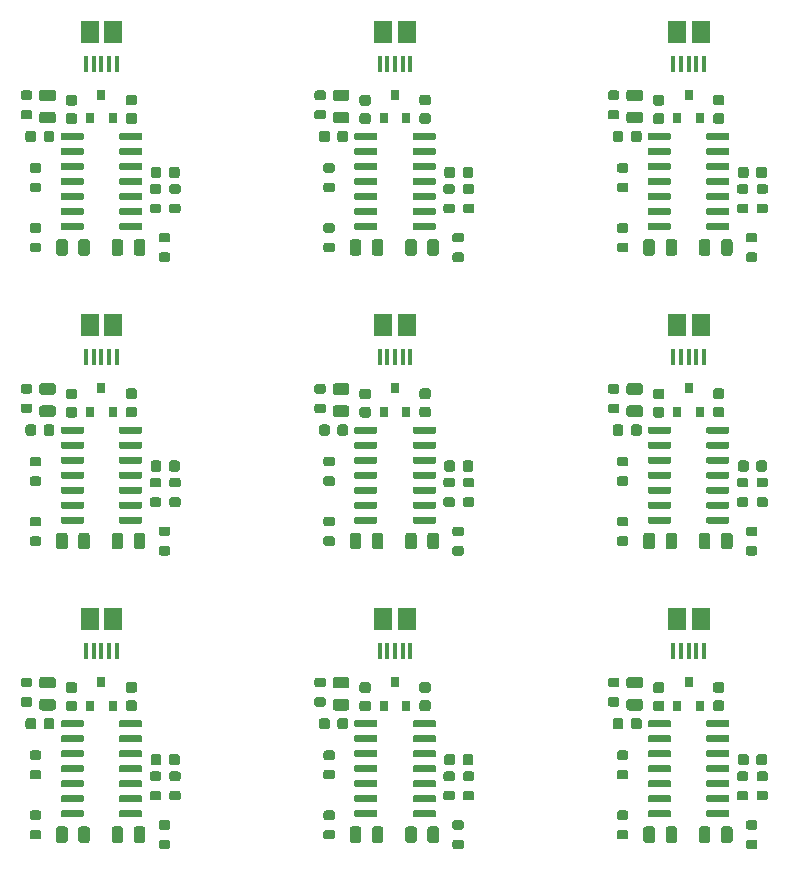
<source format=gbr>
G04 #@! TF.GenerationSoftware,KiCad,Pcbnew,5.1.5+dfsg1-2build2*
G04 #@! TF.CreationDate,2021-09-30T13:46:43+00:00*
G04 #@! TF.ProjectId,mcp2221a-breakout-panel,6d637032-3232-4316-912d-627265616b6f,rev?*
G04 #@! TF.SameCoordinates,Original*
G04 #@! TF.FileFunction,Paste,Top*
G04 #@! TF.FilePolarity,Positive*
%FSLAX46Y46*%
G04 Gerber Fmt 4.6, Leading zero omitted, Abs format (unit mm)*
G04 Created by KiCad (PCBNEW 5.1.5+dfsg1-2build2) date 2021-09-30 13:46:43*
%MOMM*%
%LPD*%
G04 APERTURE LIST*
%ADD10C,0.350000*%
%ADD11R,1.500000X1.900000*%
%ADD12R,0.400000X1.350000*%
%ADD13R,0.800000X0.900000*%
G04 APERTURE END LIST*
D10*
G04 #@! TO.C,C1*
G36*
X102532066Y-96477098D02*
G01*
X102553907Y-96480338D01*
X102575326Y-96485703D01*
X102596116Y-96493142D01*
X102616076Y-96502583D01*
X102635015Y-96513934D01*
X102652750Y-96527088D01*
X102669111Y-96541916D01*
X102683939Y-96558277D01*
X102697093Y-96576012D01*
X102708444Y-96594951D01*
X102717885Y-96614911D01*
X102725324Y-96635701D01*
X102730689Y-96657120D01*
X102733929Y-96678961D01*
X102735012Y-96701015D01*
X102735012Y-97151015D01*
X102733929Y-97173069D01*
X102730689Y-97194910D01*
X102725324Y-97216329D01*
X102717885Y-97237119D01*
X102708444Y-97257079D01*
X102697093Y-97276018D01*
X102683939Y-97293753D01*
X102669111Y-97310114D01*
X102652750Y-97324942D01*
X102635015Y-97338096D01*
X102616076Y-97349447D01*
X102596116Y-97358888D01*
X102575326Y-97366327D01*
X102553907Y-97371692D01*
X102532066Y-97374932D01*
X102510012Y-97376015D01*
X102010012Y-97376015D01*
X101987958Y-97374932D01*
X101966117Y-97371692D01*
X101944698Y-97366327D01*
X101923908Y-97358888D01*
X101903948Y-97349447D01*
X101885009Y-97338096D01*
X101867274Y-97324942D01*
X101850913Y-97310114D01*
X101836085Y-97293753D01*
X101822931Y-97276018D01*
X101811580Y-97257079D01*
X101802139Y-97237119D01*
X101794700Y-97216329D01*
X101789335Y-97194910D01*
X101786095Y-97173069D01*
X101785012Y-97151015D01*
X101785012Y-96701015D01*
X101786095Y-96678961D01*
X101789335Y-96657120D01*
X101794700Y-96635701D01*
X101802139Y-96614911D01*
X101811580Y-96594951D01*
X101822931Y-96576012D01*
X101836085Y-96558277D01*
X101850913Y-96541916D01*
X101867274Y-96527088D01*
X101885009Y-96513934D01*
X101903948Y-96502583D01*
X101923908Y-96493142D01*
X101944698Y-96485703D01*
X101966117Y-96480338D01*
X101987958Y-96477098D01*
X102010012Y-96476015D01*
X102510012Y-96476015D01*
X102532066Y-96477098D01*
G37*
G36*
X102532066Y-94927098D02*
G01*
X102553907Y-94930338D01*
X102575326Y-94935703D01*
X102596116Y-94943142D01*
X102616076Y-94952583D01*
X102635015Y-94963934D01*
X102652750Y-94977088D01*
X102669111Y-94991916D01*
X102683939Y-95008277D01*
X102697093Y-95026012D01*
X102708444Y-95044951D01*
X102717885Y-95064911D01*
X102725324Y-95085701D01*
X102730689Y-95107120D01*
X102733929Y-95128961D01*
X102735012Y-95151015D01*
X102735012Y-95601015D01*
X102733929Y-95623069D01*
X102730689Y-95644910D01*
X102725324Y-95666329D01*
X102717885Y-95687119D01*
X102708444Y-95707079D01*
X102697093Y-95726018D01*
X102683939Y-95743753D01*
X102669111Y-95760114D01*
X102652750Y-95774942D01*
X102635015Y-95788096D01*
X102616076Y-95799447D01*
X102596116Y-95808888D01*
X102575326Y-95816327D01*
X102553907Y-95821692D01*
X102532066Y-95824932D01*
X102510012Y-95826015D01*
X102010012Y-95826015D01*
X101987958Y-95824932D01*
X101966117Y-95821692D01*
X101944698Y-95816327D01*
X101923908Y-95808888D01*
X101903948Y-95799447D01*
X101885009Y-95788096D01*
X101867274Y-95774942D01*
X101850913Y-95760114D01*
X101836085Y-95743753D01*
X101822931Y-95726018D01*
X101811580Y-95707079D01*
X101802139Y-95687119D01*
X101794700Y-95666329D01*
X101789335Y-95644910D01*
X101786095Y-95623069D01*
X101785012Y-95601015D01*
X101785012Y-95151015D01*
X101786095Y-95128961D01*
X101789335Y-95107120D01*
X101794700Y-95085701D01*
X101802139Y-95064911D01*
X101811580Y-95044951D01*
X101822931Y-95026012D01*
X101836085Y-95008277D01*
X101850913Y-94991916D01*
X101867274Y-94977088D01*
X101885009Y-94963934D01*
X101903948Y-94952583D01*
X101923908Y-94943142D01*
X101944698Y-94935703D01*
X101966117Y-94930338D01*
X101987958Y-94927098D01*
X102010012Y-94926015D01*
X102510012Y-94926015D01*
X102532066Y-94927098D01*
G37*
G04 #@! TD*
G04 #@! TO.C,C2*
G36*
X97452066Y-96490098D02*
G01*
X97473907Y-96493338D01*
X97495326Y-96498703D01*
X97516116Y-96506142D01*
X97536076Y-96515583D01*
X97555015Y-96526934D01*
X97572750Y-96540088D01*
X97589111Y-96554916D01*
X97603939Y-96571277D01*
X97617093Y-96589012D01*
X97628444Y-96607951D01*
X97637885Y-96627911D01*
X97645324Y-96648701D01*
X97650689Y-96670120D01*
X97653929Y-96691961D01*
X97655012Y-96714015D01*
X97655012Y-97164015D01*
X97653929Y-97186069D01*
X97650689Y-97207910D01*
X97645324Y-97229329D01*
X97637885Y-97250119D01*
X97628444Y-97270079D01*
X97617093Y-97289018D01*
X97603939Y-97306753D01*
X97589111Y-97323114D01*
X97572750Y-97337942D01*
X97555015Y-97351096D01*
X97536076Y-97362447D01*
X97516116Y-97371888D01*
X97495326Y-97379327D01*
X97473907Y-97384692D01*
X97452066Y-97387932D01*
X97430012Y-97389015D01*
X96930012Y-97389015D01*
X96907958Y-97387932D01*
X96886117Y-97384692D01*
X96864698Y-97379327D01*
X96843908Y-97371888D01*
X96823948Y-97362447D01*
X96805009Y-97351096D01*
X96787274Y-97337942D01*
X96770913Y-97323114D01*
X96756085Y-97306753D01*
X96742931Y-97289018D01*
X96731580Y-97270079D01*
X96722139Y-97250119D01*
X96714700Y-97229329D01*
X96709335Y-97207910D01*
X96706095Y-97186069D01*
X96705012Y-97164015D01*
X96705012Y-96714015D01*
X96706095Y-96691961D01*
X96709335Y-96670120D01*
X96714700Y-96648701D01*
X96722139Y-96627911D01*
X96731580Y-96607951D01*
X96742931Y-96589012D01*
X96756085Y-96571277D01*
X96770913Y-96554916D01*
X96787274Y-96540088D01*
X96805009Y-96526934D01*
X96823948Y-96515583D01*
X96843908Y-96506142D01*
X96864698Y-96498703D01*
X96886117Y-96493338D01*
X96907958Y-96490098D01*
X96930012Y-96489015D01*
X97430012Y-96489015D01*
X97452066Y-96490098D01*
G37*
G36*
X97452066Y-94940098D02*
G01*
X97473907Y-94943338D01*
X97495326Y-94948703D01*
X97516116Y-94956142D01*
X97536076Y-94965583D01*
X97555015Y-94976934D01*
X97572750Y-94990088D01*
X97589111Y-95004916D01*
X97603939Y-95021277D01*
X97617093Y-95039012D01*
X97628444Y-95057951D01*
X97637885Y-95077911D01*
X97645324Y-95098701D01*
X97650689Y-95120120D01*
X97653929Y-95141961D01*
X97655012Y-95164015D01*
X97655012Y-95614015D01*
X97653929Y-95636069D01*
X97650689Y-95657910D01*
X97645324Y-95679329D01*
X97637885Y-95700119D01*
X97628444Y-95720079D01*
X97617093Y-95739018D01*
X97603939Y-95756753D01*
X97589111Y-95773114D01*
X97572750Y-95787942D01*
X97555015Y-95801096D01*
X97536076Y-95812447D01*
X97516116Y-95821888D01*
X97495326Y-95829327D01*
X97473907Y-95834692D01*
X97452066Y-95837932D01*
X97430012Y-95839015D01*
X96930012Y-95839015D01*
X96907958Y-95837932D01*
X96886117Y-95834692D01*
X96864698Y-95829327D01*
X96843908Y-95821888D01*
X96823948Y-95812447D01*
X96805009Y-95801096D01*
X96787274Y-95787942D01*
X96770913Y-95773114D01*
X96756085Y-95756753D01*
X96742931Y-95739018D01*
X96731580Y-95720079D01*
X96722139Y-95700119D01*
X96714700Y-95679329D01*
X96709335Y-95657910D01*
X96706095Y-95636069D01*
X96705012Y-95614015D01*
X96705012Y-95164015D01*
X96706095Y-95141961D01*
X96709335Y-95120120D01*
X96714700Y-95098701D01*
X96722139Y-95077911D01*
X96731580Y-95057951D01*
X96742931Y-95039012D01*
X96756085Y-95021277D01*
X96770913Y-95004916D01*
X96787274Y-94990088D01*
X96805009Y-94976934D01*
X96823948Y-94965583D01*
X96843908Y-94956142D01*
X96864698Y-94948703D01*
X96886117Y-94943338D01*
X96907958Y-94940098D01*
X96930012Y-94939015D01*
X97430012Y-94939015D01*
X97452066Y-94940098D01*
G37*
G04 #@! TD*
G04 #@! TO.C,C3*
G36*
X95535066Y-97976098D02*
G01*
X95556907Y-97979338D01*
X95578326Y-97984703D01*
X95599116Y-97992142D01*
X95619076Y-98001583D01*
X95638015Y-98012934D01*
X95655750Y-98026088D01*
X95672111Y-98040916D01*
X95686939Y-98057277D01*
X95700093Y-98075012D01*
X95711444Y-98093951D01*
X95720885Y-98113911D01*
X95728324Y-98134701D01*
X95733689Y-98156120D01*
X95736929Y-98177961D01*
X95738012Y-98200015D01*
X95738012Y-98700015D01*
X95736929Y-98722069D01*
X95733689Y-98743910D01*
X95728324Y-98765329D01*
X95720885Y-98786119D01*
X95711444Y-98806079D01*
X95700093Y-98825018D01*
X95686939Y-98842753D01*
X95672111Y-98859114D01*
X95655750Y-98873942D01*
X95638015Y-98887096D01*
X95619076Y-98898447D01*
X95599116Y-98907888D01*
X95578326Y-98915327D01*
X95556907Y-98920692D01*
X95535066Y-98923932D01*
X95513012Y-98925015D01*
X95063012Y-98925015D01*
X95040958Y-98923932D01*
X95019117Y-98920692D01*
X94997698Y-98915327D01*
X94976908Y-98907888D01*
X94956948Y-98898447D01*
X94938009Y-98887096D01*
X94920274Y-98873942D01*
X94903913Y-98859114D01*
X94889085Y-98842753D01*
X94875931Y-98825018D01*
X94864580Y-98806079D01*
X94855139Y-98786119D01*
X94847700Y-98765329D01*
X94842335Y-98743910D01*
X94839095Y-98722069D01*
X94838012Y-98700015D01*
X94838012Y-98200015D01*
X94839095Y-98177961D01*
X94842335Y-98156120D01*
X94847700Y-98134701D01*
X94855139Y-98113911D01*
X94864580Y-98093951D01*
X94875931Y-98075012D01*
X94889085Y-98057277D01*
X94903913Y-98040916D01*
X94920274Y-98026088D01*
X94938009Y-98012934D01*
X94956948Y-98001583D01*
X94976908Y-97992142D01*
X94997698Y-97984703D01*
X95019117Y-97979338D01*
X95040958Y-97976098D01*
X95063012Y-97975015D01*
X95513012Y-97975015D01*
X95535066Y-97976098D01*
G37*
G36*
X93985066Y-97976098D02*
G01*
X94006907Y-97979338D01*
X94028326Y-97984703D01*
X94049116Y-97992142D01*
X94069076Y-98001583D01*
X94088015Y-98012934D01*
X94105750Y-98026088D01*
X94122111Y-98040916D01*
X94136939Y-98057277D01*
X94150093Y-98075012D01*
X94161444Y-98093951D01*
X94170885Y-98113911D01*
X94178324Y-98134701D01*
X94183689Y-98156120D01*
X94186929Y-98177961D01*
X94188012Y-98200015D01*
X94188012Y-98700015D01*
X94186929Y-98722069D01*
X94183689Y-98743910D01*
X94178324Y-98765329D01*
X94170885Y-98786119D01*
X94161444Y-98806079D01*
X94150093Y-98825018D01*
X94136939Y-98842753D01*
X94122111Y-98859114D01*
X94105750Y-98873942D01*
X94088015Y-98887096D01*
X94069076Y-98898447D01*
X94049116Y-98907888D01*
X94028326Y-98915327D01*
X94006907Y-98920692D01*
X93985066Y-98923932D01*
X93963012Y-98925015D01*
X93513012Y-98925015D01*
X93490958Y-98923932D01*
X93469117Y-98920692D01*
X93447698Y-98915327D01*
X93426908Y-98907888D01*
X93406948Y-98898447D01*
X93388009Y-98887096D01*
X93370274Y-98873942D01*
X93353913Y-98859114D01*
X93339085Y-98842753D01*
X93325931Y-98825018D01*
X93314580Y-98806079D01*
X93305139Y-98786119D01*
X93297700Y-98765329D01*
X93292335Y-98743910D01*
X93289095Y-98722069D01*
X93288012Y-98700015D01*
X93288012Y-98200015D01*
X93289095Y-98177961D01*
X93292335Y-98156120D01*
X93297700Y-98134701D01*
X93305139Y-98113911D01*
X93314580Y-98093951D01*
X93325931Y-98075012D01*
X93339085Y-98057277D01*
X93353913Y-98040916D01*
X93370274Y-98026088D01*
X93388009Y-98012934D01*
X93406948Y-98001583D01*
X93426908Y-97992142D01*
X93447698Y-97984703D01*
X93469117Y-97979338D01*
X93490958Y-97976098D01*
X93513012Y-97975015D01*
X93963012Y-97975015D01*
X93985066Y-97976098D01*
G37*
G04 #@! TD*
G04 #@! TO.C,C4*
G36*
X104589566Y-101024098D02*
G01*
X104611407Y-101027338D01*
X104632826Y-101032703D01*
X104653616Y-101040142D01*
X104673576Y-101049583D01*
X104692515Y-101060934D01*
X104710250Y-101074088D01*
X104726611Y-101088916D01*
X104741439Y-101105277D01*
X104754593Y-101123012D01*
X104765944Y-101141951D01*
X104775385Y-101161911D01*
X104782824Y-101182701D01*
X104788189Y-101204120D01*
X104791429Y-101225961D01*
X104792512Y-101248015D01*
X104792512Y-101748015D01*
X104791429Y-101770069D01*
X104788189Y-101791910D01*
X104782824Y-101813329D01*
X104775385Y-101834119D01*
X104765944Y-101854079D01*
X104754593Y-101873018D01*
X104741439Y-101890753D01*
X104726611Y-101907114D01*
X104710250Y-101921942D01*
X104692515Y-101935096D01*
X104673576Y-101946447D01*
X104653616Y-101955888D01*
X104632826Y-101963327D01*
X104611407Y-101968692D01*
X104589566Y-101971932D01*
X104567512Y-101973015D01*
X104117512Y-101973015D01*
X104095458Y-101971932D01*
X104073617Y-101968692D01*
X104052198Y-101963327D01*
X104031408Y-101955888D01*
X104011448Y-101946447D01*
X103992509Y-101935096D01*
X103974774Y-101921942D01*
X103958413Y-101907114D01*
X103943585Y-101890753D01*
X103930431Y-101873018D01*
X103919080Y-101854079D01*
X103909639Y-101834119D01*
X103902200Y-101813329D01*
X103896835Y-101791910D01*
X103893595Y-101770069D01*
X103892512Y-101748015D01*
X103892512Y-101248015D01*
X103893595Y-101225961D01*
X103896835Y-101204120D01*
X103902200Y-101182701D01*
X103909639Y-101161911D01*
X103919080Y-101141951D01*
X103930431Y-101123012D01*
X103943585Y-101105277D01*
X103958413Y-101088916D01*
X103974774Y-101074088D01*
X103992509Y-101060934D01*
X104011448Y-101049583D01*
X104031408Y-101040142D01*
X104052198Y-101032703D01*
X104073617Y-101027338D01*
X104095458Y-101024098D01*
X104117512Y-101023015D01*
X104567512Y-101023015D01*
X104589566Y-101024098D01*
G37*
G36*
X106139566Y-101024098D02*
G01*
X106161407Y-101027338D01*
X106182826Y-101032703D01*
X106203616Y-101040142D01*
X106223576Y-101049583D01*
X106242515Y-101060934D01*
X106260250Y-101074088D01*
X106276611Y-101088916D01*
X106291439Y-101105277D01*
X106304593Y-101123012D01*
X106315944Y-101141951D01*
X106325385Y-101161911D01*
X106332824Y-101182701D01*
X106338189Y-101204120D01*
X106341429Y-101225961D01*
X106342512Y-101248015D01*
X106342512Y-101748015D01*
X106341429Y-101770069D01*
X106338189Y-101791910D01*
X106332824Y-101813329D01*
X106325385Y-101834119D01*
X106315944Y-101854079D01*
X106304593Y-101873018D01*
X106291439Y-101890753D01*
X106276611Y-101907114D01*
X106260250Y-101921942D01*
X106242515Y-101935096D01*
X106223576Y-101946447D01*
X106203616Y-101955888D01*
X106182826Y-101963327D01*
X106161407Y-101968692D01*
X106139566Y-101971932D01*
X106117512Y-101973015D01*
X105667512Y-101973015D01*
X105645458Y-101971932D01*
X105623617Y-101968692D01*
X105602198Y-101963327D01*
X105581408Y-101955888D01*
X105561448Y-101946447D01*
X105542509Y-101935096D01*
X105524774Y-101921942D01*
X105508413Y-101907114D01*
X105493585Y-101890753D01*
X105480431Y-101873018D01*
X105469080Y-101854079D01*
X105459639Y-101834119D01*
X105452200Y-101813329D01*
X105446835Y-101791910D01*
X105443595Y-101770069D01*
X105442512Y-101748015D01*
X105442512Y-101248015D01*
X105443595Y-101225961D01*
X105446835Y-101204120D01*
X105452200Y-101182701D01*
X105459639Y-101161911D01*
X105469080Y-101141951D01*
X105480431Y-101123012D01*
X105493585Y-101105277D01*
X105508413Y-101088916D01*
X105524774Y-101074088D01*
X105542509Y-101060934D01*
X105561448Y-101049583D01*
X105581408Y-101040142D01*
X105602198Y-101032703D01*
X105623617Y-101027338D01*
X105645458Y-101024098D01*
X105667512Y-101023015D01*
X106117512Y-101023015D01*
X106139566Y-101024098D01*
G37*
G04 #@! TD*
G04 #@! TO.C,D1*
G36*
X95628154Y-94486189D02*
G01*
X95651815Y-94489699D01*
X95675019Y-94495511D01*
X95697541Y-94503569D01*
X95719165Y-94513797D01*
X95739682Y-94526094D01*
X95758895Y-94540344D01*
X95776619Y-94556408D01*
X95792683Y-94574132D01*
X95806933Y-94593345D01*
X95819230Y-94613862D01*
X95829458Y-94635486D01*
X95837516Y-94658008D01*
X95843328Y-94681212D01*
X95846838Y-94704873D01*
X95848012Y-94728765D01*
X95848012Y-95216265D01*
X95846838Y-95240157D01*
X95843328Y-95263818D01*
X95837516Y-95287022D01*
X95829458Y-95309544D01*
X95819230Y-95331168D01*
X95806933Y-95351685D01*
X95792683Y-95370898D01*
X95776619Y-95388622D01*
X95758895Y-95404686D01*
X95739682Y-95418936D01*
X95719165Y-95431233D01*
X95697541Y-95441461D01*
X95675019Y-95449519D01*
X95651815Y-95455331D01*
X95628154Y-95458841D01*
X95604262Y-95460015D01*
X94691762Y-95460015D01*
X94667870Y-95458841D01*
X94644209Y-95455331D01*
X94621005Y-95449519D01*
X94598483Y-95441461D01*
X94576859Y-95431233D01*
X94556342Y-95418936D01*
X94537129Y-95404686D01*
X94519405Y-95388622D01*
X94503341Y-95370898D01*
X94489091Y-95351685D01*
X94476794Y-95331168D01*
X94466566Y-95309544D01*
X94458508Y-95287022D01*
X94452696Y-95263818D01*
X94449186Y-95240157D01*
X94448012Y-95216265D01*
X94448012Y-94728765D01*
X94449186Y-94704873D01*
X94452696Y-94681212D01*
X94458508Y-94658008D01*
X94466566Y-94635486D01*
X94476794Y-94613862D01*
X94489091Y-94593345D01*
X94503341Y-94574132D01*
X94519405Y-94556408D01*
X94537129Y-94540344D01*
X94556342Y-94526094D01*
X94576859Y-94513797D01*
X94598483Y-94503569D01*
X94621005Y-94495511D01*
X94644209Y-94489699D01*
X94667870Y-94486189D01*
X94691762Y-94485015D01*
X95604262Y-94485015D01*
X95628154Y-94486189D01*
G37*
G36*
X95628154Y-96361189D02*
G01*
X95651815Y-96364699D01*
X95675019Y-96370511D01*
X95697541Y-96378569D01*
X95719165Y-96388797D01*
X95739682Y-96401094D01*
X95758895Y-96415344D01*
X95776619Y-96431408D01*
X95792683Y-96449132D01*
X95806933Y-96468345D01*
X95819230Y-96488862D01*
X95829458Y-96510486D01*
X95837516Y-96533008D01*
X95843328Y-96556212D01*
X95846838Y-96579873D01*
X95848012Y-96603765D01*
X95848012Y-97091265D01*
X95846838Y-97115157D01*
X95843328Y-97138818D01*
X95837516Y-97162022D01*
X95829458Y-97184544D01*
X95819230Y-97206168D01*
X95806933Y-97226685D01*
X95792683Y-97245898D01*
X95776619Y-97263622D01*
X95758895Y-97279686D01*
X95739682Y-97293936D01*
X95719165Y-97306233D01*
X95697541Y-97316461D01*
X95675019Y-97324519D01*
X95651815Y-97330331D01*
X95628154Y-97333841D01*
X95604262Y-97335015D01*
X94691762Y-97335015D01*
X94667870Y-97333841D01*
X94644209Y-97330331D01*
X94621005Y-97324519D01*
X94598483Y-97316461D01*
X94576859Y-97306233D01*
X94556342Y-97293936D01*
X94537129Y-97279686D01*
X94519405Y-97263622D01*
X94503341Y-97245898D01*
X94489091Y-97226685D01*
X94476794Y-97206168D01*
X94466566Y-97184544D01*
X94458508Y-97162022D01*
X94452696Y-97138818D01*
X94449186Y-97115157D01*
X94448012Y-97091265D01*
X94448012Y-96603765D01*
X94449186Y-96579873D01*
X94452696Y-96556212D01*
X94458508Y-96533008D01*
X94466566Y-96510486D01*
X94476794Y-96488862D01*
X94489091Y-96468345D01*
X94503341Y-96449132D01*
X94519405Y-96431408D01*
X94537129Y-96415344D01*
X94556342Y-96401094D01*
X94576859Y-96388797D01*
X94598483Y-96378569D01*
X94621005Y-96370511D01*
X94644209Y-96364699D01*
X94667870Y-96361189D01*
X94691762Y-96360015D01*
X95604262Y-96360015D01*
X95628154Y-96361189D01*
G37*
G04 #@! TD*
D11*
G04 #@! TO.C,J1*
X98720012Y-89592515D03*
D12*
X100370012Y-92292515D03*
X101020012Y-92292515D03*
X98420012Y-92292515D03*
X99070012Y-92292515D03*
X99720012Y-92292515D03*
D11*
X100720012Y-89592515D03*
G04 #@! TD*
D10*
G04 #@! TO.C,R1*
G36*
X93664615Y-96208978D02*
G01*
X93684030Y-96211858D01*
X93703069Y-96216627D01*
X93721549Y-96223239D01*
X93739291Y-96231631D01*
X93756126Y-96241721D01*
X93771891Y-96253413D01*
X93786433Y-96266594D01*
X93799614Y-96281136D01*
X93811306Y-96296901D01*
X93821396Y-96313736D01*
X93829788Y-96331478D01*
X93836400Y-96349958D01*
X93841169Y-96368997D01*
X93844049Y-96388412D01*
X93845012Y-96408015D01*
X93845012Y-96808015D01*
X93844049Y-96827618D01*
X93841169Y-96847033D01*
X93836400Y-96866072D01*
X93829788Y-96884552D01*
X93821396Y-96902294D01*
X93811306Y-96919129D01*
X93799614Y-96934894D01*
X93786433Y-96949436D01*
X93771891Y-96962617D01*
X93756126Y-96974309D01*
X93739291Y-96984399D01*
X93721549Y-96992791D01*
X93703069Y-96999403D01*
X93684030Y-97004172D01*
X93664615Y-97007052D01*
X93645012Y-97008015D01*
X93095012Y-97008015D01*
X93075409Y-97007052D01*
X93055994Y-97004172D01*
X93036955Y-96999403D01*
X93018475Y-96992791D01*
X93000733Y-96984399D01*
X92983898Y-96974309D01*
X92968133Y-96962617D01*
X92953591Y-96949436D01*
X92940410Y-96934894D01*
X92928718Y-96919129D01*
X92918628Y-96902294D01*
X92910236Y-96884552D01*
X92903624Y-96866072D01*
X92898855Y-96847033D01*
X92895975Y-96827618D01*
X92895012Y-96808015D01*
X92895012Y-96408015D01*
X92895975Y-96388412D01*
X92898855Y-96368997D01*
X92903624Y-96349958D01*
X92910236Y-96331478D01*
X92918628Y-96313736D01*
X92928718Y-96296901D01*
X92940410Y-96281136D01*
X92953591Y-96266594D01*
X92968133Y-96253413D01*
X92983898Y-96241721D01*
X93000733Y-96231631D01*
X93018475Y-96223239D01*
X93036955Y-96216627D01*
X93055994Y-96211858D01*
X93075409Y-96208978D01*
X93095012Y-96208015D01*
X93645012Y-96208015D01*
X93664615Y-96208978D01*
G37*
G36*
X93664615Y-94558978D02*
G01*
X93684030Y-94561858D01*
X93703069Y-94566627D01*
X93721549Y-94573239D01*
X93739291Y-94581631D01*
X93756126Y-94591721D01*
X93771891Y-94603413D01*
X93786433Y-94616594D01*
X93799614Y-94631136D01*
X93811306Y-94646901D01*
X93821396Y-94663736D01*
X93829788Y-94681478D01*
X93836400Y-94699958D01*
X93841169Y-94718997D01*
X93844049Y-94738412D01*
X93845012Y-94758015D01*
X93845012Y-95158015D01*
X93844049Y-95177618D01*
X93841169Y-95197033D01*
X93836400Y-95216072D01*
X93829788Y-95234552D01*
X93821396Y-95252294D01*
X93811306Y-95269129D01*
X93799614Y-95284894D01*
X93786433Y-95299436D01*
X93771891Y-95312617D01*
X93756126Y-95324309D01*
X93739291Y-95334399D01*
X93721549Y-95342791D01*
X93703069Y-95349403D01*
X93684030Y-95354172D01*
X93664615Y-95357052D01*
X93645012Y-95358015D01*
X93095012Y-95358015D01*
X93075409Y-95357052D01*
X93055994Y-95354172D01*
X93036955Y-95349403D01*
X93018475Y-95342791D01*
X93000733Y-95334399D01*
X92983898Y-95324309D01*
X92968133Y-95312617D01*
X92953591Y-95299436D01*
X92940410Y-95284894D01*
X92928718Y-95269129D01*
X92918628Y-95252294D01*
X92910236Y-95234552D01*
X92903624Y-95216072D01*
X92898855Y-95197033D01*
X92895975Y-95177618D01*
X92895012Y-95158015D01*
X92895012Y-94758015D01*
X92895975Y-94738412D01*
X92898855Y-94718997D01*
X92903624Y-94699958D01*
X92910236Y-94681478D01*
X92918628Y-94663736D01*
X92928718Y-94646901D01*
X92940410Y-94631136D01*
X92953591Y-94616594D01*
X92968133Y-94603413D01*
X92983898Y-94591721D01*
X93000733Y-94581631D01*
X93018475Y-94573239D01*
X93036955Y-94566627D01*
X93055994Y-94561858D01*
X93075409Y-94558978D01*
X93095012Y-94558015D01*
X93645012Y-94558015D01*
X93664615Y-94558978D01*
G37*
G04 #@! TD*
G04 #@! TO.C,R2*
G36*
X94426615Y-100717978D02*
G01*
X94446030Y-100720858D01*
X94465069Y-100725627D01*
X94483549Y-100732239D01*
X94501291Y-100740631D01*
X94518126Y-100750721D01*
X94533891Y-100762413D01*
X94548433Y-100775594D01*
X94561614Y-100790136D01*
X94573306Y-100805901D01*
X94583396Y-100822736D01*
X94591788Y-100840478D01*
X94598400Y-100858958D01*
X94603169Y-100877997D01*
X94606049Y-100897412D01*
X94607012Y-100917015D01*
X94607012Y-101317015D01*
X94606049Y-101336618D01*
X94603169Y-101356033D01*
X94598400Y-101375072D01*
X94591788Y-101393552D01*
X94583396Y-101411294D01*
X94573306Y-101428129D01*
X94561614Y-101443894D01*
X94548433Y-101458436D01*
X94533891Y-101471617D01*
X94518126Y-101483309D01*
X94501291Y-101493399D01*
X94483549Y-101501791D01*
X94465069Y-101508403D01*
X94446030Y-101513172D01*
X94426615Y-101516052D01*
X94407012Y-101517015D01*
X93857012Y-101517015D01*
X93837409Y-101516052D01*
X93817994Y-101513172D01*
X93798955Y-101508403D01*
X93780475Y-101501791D01*
X93762733Y-101493399D01*
X93745898Y-101483309D01*
X93730133Y-101471617D01*
X93715591Y-101458436D01*
X93702410Y-101443894D01*
X93690718Y-101428129D01*
X93680628Y-101411294D01*
X93672236Y-101393552D01*
X93665624Y-101375072D01*
X93660855Y-101356033D01*
X93657975Y-101336618D01*
X93657012Y-101317015D01*
X93657012Y-100917015D01*
X93657975Y-100897412D01*
X93660855Y-100877997D01*
X93665624Y-100858958D01*
X93672236Y-100840478D01*
X93680628Y-100822736D01*
X93690718Y-100805901D01*
X93702410Y-100790136D01*
X93715591Y-100775594D01*
X93730133Y-100762413D01*
X93745898Y-100750721D01*
X93762733Y-100740631D01*
X93780475Y-100732239D01*
X93798955Y-100725627D01*
X93817994Y-100720858D01*
X93837409Y-100717978D01*
X93857012Y-100717015D01*
X94407012Y-100717015D01*
X94426615Y-100717978D01*
G37*
G36*
X94426615Y-102367978D02*
G01*
X94446030Y-102370858D01*
X94465069Y-102375627D01*
X94483549Y-102382239D01*
X94501291Y-102390631D01*
X94518126Y-102400721D01*
X94533891Y-102412413D01*
X94548433Y-102425594D01*
X94561614Y-102440136D01*
X94573306Y-102455901D01*
X94583396Y-102472736D01*
X94591788Y-102490478D01*
X94598400Y-102508958D01*
X94603169Y-102527997D01*
X94606049Y-102547412D01*
X94607012Y-102567015D01*
X94607012Y-102967015D01*
X94606049Y-102986618D01*
X94603169Y-103006033D01*
X94598400Y-103025072D01*
X94591788Y-103043552D01*
X94583396Y-103061294D01*
X94573306Y-103078129D01*
X94561614Y-103093894D01*
X94548433Y-103108436D01*
X94533891Y-103121617D01*
X94518126Y-103133309D01*
X94501291Y-103143399D01*
X94483549Y-103151791D01*
X94465069Y-103158403D01*
X94446030Y-103163172D01*
X94426615Y-103166052D01*
X94407012Y-103167015D01*
X93857012Y-103167015D01*
X93837409Y-103166052D01*
X93817994Y-103163172D01*
X93798955Y-103158403D01*
X93780475Y-103151791D01*
X93762733Y-103143399D01*
X93745898Y-103133309D01*
X93730133Y-103121617D01*
X93715591Y-103108436D01*
X93702410Y-103093894D01*
X93690718Y-103078129D01*
X93680628Y-103061294D01*
X93672236Y-103043552D01*
X93665624Y-103025072D01*
X93660855Y-103006033D01*
X93657975Y-102986618D01*
X93657012Y-102967015D01*
X93657012Y-102567015D01*
X93657975Y-102547412D01*
X93660855Y-102527997D01*
X93665624Y-102508958D01*
X93672236Y-102490478D01*
X93680628Y-102472736D01*
X93690718Y-102455901D01*
X93702410Y-102440136D01*
X93715591Y-102425594D01*
X93730133Y-102412413D01*
X93745898Y-102400721D01*
X93762733Y-102390631D01*
X93780475Y-102382239D01*
X93798955Y-102375627D01*
X93817994Y-102370858D01*
X93837409Y-102367978D01*
X93857012Y-102367015D01*
X94407012Y-102367015D01*
X94426615Y-102367978D01*
G37*
G04 #@! TD*
G04 #@! TO.C,R3*
G36*
X94426615Y-105798978D02*
G01*
X94446030Y-105801858D01*
X94465069Y-105806627D01*
X94483549Y-105813239D01*
X94501291Y-105821631D01*
X94518126Y-105831721D01*
X94533891Y-105843413D01*
X94548433Y-105856594D01*
X94561614Y-105871136D01*
X94573306Y-105886901D01*
X94583396Y-105903736D01*
X94591788Y-105921478D01*
X94598400Y-105939958D01*
X94603169Y-105958997D01*
X94606049Y-105978412D01*
X94607012Y-105998015D01*
X94607012Y-106398015D01*
X94606049Y-106417618D01*
X94603169Y-106437033D01*
X94598400Y-106456072D01*
X94591788Y-106474552D01*
X94583396Y-106492294D01*
X94573306Y-106509129D01*
X94561614Y-106524894D01*
X94548433Y-106539436D01*
X94533891Y-106552617D01*
X94518126Y-106564309D01*
X94501291Y-106574399D01*
X94483549Y-106582791D01*
X94465069Y-106589403D01*
X94446030Y-106594172D01*
X94426615Y-106597052D01*
X94407012Y-106598015D01*
X93857012Y-106598015D01*
X93837409Y-106597052D01*
X93817994Y-106594172D01*
X93798955Y-106589403D01*
X93780475Y-106582791D01*
X93762733Y-106574399D01*
X93745898Y-106564309D01*
X93730133Y-106552617D01*
X93715591Y-106539436D01*
X93702410Y-106524894D01*
X93690718Y-106509129D01*
X93680628Y-106492294D01*
X93672236Y-106474552D01*
X93665624Y-106456072D01*
X93660855Y-106437033D01*
X93657975Y-106417618D01*
X93657012Y-106398015D01*
X93657012Y-105998015D01*
X93657975Y-105978412D01*
X93660855Y-105958997D01*
X93665624Y-105939958D01*
X93672236Y-105921478D01*
X93680628Y-105903736D01*
X93690718Y-105886901D01*
X93702410Y-105871136D01*
X93715591Y-105856594D01*
X93730133Y-105843413D01*
X93745898Y-105831721D01*
X93762733Y-105821631D01*
X93780475Y-105813239D01*
X93798955Y-105806627D01*
X93817994Y-105801858D01*
X93837409Y-105798978D01*
X93857012Y-105798015D01*
X94407012Y-105798015D01*
X94426615Y-105798978D01*
G37*
G36*
X94426615Y-107448978D02*
G01*
X94446030Y-107451858D01*
X94465069Y-107456627D01*
X94483549Y-107463239D01*
X94501291Y-107471631D01*
X94518126Y-107481721D01*
X94533891Y-107493413D01*
X94548433Y-107506594D01*
X94561614Y-107521136D01*
X94573306Y-107536901D01*
X94583396Y-107553736D01*
X94591788Y-107571478D01*
X94598400Y-107589958D01*
X94603169Y-107608997D01*
X94606049Y-107628412D01*
X94607012Y-107648015D01*
X94607012Y-108048015D01*
X94606049Y-108067618D01*
X94603169Y-108087033D01*
X94598400Y-108106072D01*
X94591788Y-108124552D01*
X94583396Y-108142294D01*
X94573306Y-108159129D01*
X94561614Y-108174894D01*
X94548433Y-108189436D01*
X94533891Y-108202617D01*
X94518126Y-108214309D01*
X94501291Y-108224399D01*
X94483549Y-108232791D01*
X94465069Y-108239403D01*
X94446030Y-108244172D01*
X94426615Y-108247052D01*
X94407012Y-108248015D01*
X93857012Y-108248015D01*
X93837409Y-108247052D01*
X93817994Y-108244172D01*
X93798955Y-108239403D01*
X93780475Y-108232791D01*
X93762733Y-108224399D01*
X93745898Y-108214309D01*
X93730133Y-108202617D01*
X93715591Y-108189436D01*
X93702410Y-108174894D01*
X93690718Y-108159129D01*
X93680628Y-108142294D01*
X93672236Y-108124552D01*
X93665624Y-108106072D01*
X93660855Y-108087033D01*
X93657975Y-108067618D01*
X93657012Y-108048015D01*
X93657012Y-107648015D01*
X93657975Y-107628412D01*
X93660855Y-107608997D01*
X93665624Y-107589958D01*
X93672236Y-107571478D01*
X93680628Y-107553736D01*
X93690718Y-107536901D01*
X93702410Y-107521136D01*
X93715591Y-107506594D01*
X93730133Y-107493413D01*
X93745898Y-107481721D01*
X93762733Y-107471631D01*
X93780475Y-107463239D01*
X93798955Y-107456627D01*
X93817994Y-107451858D01*
X93837409Y-107448978D01*
X93857012Y-107448015D01*
X94407012Y-107448015D01*
X94426615Y-107448978D01*
G37*
G04 #@! TD*
G04 #@! TO.C,R4*
G36*
X105348615Y-108273978D02*
G01*
X105368030Y-108276858D01*
X105387069Y-108281627D01*
X105405549Y-108288239D01*
X105423291Y-108296631D01*
X105440126Y-108306721D01*
X105455891Y-108318413D01*
X105470433Y-108331594D01*
X105483614Y-108346136D01*
X105495306Y-108361901D01*
X105505396Y-108378736D01*
X105513788Y-108396478D01*
X105520400Y-108414958D01*
X105525169Y-108433997D01*
X105528049Y-108453412D01*
X105529012Y-108473015D01*
X105529012Y-108873015D01*
X105528049Y-108892618D01*
X105525169Y-108912033D01*
X105520400Y-108931072D01*
X105513788Y-108949552D01*
X105505396Y-108967294D01*
X105495306Y-108984129D01*
X105483614Y-108999894D01*
X105470433Y-109014436D01*
X105455891Y-109027617D01*
X105440126Y-109039309D01*
X105423291Y-109049399D01*
X105405549Y-109057791D01*
X105387069Y-109064403D01*
X105368030Y-109069172D01*
X105348615Y-109072052D01*
X105329012Y-109073015D01*
X104779012Y-109073015D01*
X104759409Y-109072052D01*
X104739994Y-109069172D01*
X104720955Y-109064403D01*
X104702475Y-109057791D01*
X104684733Y-109049399D01*
X104667898Y-109039309D01*
X104652133Y-109027617D01*
X104637591Y-109014436D01*
X104624410Y-108999894D01*
X104612718Y-108984129D01*
X104602628Y-108967294D01*
X104594236Y-108949552D01*
X104587624Y-108931072D01*
X104582855Y-108912033D01*
X104579975Y-108892618D01*
X104579012Y-108873015D01*
X104579012Y-108473015D01*
X104579975Y-108453412D01*
X104582855Y-108433997D01*
X104587624Y-108414958D01*
X104594236Y-108396478D01*
X104602628Y-108378736D01*
X104612718Y-108361901D01*
X104624410Y-108346136D01*
X104637591Y-108331594D01*
X104652133Y-108318413D01*
X104667898Y-108306721D01*
X104684733Y-108296631D01*
X104702475Y-108288239D01*
X104720955Y-108281627D01*
X104739994Y-108276858D01*
X104759409Y-108273978D01*
X104779012Y-108273015D01*
X105329012Y-108273015D01*
X105348615Y-108273978D01*
G37*
G36*
X105348615Y-106623978D02*
G01*
X105368030Y-106626858D01*
X105387069Y-106631627D01*
X105405549Y-106638239D01*
X105423291Y-106646631D01*
X105440126Y-106656721D01*
X105455891Y-106668413D01*
X105470433Y-106681594D01*
X105483614Y-106696136D01*
X105495306Y-106711901D01*
X105505396Y-106728736D01*
X105513788Y-106746478D01*
X105520400Y-106764958D01*
X105525169Y-106783997D01*
X105528049Y-106803412D01*
X105529012Y-106823015D01*
X105529012Y-107223015D01*
X105528049Y-107242618D01*
X105525169Y-107262033D01*
X105520400Y-107281072D01*
X105513788Y-107299552D01*
X105505396Y-107317294D01*
X105495306Y-107334129D01*
X105483614Y-107349894D01*
X105470433Y-107364436D01*
X105455891Y-107377617D01*
X105440126Y-107389309D01*
X105423291Y-107399399D01*
X105405549Y-107407791D01*
X105387069Y-107414403D01*
X105368030Y-107419172D01*
X105348615Y-107422052D01*
X105329012Y-107423015D01*
X104779012Y-107423015D01*
X104759409Y-107422052D01*
X104739994Y-107419172D01*
X104720955Y-107414403D01*
X104702475Y-107407791D01*
X104684733Y-107399399D01*
X104667898Y-107389309D01*
X104652133Y-107377617D01*
X104637591Y-107364436D01*
X104624410Y-107349894D01*
X104612718Y-107334129D01*
X104602628Y-107317294D01*
X104594236Y-107299552D01*
X104587624Y-107281072D01*
X104582855Y-107262033D01*
X104579975Y-107242618D01*
X104579012Y-107223015D01*
X104579012Y-106823015D01*
X104579975Y-106803412D01*
X104582855Y-106783997D01*
X104587624Y-106764958D01*
X104594236Y-106746478D01*
X104602628Y-106728736D01*
X104612718Y-106711901D01*
X104624410Y-106696136D01*
X104637591Y-106681594D01*
X104652133Y-106668413D01*
X104667898Y-106656721D01*
X104684733Y-106646631D01*
X104702475Y-106638239D01*
X104720955Y-106631627D01*
X104739994Y-106626858D01*
X104759409Y-106623978D01*
X104779012Y-106623015D01*
X105329012Y-106623015D01*
X105348615Y-106623978D01*
G37*
G04 #@! TD*
G04 #@! TO.C,U2*
G36*
X98084715Y-98150737D02*
G01*
X98099276Y-98152897D01*
X98113555Y-98156474D01*
X98127415Y-98161433D01*
X98140722Y-98167727D01*
X98153348Y-98175295D01*
X98165171Y-98184063D01*
X98176078Y-98193949D01*
X98185964Y-98204856D01*
X98194732Y-98216679D01*
X98202300Y-98229305D01*
X98208594Y-98242612D01*
X98213553Y-98256472D01*
X98217130Y-98270751D01*
X98219290Y-98285312D01*
X98220012Y-98300015D01*
X98220012Y-98600015D01*
X98219290Y-98614718D01*
X98217130Y-98629279D01*
X98213553Y-98643558D01*
X98208594Y-98657418D01*
X98202300Y-98670725D01*
X98194732Y-98683351D01*
X98185964Y-98695174D01*
X98176078Y-98706081D01*
X98165171Y-98715967D01*
X98153348Y-98724735D01*
X98140722Y-98732303D01*
X98127415Y-98738597D01*
X98113555Y-98743556D01*
X98099276Y-98747133D01*
X98084715Y-98749293D01*
X98070012Y-98750015D01*
X96420012Y-98750015D01*
X96405309Y-98749293D01*
X96390748Y-98747133D01*
X96376469Y-98743556D01*
X96362609Y-98738597D01*
X96349302Y-98732303D01*
X96336676Y-98724735D01*
X96324853Y-98715967D01*
X96313946Y-98706081D01*
X96304060Y-98695174D01*
X96295292Y-98683351D01*
X96287724Y-98670725D01*
X96281430Y-98657418D01*
X96276471Y-98643558D01*
X96272894Y-98629279D01*
X96270734Y-98614718D01*
X96270012Y-98600015D01*
X96270012Y-98300015D01*
X96270734Y-98285312D01*
X96272894Y-98270751D01*
X96276471Y-98256472D01*
X96281430Y-98242612D01*
X96287724Y-98229305D01*
X96295292Y-98216679D01*
X96304060Y-98204856D01*
X96313946Y-98193949D01*
X96324853Y-98184063D01*
X96336676Y-98175295D01*
X96349302Y-98167727D01*
X96362609Y-98161433D01*
X96376469Y-98156474D01*
X96390748Y-98152897D01*
X96405309Y-98150737D01*
X96420012Y-98150015D01*
X98070012Y-98150015D01*
X98084715Y-98150737D01*
G37*
G36*
X98084715Y-99420737D02*
G01*
X98099276Y-99422897D01*
X98113555Y-99426474D01*
X98127415Y-99431433D01*
X98140722Y-99437727D01*
X98153348Y-99445295D01*
X98165171Y-99454063D01*
X98176078Y-99463949D01*
X98185964Y-99474856D01*
X98194732Y-99486679D01*
X98202300Y-99499305D01*
X98208594Y-99512612D01*
X98213553Y-99526472D01*
X98217130Y-99540751D01*
X98219290Y-99555312D01*
X98220012Y-99570015D01*
X98220012Y-99870015D01*
X98219290Y-99884718D01*
X98217130Y-99899279D01*
X98213553Y-99913558D01*
X98208594Y-99927418D01*
X98202300Y-99940725D01*
X98194732Y-99953351D01*
X98185964Y-99965174D01*
X98176078Y-99976081D01*
X98165171Y-99985967D01*
X98153348Y-99994735D01*
X98140722Y-100002303D01*
X98127415Y-100008597D01*
X98113555Y-100013556D01*
X98099276Y-100017133D01*
X98084715Y-100019293D01*
X98070012Y-100020015D01*
X96420012Y-100020015D01*
X96405309Y-100019293D01*
X96390748Y-100017133D01*
X96376469Y-100013556D01*
X96362609Y-100008597D01*
X96349302Y-100002303D01*
X96336676Y-99994735D01*
X96324853Y-99985967D01*
X96313946Y-99976081D01*
X96304060Y-99965174D01*
X96295292Y-99953351D01*
X96287724Y-99940725D01*
X96281430Y-99927418D01*
X96276471Y-99913558D01*
X96272894Y-99899279D01*
X96270734Y-99884718D01*
X96270012Y-99870015D01*
X96270012Y-99570015D01*
X96270734Y-99555312D01*
X96272894Y-99540751D01*
X96276471Y-99526472D01*
X96281430Y-99512612D01*
X96287724Y-99499305D01*
X96295292Y-99486679D01*
X96304060Y-99474856D01*
X96313946Y-99463949D01*
X96324853Y-99454063D01*
X96336676Y-99445295D01*
X96349302Y-99437727D01*
X96362609Y-99431433D01*
X96376469Y-99426474D01*
X96390748Y-99422897D01*
X96405309Y-99420737D01*
X96420012Y-99420015D01*
X98070012Y-99420015D01*
X98084715Y-99420737D01*
G37*
G36*
X98084715Y-100690737D02*
G01*
X98099276Y-100692897D01*
X98113555Y-100696474D01*
X98127415Y-100701433D01*
X98140722Y-100707727D01*
X98153348Y-100715295D01*
X98165171Y-100724063D01*
X98176078Y-100733949D01*
X98185964Y-100744856D01*
X98194732Y-100756679D01*
X98202300Y-100769305D01*
X98208594Y-100782612D01*
X98213553Y-100796472D01*
X98217130Y-100810751D01*
X98219290Y-100825312D01*
X98220012Y-100840015D01*
X98220012Y-101140015D01*
X98219290Y-101154718D01*
X98217130Y-101169279D01*
X98213553Y-101183558D01*
X98208594Y-101197418D01*
X98202300Y-101210725D01*
X98194732Y-101223351D01*
X98185964Y-101235174D01*
X98176078Y-101246081D01*
X98165171Y-101255967D01*
X98153348Y-101264735D01*
X98140722Y-101272303D01*
X98127415Y-101278597D01*
X98113555Y-101283556D01*
X98099276Y-101287133D01*
X98084715Y-101289293D01*
X98070012Y-101290015D01*
X96420012Y-101290015D01*
X96405309Y-101289293D01*
X96390748Y-101287133D01*
X96376469Y-101283556D01*
X96362609Y-101278597D01*
X96349302Y-101272303D01*
X96336676Y-101264735D01*
X96324853Y-101255967D01*
X96313946Y-101246081D01*
X96304060Y-101235174D01*
X96295292Y-101223351D01*
X96287724Y-101210725D01*
X96281430Y-101197418D01*
X96276471Y-101183558D01*
X96272894Y-101169279D01*
X96270734Y-101154718D01*
X96270012Y-101140015D01*
X96270012Y-100840015D01*
X96270734Y-100825312D01*
X96272894Y-100810751D01*
X96276471Y-100796472D01*
X96281430Y-100782612D01*
X96287724Y-100769305D01*
X96295292Y-100756679D01*
X96304060Y-100744856D01*
X96313946Y-100733949D01*
X96324853Y-100724063D01*
X96336676Y-100715295D01*
X96349302Y-100707727D01*
X96362609Y-100701433D01*
X96376469Y-100696474D01*
X96390748Y-100692897D01*
X96405309Y-100690737D01*
X96420012Y-100690015D01*
X98070012Y-100690015D01*
X98084715Y-100690737D01*
G37*
G36*
X98084715Y-101960737D02*
G01*
X98099276Y-101962897D01*
X98113555Y-101966474D01*
X98127415Y-101971433D01*
X98140722Y-101977727D01*
X98153348Y-101985295D01*
X98165171Y-101994063D01*
X98176078Y-102003949D01*
X98185964Y-102014856D01*
X98194732Y-102026679D01*
X98202300Y-102039305D01*
X98208594Y-102052612D01*
X98213553Y-102066472D01*
X98217130Y-102080751D01*
X98219290Y-102095312D01*
X98220012Y-102110015D01*
X98220012Y-102410015D01*
X98219290Y-102424718D01*
X98217130Y-102439279D01*
X98213553Y-102453558D01*
X98208594Y-102467418D01*
X98202300Y-102480725D01*
X98194732Y-102493351D01*
X98185964Y-102505174D01*
X98176078Y-102516081D01*
X98165171Y-102525967D01*
X98153348Y-102534735D01*
X98140722Y-102542303D01*
X98127415Y-102548597D01*
X98113555Y-102553556D01*
X98099276Y-102557133D01*
X98084715Y-102559293D01*
X98070012Y-102560015D01*
X96420012Y-102560015D01*
X96405309Y-102559293D01*
X96390748Y-102557133D01*
X96376469Y-102553556D01*
X96362609Y-102548597D01*
X96349302Y-102542303D01*
X96336676Y-102534735D01*
X96324853Y-102525967D01*
X96313946Y-102516081D01*
X96304060Y-102505174D01*
X96295292Y-102493351D01*
X96287724Y-102480725D01*
X96281430Y-102467418D01*
X96276471Y-102453558D01*
X96272894Y-102439279D01*
X96270734Y-102424718D01*
X96270012Y-102410015D01*
X96270012Y-102110015D01*
X96270734Y-102095312D01*
X96272894Y-102080751D01*
X96276471Y-102066472D01*
X96281430Y-102052612D01*
X96287724Y-102039305D01*
X96295292Y-102026679D01*
X96304060Y-102014856D01*
X96313946Y-102003949D01*
X96324853Y-101994063D01*
X96336676Y-101985295D01*
X96349302Y-101977727D01*
X96362609Y-101971433D01*
X96376469Y-101966474D01*
X96390748Y-101962897D01*
X96405309Y-101960737D01*
X96420012Y-101960015D01*
X98070012Y-101960015D01*
X98084715Y-101960737D01*
G37*
G36*
X98084715Y-103230737D02*
G01*
X98099276Y-103232897D01*
X98113555Y-103236474D01*
X98127415Y-103241433D01*
X98140722Y-103247727D01*
X98153348Y-103255295D01*
X98165171Y-103264063D01*
X98176078Y-103273949D01*
X98185964Y-103284856D01*
X98194732Y-103296679D01*
X98202300Y-103309305D01*
X98208594Y-103322612D01*
X98213553Y-103336472D01*
X98217130Y-103350751D01*
X98219290Y-103365312D01*
X98220012Y-103380015D01*
X98220012Y-103680015D01*
X98219290Y-103694718D01*
X98217130Y-103709279D01*
X98213553Y-103723558D01*
X98208594Y-103737418D01*
X98202300Y-103750725D01*
X98194732Y-103763351D01*
X98185964Y-103775174D01*
X98176078Y-103786081D01*
X98165171Y-103795967D01*
X98153348Y-103804735D01*
X98140722Y-103812303D01*
X98127415Y-103818597D01*
X98113555Y-103823556D01*
X98099276Y-103827133D01*
X98084715Y-103829293D01*
X98070012Y-103830015D01*
X96420012Y-103830015D01*
X96405309Y-103829293D01*
X96390748Y-103827133D01*
X96376469Y-103823556D01*
X96362609Y-103818597D01*
X96349302Y-103812303D01*
X96336676Y-103804735D01*
X96324853Y-103795967D01*
X96313946Y-103786081D01*
X96304060Y-103775174D01*
X96295292Y-103763351D01*
X96287724Y-103750725D01*
X96281430Y-103737418D01*
X96276471Y-103723558D01*
X96272894Y-103709279D01*
X96270734Y-103694718D01*
X96270012Y-103680015D01*
X96270012Y-103380015D01*
X96270734Y-103365312D01*
X96272894Y-103350751D01*
X96276471Y-103336472D01*
X96281430Y-103322612D01*
X96287724Y-103309305D01*
X96295292Y-103296679D01*
X96304060Y-103284856D01*
X96313946Y-103273949D01*
X96324853Y-103264063D01*
X96336676Y-103255295D01*
X96349302Y-103247727D01*
X96362609Y-103241433D01*
X96376469Y-103236474D01*
X96390748Y-103232897D01*
X96405309Y-103230737D01*
X96420012Y-103230015D01*
X98070012Y-103230015D01*
X98084715Y-103230737D01*
G37*
G36*
X98084715Y-104500737D02*
G01*
X98099276Y-104502897D01*
X98113555Y-104506474D01*
X98127415Y-104511433D01*
X98140722Y-104517727D01*
X98153348Y-104525295D01*
X98165171Y-104534063D01*
X98176078Y-104543949D01*
X98185964Y-104554856D01*
X98194732Y-104566679D01*
X98202300Y-104579305D01*
X98208594Y-104592612D01*
X98213553Y-104606472D01*
X98217130Y-104620751D01*
X98219290Y-104635312D01*
X98220012Y-104650015D01*
X98220012Y-104950015D01*
X98219290Y-104964718D01*
X98217130Y-104979279D01*
X98213553Y-104993558D01*
X98208594Y-105007418D01*
X98202300Y-105020725D01*
X98194732Y-105033351D01*
X98185964Y-105045174D01*
X98176078Y-105056081D01*
X98165171Y-105065967D01*
X98153348Y-105074735D01*
X98140722Y-105082303D01*
X98127415Y-105088597D01*
X98113555Y-105093556D01*
X98099276Y-105097133D01*
X98084715Y-105099293D01*
X98070012Y-105100015D01*
X96420012Y-105100015D01*
X96405309Y-105099293D01*
X96390748Y-105097133D01*
X96376469Y-105093556D01*
X96362609Y-105088597D01*
X96349302Y-105082303D01*
X96336676Y-105074735D01*
X96324853Y-105065967D01*
X96313946Y-105056081D01*
X96304060Y-105045174D01*
X96295292Y-105033351D01*
X96287724Y-105020725D01*
X96281430Y-105007418D01*
X96276471Y-104993558D01*
X96272894Y-104979279D01*
X96270734Y-104964718D01*
X96270012Y-104950015D01*
X96270012Y-104650015D01*
X96270734Y-104635312D01*
X96272894Y-104620751D01*
X96276471Y-104606472D01*
X96281430Y-104592612D01*
X96287724Y-104579305D01*
X96295292Y-104566679D01*
X96304060Y-104554856D01*
X96313946Y-104543949D01*
X96324853Y-104534063D01*
X96336676Y-104525295D01*
X96349302Y-104517727D01*
X96362609Y-104511433D01*
X96376469Y-104506474D01*
X96390748Y-104502897D01*
X96405309Y-104500737D01*
X96420012Y-104500015D01*
X98070012Y-104500015D01*
X98084715Y-104500737D01*
G37*
G36*
X98084715Y-105770737D02*
G01*
X98099276Y-105772897D01*
X98113555Y-105776474D01*
X98127415Y-105781433D01*
X98140722Y-105787727D01*
X98153348Y-105795295D01*
X98165171Y-105804063D01*
X98176078Y-105813949D01*
X98185964Y-105824856D01*
X98194732Y-105836679D01*
X98202300Y-105849305D01*
X98208594Y-105862612D01*
X98213553Y-105876472D01*
X98217130Y-105890751D01*
X98219290Y-105905312D01*
X98220012Y-105920015D01*
X98220012Y-106220015D01*
X98219290Y-106234718D01*
X98217130Y-106249279D01*
X98213553Y-106263558D01*
X98208594Y-106277418D01*
X98202300Y-106290725D01*
X98194732Y-106303351D01*
X98185964Y-106315174D01*
X98176078Y-106326081D01*
X98165171Y-106335967D01*
X98153348Y-106344735D01*
X98140722Y-106352303D01*
X98127415Y-106358597D01*
X98113555Y-106363556D01*
X98099276Y-106367133D01*
X98084715Y-106369293D01*
X98070012Y-106370015D01*
X96420012Y-106370015D01*
X96405309Y-106369293D01*
X96390748Y-106367133D01*
X96376469Y-106363556D01*
X96362609Y-106358597D01*
X96349302Y-106352303D01*
X96336676Y-106344735D01*
X96324853Y-106335967D01*
X96313946Y-106326081D01*
X96304060Y-106315174D01*
X96295292Y-106303351D01*
X96287724Y-106290725D01*
X96281430Y-106277418D01*
X96276471Y-106263558D01*
X96272894Y-106249279D01*
X96270734Y-106234718D01*
X96270012Y-106220015D01*
X96270012Y-105920015D01*
X96270734Y-105905312D01*
X96272894Y-105890751D01*
X96276471Y-105876472D01*
X96281430Y-105862612D01*
X96287724Y-105849305D01*
X96295292Y-105836679D01*
X96304060Y-105824856D01*
X96313946Y-105813949D01*
X96324853Y-105804063D01*
X96336676Y-105795295D01*
X96349302Y-105787727D01*
X96362609Y-105781433D01*
X96376469Y-105776474D01*
X96390748Y-105772897D01*
X96405309Y-105770737D01*
X96420012Y-105770015D01*
X98070012Y-105770015D01*
X98084715Y-105770737D01*
G37*
G36*
X103034715Y-105770737D02*
G01*
X103049276Y-105772897D01*
X103063555Y-105776474D01*
X103077415Y-105781433D01*
X103090722Y-105787727D01*
X103103348Y-105795295D01*
X103115171Y-105804063D01*
X103126078Y-105813949D01*
X103135964Y-105824856D01*
X103144732Y-105836679D01*
X103152300Y-105849305D01*
X103158594Y-105862612D01*
X103163553Y-105876472D01*
X103167130Y-105890751D01*
X103169290Y-105905312D01*
X103170012Y-105920015D01*
X103170012Y-106220015D01*
X103169290Y-106234718D01*
X103167130Y-106249279D01*
X103163553Y-106263558D01*
X103158594Y-106277418D01*
X103152300Y-106290725D01*
X103144732Y-106303351D01*
X103135964Y-106315174D01*
X103126078Y-106326081D01*
X103115171Y-106335967D01*
X103103348Y-106344735D01*
X103090722Y-106352303D01*
X103077415Y-106358597D01*
X103063555Y-106363556D01*
X103049276Y-106367133D01*
X103034715Y-106369293D01*
X103020012Y-106370015D01*
X101370012Y-106370015D01*
X101355309Y-106369293D01*
X101340748Y-106367133D01*
X101326469Y-106363556D01*
X101312609Y-106358597D01*
X101299302Y-106352303D01*
X101286676Y-106344735D01*
X101274853Y-106335967D01*
X101263946Y-106326081D01*
X101254060Y-106315174D01*
X101245292Y-106303351D01*
X101237724Y-106290725D01*
X101231430Y-106277418D01*
X101226471Y-106263558D01*
X101222894Y-106249279D01*
X101220734Y-106234718D01*
X101220012Y-106220015D01*
X101220012Y-105920015D01*
X101220734Y-105905312D01*
X101222894Y-105890751D01*
X101226471Y-105876472D01*
X101231430Y-105862612D01*
X101237724Y-105849305D01*
X101245292Y-105836679D01*
X101254060Y-105824856D01*
X101263946Y-105813949D01*
X101274853Y-105804063D01*
X101286676Y-105795295D01*
X101299302Y-105787727D01*
X101312609Y-105781433D01*
X101326469Y-105776474D01*
X101340748Y-105772897D01*
X101355309Y-105770737D01*
X101370012Y-105770015D01*
X103020012Y-105770015D01*
X103034715Y-105770737D01*
G37*
G36*
X103034715Y-104500737D02*
G01*
X103049276Y-104502897D01*
X103063555Y-104506474D01*
X103077415Y-104511433D01*
X103090722Y-104517727D01*
X103103348Y-104525295D01*
X103115171Y-104534063D01*
X103126078Y-104543949D01*
X103135964Y-104554856D01*
X103144732Y-104566679D01*
X103152300Y-104579305D01*
X103158594Y-104592612D01*
X103163553Y-104606472D01*
X103167130Y-104620751D01*
X103169290Y-104635312D01*
X103170012Y-104650015D01*
X103170012Y-104950015D01*
X103169290Y-104964718D01*
X103167130Y-104979279D01*
X103163553Y-104993558D01*
X103158594Y-105007418D01*
X103152300Y-105020725D01*
X103144732Y-105033351D01*
X103135964Y-105045174D01*
X103126078Y-105056081D01*
X103115171Y-105065967D01*
X103103348Y-105074735D01*
X103090722Y-105082303D01*
X103077415Y-105088597D01*
X103063555Y-105093556D01*
X103049276Y-105097133D01*
X103034715Y-105099293D01*
X103020012Y-105100015D01*
X101370012Y-105100015D01*
X101355309Y-105099293D01*
X101340748Y-105097133D01*
X101326469Y-105093556D01*
X101312609Y-105088597D01*
X101299302Y-105082303D01*
X101286676Y-105074735D01*
X101274853Y-105065967D01*
X101263946Y-105056081D01*
X101254060Y-105045174D01*
X101245292Y-105033351D01*
X101237724Y-105020725D01*
X101231430Y-105007418D01*
X101226471Y-104993558D01*
X101222894Y-104979279D01*
X101220734Y-104964718D01*
X101220012Y-104950015D01*
X101220012Y-104650015D01*
X101220734Y-104635312D01*
X101222894Y-104620751D01*
X101226471Y-104606472D01*
X101231430Y-104592612D01*
X101237724Y-104579305D01*
X101245292Y-104566679D01*
X101254060Y-104554856D01*
X101263946Y-104543949D01*
X101274853Y-104534063D01*
X101286676Y-104525295D01*
X101299302Y-104517727D01*
X101312609Y-104511433D01*
X101326469Y-104506474D01*
X101340748Y-104502897D01*
X101355309Y-104500737D01*
X101370012Y-104500015D01*
X103020012Y-104500015D01*
X103034715Y-104500737D01*
G37*
G36*
X103034715Y-103230737D02*
G01*
X103049276Y-103232897D01*
X103063555Y-103236474D01*
X103077415Y-103241433D01*
X103090722Y-103247727D01*
X103103348Y-103255295D01*
X103115171Y-103264063D01*
X103126078Y-103273949D01*
X103135964Y-103284856D01*
X103144732Y-103296679D01*
X103152300Y-103309305D01*
X103158594Y-103322612D01*
X103163553Y-103336472D01*
X103167130Y-103350751D01*
X103169290Y-103365312D01*
X103170012Y-103380015D01*
X103170012Y-103680015D01*
X103169290Y-103694718D01*
X103167130Y-103709279D01*
X103163553Y-103723558D01*
X103158594Y-103737418D01*
X103152300Y-103750725D01*
X103144732Y-103763351D01*
X103135964Y-103775174D01*
X103126078Y-103786081D01*
X103115171Y-103795967D01*
X103103348Y-103804735D01*
X103090722Y-103812303D01*
X103077415Y-103818597D01*
X103063555Y-103823556D01*
X103049276Y-103827133D01*
X103034715Y-103829293D01*
X103020012Y-103830015D01*
X101370012Y-103830015D01*
X101355309Y-103829293D01*
X101340748Y-103827133D01*
X101326469Y-103823556D01*
X101312609Y-103818597D01*
X101299302Y-103812303D01*
X101286676Y-103804735D01*
X101274853Y-103795967D01*
X101263946Y-103786081D01*
X101254060Y-103775174D01*
X101245292Y-103763351D01*
X101237724Y-103750725D01*
X101231430Y-103737418D01*
X101226471Y-103723558D01*
X101222894Y-103709279D01*
X101220734Y-103694718D01*
X101220012Y-103680015D01*
X101220012Y-103380015D01*
X101220734Y-103365312D01*
X101222894Y-103350751D01*
X101226471Y-103336472D01*
X101231430Y-103322612D01*
X101237724Y-103309305D01*
X101245292Y-103296679D01*
X101254060Y-103284856D01*
X101263946Y-103273949D01*
X101274853Y-103264063D01*
X101286676Y-103255295D01*
X101299302Y-103247727D01*
X101312609Y-103241433D01*
X101326469Y-103236474D01*
X101340748Y-103232897D01*
X101355309Y-103230737D01*
X101370012Y-103230015D01*
X103020012Y-103230015D01*
X103034715Y-103230737D01*
G37*
G36*
X103034715Y-101960737D02*
G01*
X103049276Y-101962897D01*
X103063555Y-101966474D01*
X103077415Y-101971433D01*
X103090722Y-101977727D01*
X103103348Y-101985295D01*
X103115171Y-101994063D01*
X103126078Y-102003949D01*
X103135964Y-102014856D01*
X103144732Y-102026679D01*
X103152300Y-102039305D01*
X103158594Y-102052612D01*
X103163553Y-102066472D01*
X103167130Y-102080751D01*
X103169290Y-102095312D01*
X103170012Y-102110015D01*
X103170012Y-102410015D01*
X103169290Y-102424718D01*
X103167130Y-102439279D01*
X103163553Y-102453558D01*
X103158594Y-102467418D01*
X103152300Y-102480725D01*
X103144732Y-102493351D01*
X103135964Y-102505174D01*
X103126078Y-102516081D01*
X103115171Y-102525967D01*
X103103348Y-102534735D01*
X103090722Y-102542303D01*
X103077415Y-102548597D01*
X103063555Y-102553556D01*
X103049276Y-102557133D01*
X103034715Y-102559293D01*
X103020012Y-102560015D01*
X101370012Y-102560015D01*
X101355309Y-102559293D01*
X101340748Y-102557133D01*
X101326469Y-102553556D01*
X101312609Y-102548597D01*
X101299302Y-102542303D01*
X101286676Y-102534735D01*
X101274853Y-102525967D01*
X101263946Y-102516081D01*
X101254060Y-102505174D01*
X101245292Y-102493351D01*
X101237724Y-102480725D01*
X101231430Y-102467418D01*
X101226471Y-102453558D01*
X101222894Y-102439279D01*
X101220734Y-102424718D01*
X101220012Y-102410015D01*
X101220012Y-102110015D01*
X101220734Y-102095312D01*
X101222894Y-102080751D01*
X101226471Y-102066472D01*
X101231430Y-102052612D01*
X101237724Y-102039305D01*
X101245292Y-102026679D01*
X101254060Y-102014856D01*
X101263946Y-102003949D01*
X101274853Y-101994063D01*
X101286676Y-101985295D01*
X101299302Y-101977727D01*
X101312609Y-101971433D01*
X101326469Y-101966474D01*
X101340748Y-101962897D01*
X101355309Y-101960737D01*
X101370012Y-101960015D01*
X103020012Y-101960015D01*
X103034715Y-101960737D01*
G37*
G36*
X103034715Y-100690737D02*
G01*
X103049276Y-100692897D01*
X103063555Y-100696474D01*
X103077415Y-100701433D01*
X103090722Y-100707727D01*
X103103348Y-100715295D01*
X103115171Y-100724063D01*
X103126078Y-100733949D01*
X103135964Y-100744856D01*
X103144732Y-100756679D01*
X103152300Y-100769305D01*
X103158594Y-100782612D01*
X103163553Y-100796472D01*
X103167130Y-100810751D01*
X103169290Y-100825312D01*
X103170012Y-100840015D01*
X103170012Y-101140015D01*
X103169290Y-101154718D01*
X103167130Y-101169279D01*
X103163553Y-101183558D01*
X103158594Y-101197418D01*
X103152300Y-101210725D01*
X103144732Y-101223351D01*
X103135964Y-101235174D01*
X103126078Y-101246081D01*
X103115171Y-101255967D01*
X103103348Y-101264735D01*
X103090722Y-101272303D01*
X103077415Y-101278597D01*
X103063555Y-101283556D01*
X103049276Y-101287133D01*
X103034715Y-101289293D01*
X103020012Y-101290015D01*
X101370012Y-101290015D01*
X101355309Y-101289293D01*
X101340748Y-101287133D01*
X101326469Y-101283556D01*
X101312609Y-101278597D01*
X101299302Y-101272303D01*
X101286676Y-101264735D01*
X101274853Y-101255967D01*
X101263946Y-101246081D01*
X101254060Y-101235174D01*
X101245292Y-101223351D01*
X101237724Y-101210725D01*
X101231430Y-101197418D01*
X101226471Y-101183558D01*
X101222894Y-101169279D01*
X101220734Y-101154718D01*
X101220012Y-101140015D01*
X101220012Y-100840015D01*
X101220734Y-100825312D01*
X101222894Y-100810751D01*
X101226471Y-100796472D01*
X101231430Y-100782612D01*
X101237724Y-100769305D01*
X101245292Y-100756679D01*
X101254060Y-100744856D01*
X101263946Y-100733949D01*
X101274853Y-100724063D01*
X101286676Y-100715295D01*
X101299302Y-100707727D01*
X101312609Y-100701433D01*
X101326469Y-100696474D01*
X101340748Y-100692897D01*
X101355309Y-100690737D01*
X101370012Y-100690015D01*
X103020012Y-100690015D01*
X103034715Y-100690737D01*
G37*
G36*
X103034715Y-99420737D02*
G01*
X103049276Y-99422897D01*
X103063555Y-99426474D01*
X103077415Y-99431433D01*
X103090722Y-99437727D01*
X103103348Y-99445295D01*
X103115171Y-99454063D01*
X103126078Y-99463949D01*
X103135964Y-99474856D01*
X103144732Y-99486679D01*
X103152300Y-99499305D01*
X103158594Y-99512612D01*
X103163553Y-99526472D01*
X103167130Y-99540751D01*
X103169290Y-99555312D01*
X103170012Y-99570015D01*
X103170012Y-99870015D01*
X103169290Y-99884718D01*
X103167130Y-99899279D01*
X103163553Y-99913558D01*
X103158594Y-99927418D01*
X103152300Y-99940725D01*
X103144732Y-99953351D01*
X103135964Y-99965174D01*
X103126078Y-99976081D01*
X103115171Y-99985967D01*
X103103348Y-99994735D01*
X103090722Y-100002303D01*
X103077415Y-100008597D01*
X103063555Y-100013556D01*
X103049276Y-100017133D01*
X103034715Y-100019293D01*
X103020012Y-100020015D01*
X101370012Y-100020015D01*
X101355309Y-100019293D01*
X101340748Y-100017133D01*
X101326469Y-100013556D01*
X101312609Y-100008597D01*
X101299302Y-100002303D01*
X101286676Y-99994735D01*
X101274853Y-99985967D01*
X101263946Y-99976081D01*
X101254060Y-99965174D01*
X101245292Y-99953351D01*
X101237724Y-99940725D01*
X101231430Y-99927418D01*
X101226471Y-99913558D01*
X101222894Y-99899279D01*
X101220734Y-99884718D01*
X101220012Y-99870015D01*
X101220012Y-99570015D01*
X101220734Y-99555312D01*
X101222894Y-99540751D01*
X101226471Y-99526472D01*
X101231430Y-99512612D01*
X101237724Y-99499305D01*
X101245292Y-99486679D01*
X101254060Y-99474856D01*
X101263946Y-99463949D01*
X101274853Y-99454063D01*
X101286676Y-99445295D01*
X101299302Y-99437727D01*
X101312609Y-99431433D01*
X101326469Y-99426474D01*
X101340748Y-99422897D01*
X101355309Y-99420737D01*
X101370012Y-99420015D01*
X103020012Y-99420015D01*
X103034715Y-99420737D01*
G37*
G36*
X103034715Y-98150737D02*
G01*
X103049276Y-98152897D01*
X103063555Y-98156474D01*
X103077415Y-98161433D01*
X103090722Y-98167727D01*
X103103348Y-98175295D01*
X103115171Y-98184063D01*
X103126078Y-98193949D01*
X103135964Y-98204856D01*
X103144732Y-98216679D01*
X103152300Y-98229305D01*
X103158594Y-98242612D01*
X103163553Y-98256472D01*
X103167130Y-98270751D01*
X103169290Y-98285312D01*
X103170012Y-98300015D01*
X103170012Y-98600015D01*
X103169290Y-98614718D01*
X103167130Y-98629279D01*
X103163553Y-98643558D01*
X103158594Y-98657418D01*
X103152300Y-98670725D01*
X103144732Y-98683351D01*
X103135964Y-98695174D01*
X103126078Y-98706081D01*
X103115171Y-98715967D01*
X103103348Y-98724735D01*
X103090722Y-98732303D01*
X103077415Y-98738597D01*
X103063555Y-98743556D01*
X103049276Y-98747133D01*
X103034715Y-98749293D01*
X103020012Y-98750015D01*
X101370012Y-98750015D01*
X101355309Y-98749293D01*
X101340748Y-98747133D01*
X101326469Y-98743556D01*
X101312609Y-98738597D01*
X101299302Y-98732303D01*
X101286676Y-98724735D01*
X101274853Y-98715967D01*
X101263946Y-98706081D01*
X101254060Y-98695174D01*
X101245292Y-98683351D01*
X101237724Y-98670725D01*
X101231430Y-98657418D01*
X101226471Y-98643558D01*
X101222894Y-98629279D01*
X101220734Y-98614718D01*
X101220012Y-98600015D01*
X101220012Y-98300015D01*
X101220734Y-98285312D01*
X101222894Y-98270751D01*
X101226471Y-98256472D01*
X101231430Y-98242612D01*
X101237724Y-98229305D01*
X101245292Y-98216679D01*
X101254060Y-98204856D01*
X101263946Y-98193949D01*
X101274853Y-98184063D01*
X101286676Y-98175295D01*
X101299302Y-98167727D01*
X101312609Y-98161433D01*
X101326469Y-98156474D01*
X101340748Y-98152897D01*
X101355309Y-98150737D01*
X101370012Y-98150015D01*
X103020012Y-98150015D01*
X103034715Y-98150737D01*
G37*
G04 #@! TD*
G04 #@! TO.C,D2*
G36*
X96637154Y-107149189D02*
G01*
X96660815Y-107152699D01*
X96684019Y-107158511D01*
X96706541Y-107166569D01*
X96728165Y-107176797D01*
X96748682Y-107189094D01*
X96767895Y-107203344D01*
X96785619Y-107219408D01*
X96801683Y-107237132D01*
X96815933Y-107256345D01*
X96828230Y-107276862D01*
X96838458Y-107298486D01*
X96846516Y-107321008D01*
X96852328Y-107344212D01*
X96855838Y-107367873D01*
X96857012Y-107391765D01*
X96857012Y-108304265D01*
X96855838Y-108328157D01*
X96852328Y-108351818D01*
X96846516Y-108375022D01*
X96838458Y-108397544D01*
X96828230Y-108419168D01*
X96815933Y-108439685D01*
X96801683Y-108458898D01*
X96785619Y-108476622D01*
X96767895Y-108492686D01*
X96748682Y-108506936D01*
X96728165Y-108519233D01*
X96706541Y-108529461D01*
X96684019Y-108537519D01*
X96660815Y-108543331D01*
X96637154Y-108546841D01*
X96613262Y-108548015D01*
X96125762Y-108548015D01*
X96101870Y-108546841D01*
X96078209Y-108543331D01*
X96055005Y-108537519D01*
X96032483Y-108529461D01*
X96010859Y-108519233D01*
X95990342Y-108506936D01*
X95971129Y-108492686D01*
X95953405Y-108476622D01*
X95937341Y-108458898D01*
X95923091Y-108439685D01*
X95910794Y-108419168D01*
X95900566Y-108397544D01*
X95892508Y-108375022D01*
X95886696Y-108351818D01*
X95883186Y-108328157D01*
X95882012Y-108304265D01*
X95882012Y-107391765D01*
X95883186Y-107367873D01*
X95886696Y-107344212D01*
X95892508Y-107321008D01*
X95900566Y-107298486D01*
X95910794Y-107276862D01*
X95923091Y-107256345D01*
X95937341Y-107237132D01*
X95953405Y-107219408D01*
X95971129Y-107203344D01*
X95990342Y-107189094D01*
X96010859Y-107176797D01*
X96032483Y-107166569D01*
X96055005Y-107158511D01*
X96078209Y-107152699D01*
X96101870Y-107149189D01*
X96125762Y-107148015D01*
X96613262Y-107148015D01*
X96637154Y-107149189D01*
G37*
G36*
X98512154Y-107149189D02*
G01*
X98535815Y-107152699D01*
X98559019Y-107158511D01*
X98581541Y-107166569D01*
X98603165Y-107176797D01*
X98623682Y-107189094D01*
X98642895Y-107203344D01*
X98660619Y-107219408D01*
X98676683Y-107237132D01*
X98690933Y-107256345D01*
X98703230Y-107276862D01*
X98713458Y-107298486D01*
X98721516Y-107321008D01*
X98727328Y-107344212D01*
X98730838Y-107367873D01*
X98732012Y-107391765D01*
X98732012Y-108304265D01*
X98730838Y-108328157D01*
X98727328Y-108351818D01*
X98721516Y-108375022D01*
X98713458Y-108397544D01*
X98703230Y-108419168D01*
X98690933Y-108439685D01*
X98676683Y-108458898D01*
X98660619Y-108476622D01*
X98642895Y-108492686D01*
X98623682Y-108506936D01*
X98603165Y-108519233D01*
X98581541Y-108529461D01*
X98559019Y-108537519D01*
X98535815Y-108543331D01*
X98512154Y-108546841D01*
X98488262Y-108548015D01*
X98000762Y-108548015D01*
X97976870Y-108546841D01*
X97953209Y-108543331D01*
X97930005Y-108537519D01*
X97907483Y-108529461D01*
X97885859Y-108519233D01*
X97865342Y-108506936D01*
X97846129Y-108492686D01*
X97828405Y-108476622D01*
X97812341Y-108458898D01*
X97798091Y-108439685D01*
X97785794Y-108419168D01*
X97775566Y-108397544D01*
X97767508Y-108375022D01*
X97761696Y-108351818D01*
X97758186Y-108328157D01*
X97757012Y-108304265D01*
X97757012Y-107391765D01*
X97758186Y-107367873D01*
X97761696Y-107344212D01*
X97767508Y-107321008D01*
X97775566Y-107298486D01*
X97785794Y-107276862D01*
X97798091Y-107256345D01*
X97812341Y-107237132D01*
X97828405Y-107219408D01*
X97846129Y-107203344D01*
X97865342Y-107189094D01*
X97885859Y-107176797D01*
X97907483Y-107166569D01*
X97930005Y-107158511D01*
X97953209Y-107152699D01*
X97976870Y-107149189D01*
X98000762Y-107148015D01*
X98488262Y-107148015D01*
X98512154Y-107149189D01*
G37*
G04 #@! TD*
G04 #@! TO.C,D3*
G36*
X103211154Y-107149189D02*
G01*
X103234815Y-107152699D01*
X103258019Y-107158511D01*
X103280541Y-107166569D01*
X103302165Y-107176797D01*
X103322682Y-107189094D01*
X103341895Y-107203344D01*
X103359619Y-107219408D01*
X103375683Y-107237132D01*
X103389933Y-107256345D01*
X103402230Y-107276862D01*
X103412458Y-107298486D01*
X103420516Y-107321008D01*
X103426328Y-107344212D01*
X103429838Y-107367873D01*
X103431012Y-107391765D01*
X103431012Y-108304265D01*
X103429838Y-108328157D01*
X103426328Y-108351818D01*
X103420516Y-108375022D01*
X103412458Y-108397544D01*
X103402230Y-108419168D01*
X103389933Y-108439685D01*
X103375683Y-108458898D01*
X103359619Y-108476622D01*
X103341895Y-108492686D01*
X103322682Y-108506936D01*
X103302165Y-108519233D01*
X103280541Y-108529461D01*
X103258019Y-108537519D01*
X103234815Y-108543331D01*
X103211154Y-108546841D01*
X103187262Y-108548015D01*
X102699762Y-108548015D01*
X102675870Y-108546841D01*
X102652209Y-108543331D01*
X102629005Y-108537519D01*
X102606483Y-108529461D01*
X102584859Y-108519233D01*
X102564342Y-108506936D01*
X102545129Y-108492686D01*
X102527405Y-108476622D01*
X102511341Y-108458898D01*
X102497091Y-108439685D01*
X102484794Y-108419168D01*
X102474566Y-108397544D01*
X102466508Y-108375022D01*
X102460696Y-108351818D01*
X102457186Y-108328157D01*
X102456012Y-108304265D01*
X102456012Y-107391765D01*
X102457186Y-107367873D01*
X102460696Y-107344212D01*
X102466508Y-107321008D01*
X102474566Y-107298486D01*
X102484794Y-107276862D01*
X102497091Y-107256345D01*
X102511341Y-107237132D01*
X102527405Y-107219408D01*
X102545129Y-107203344D01*
X102564342Y-107189094D01*
X102584859Y-107176797D01*
X102606483Y-107166569D01*
X102629005Y-107158511D01*
X102652209Y-107152699D01*
X102675870Y-107149189D01*
X102699762Y-107148015D01*
X103187262Y-107148015D01*
X103211154Y-107149189D01*
G37*
G36*
X101336154Y-107149189D02*
G01*
X101359815Y-107152699D01*
X101383019Y-107158511D01*
X101405541Y-107166569D01*
X101427165Y-107176797D01*
X101447682Y-107189094D01*
X101466895Y-107203344D01*
X101484619Y-107219408D01*
X101500683Y-107237132D01*
X101514933Y-107256345D01*
X101527230Y-107276862D01*
X101537458Y-107298486D01*
X101545516Y-107321008D01*
X101551328Y-107344212D01*
X101554838Y-107367873D01*
X101556012Y-107391765D01*
X101556012Y-108304265D01*
X101554838Y-108328157D01*
X101551328Y-108351818D01*
X101545516Y-108375022D01*
X101537458Y-108397544D01*
X101527230Y-108419168D01*
X101514933Y-108439685D01*
X101500683Y-108458898D01*
X101484619Y-108476622D01*
X101466895Y-108492686D01*
X101447682Y-108506936D01*
X101427165Y-108519233D01*
X101405541Y-108529461D01*
X101383019Y-108537519D01*
X101359815Y-108543331D01*
X101336154Y-108546841D01*
X101312262Y-108548015D01*
X100824762Y-108548015D01*
X100800870Y-108546841D01*
X100777209Y-108543331D01*
X100754005Y-108537519D01*
X100731483Y-108529461D01*
X100709859Y-108519233D01*
X100689342Y-108506936D01*
X100670129Y-108492686D01*
X100652405Y-108476622D01*
X100636341Y-108458898D01*
X100622091Y-108439685D01*
X100609794Y-108419168D01*
X100599566Y-108397544D01*
X100591508Y-108375022D01*
X100585696Y-108351818D01*
X100582186Y-108328157D01*
X100581012Y-108304265D01*
X100581012Y-107391765D01*
X100582186Y-107367873D01*
X100585696Y-107344212D01*
X100591508Y-107321008D01*
X100599566Y-107298486D01*
X100609794Y-107276862D01*
X100622091Y-107256345D01*
X100636341Y-107237132D01*
X100652405Y-107219408D01*
X100670129Y-107203344D01*
X100689342Y-107189094D01*
X100709859Y-107176797D01*
X100731483Y-107166569D01*
X100754005Y-107158511D01*
X100777209Y-107152699D01*
X100800870Y-107149189D01*
X100824762Y-107148015D01*
X101312262Y-107148015D01*
X101336154Y-107149189D01*
G37*
G04 #@! TD*
G04 #@! TO.C,R5*
G36*
X106237615Y-104145978D02*
G01*
X106257030Y-104148858D01*
X106276069Y-104153627D01*
X106294549Y-104160239D01*
X106312291Y-104168631D01*
X106329126Y-104178721D01*
X106344891Y-104190413D01*
X106359433Y-104203594D01*
X106372614Y-104218136D01*
X106384306Y-104233901D01*
X106394396Y-104250736D01*
X106402788Y-104268478D01*
X106409400Y-104286958D01*
X106414169Y-104305997D01*
X106417049Y-104325412D01*
X106418012Y-104345015D01*
X106418012Y-104745015D01*
X106417049Y-104764618D01*
X106414169Y-104784033D01*
X106409400Y-104803072D01*
X106402788Y-104821552D01*
X106394396Y-104839294D01*
X106384306Y-104856129D01*
X106372614Y-104871894D01*
X106359433Y-104886436D01*
X106344891Y-104899617D01*
X106329126Y-104911309D01*
X106312291Y-104921399D01*
X106294549Y-104929791D01*
X106276069Y-104936403D01*
X106257030Y-104941172D01*
X106237615Y-104944052D01*
X106218012Y-104945015D01*
X105668012Y-104945015D01*
X105648409Y-104944052D01*
X105628994Y-104941172D01*
X105609955Y-104936403D01*
X105591475Y-104929791D01*
X105573733Y-104921399D01*
X105556898Y-104911309D01*
X105541133Y-104899617D01*
X105526591Y-104886436D01*
X105513410Y-104871894D01*
X105501718Y-104856129D01*
X105491628Y-104839294D01*
X105483236Y-104821552D01*
X105476624Y-104803072D01*
X105471855Y-104784033D01*
X105468975Y-104764618D01*
X105468012Y-104745015D01*
X105468012Y-104345015D01*
X105468975Y-104325412D01*
X105471855Y-104305997D01*
X105476624Y-104286958D01*
X105483236Y-104268478D01*
X105491628Y-104250736D01*
X105501718Y-104233901D01*
X105513410Y-104218136D01*
X105526591Y-104203594D01*
X105541133Y-104190413D01*
X105556898Y-104178721D01*
X105573733Y-104168631D01*
X105591475Y-104160239D01*
X105609955Y-104153627D01*
X105628994Y-104148858D01*
X105648409Y-104145978D01*
X105668012Y-104145015D01*
X106218012Y-104145015D01*
X106237615Y-104145978D01*
G37*
G36*
X106237615Y-102495978D02*
G01*
X106257030Y-102498858D01*
X106276069Y-102503627D01*
X106294549Y-102510239D01*
X106312291Y-102518631D01*
X106329126Y-102528721D01*
X106344891Y-102540413D01*
X106359433Y-102553594D01*
X106372614Y-102568136D01*
X106384306Y-102583901D01*
X106394396Y-102600736D01*
X106402788Y-102618478D01*
X106409400Y-102636958D01*
X106414169Y-102655997D01*
X106417049Y-102675412D01*
X106418012Y-102695015D01*
X106418012Y-103095015D01*
X106417049Y-103114618D01*
X106414169Y-103134033D01*
X106409400Y-103153072D01*
X106402788Y-103171552D01*
X106394396Y-103189294D01*
X106384306Y-103206129D01*
X106372614Y-103221894D01*
X106359433Y-103236436D01*
X106344891Y-103249617D01*
X106329126Y-103261309D01*
X106312291Y-103271399D01*
X106294549Y-103279791D01*
X106276069Y-103286403D01*
X106257030Y-103291172D01*
X106237615Y-103294052D01*
X106218012Y-103295015D01*
X105668012Y-103295015D01*
X105648409Y-103294052D01*
X105628994Y-103291172D01*
X105609955Y-103286403D01*
X105591475Y-103279791D01*
X105573733Y-103271399D01*
X105556898Y-103261309D01*
X105541133Y-103249617D01*
X105526591Y-103236436D01*
X105513410Y-103221894D01*
X105501718Y-103206129D01*
X105491628Y-103189294D01*
X105483236Y-103171552D01*
X105476624Y-103153072D01*
X105471855Y-103134033D01*
X105468975Y-103114618D01*
X105468012Y-103095015D01*
X105468012Y-102695015D01*
X105468975Y-102675412D01*
X105471855Y-102655997D01*
X105476624Y-102636958D01*
X105483236Y-102618478D01*
X105491628Y-102600736D01*
X105501718Y-102583901D01*
X105513410Y-102568136D01*
X105526591Y-102553594D01*
X105541133Y-102540413D01*
X105556898Y-102528721D01*
X105573733Y-102518631D01*
X105591475Y-102510239D01*
X105609955Y-102503627D01*
X105628994Y-102498858D01*
X105648409Y-102495978D01*
X105668012Y-102495015D01*
X106218012Y-102495015D01*
X106237615Y-102495978D01*
G37*
G04 #@! TD*
G04 #@! TO.C,R6*
G36*
X104586615Y-104145978D02*
G01*
X104606030Y-104148858D01*
X104625069Y-104153627D01*
X104643549Y-104160239D01*
X104661291Y-104168631D01*
X104678126Y-104178721D01*
X104693891Y-104190413D01*
X104708433Y-104203594D01*
X104721614Y-104218136D01*
X104733306Y-104233901D01*
X104743396Y-104250736D01*
X104751788Y-104268478D01*
X104758400Y-104286958D01*
X104763169Y-104305997D01*
X104766049Y-104325412D01*
X104767012Y-104345015D01*
X104767012Y-104745015D01*
X104766049Y-104764618D01*
X104763169Y-104784033D01*
X104758400Y-104803072D01*
X104751788Y-104821552D01*
X104743396Y-104839294D01*
X104733306Y-104856129D01*
X104721614Y-104871894D01*
X104708433Y-104886436D01*
X104693891Y-104899617D01*
X104678126Y-104911309D01*
X104661291Y-104921399D01*
X104643549Y-104929791D01*
X104625069Y-104936403D01*
X104606030Y-104941172D01*
X104586615Y-104944052D01*
X104567012Y-104945015D01*
X104017012Y-104945015D01*
X103997409Y-104944052D01*
X103977994Y-104941172D01*
X103958955Y-104936403D01*
X103940475Y-104929791D01*
X103922733Y-104921399D01*
X103905898Y-104911309D01*
X103890133Y-104899617D01*
X103875591Y-104886436D01*
X103862410Y-104871894D01*
X103850718Y-104856129D01*
X103840628Y-104839294D01*
X103832236Y-104821552D01*
X103825624Y-104803072D01*
X103820855Y-104784033D01*
X103817975Y-104764618D01*
X103817012Y-104745015D01*
X103817012Y-104345015D01*
X103817975Y-104325412D01*
X103820855Y-104305997D01*
X103825624Y-104286958D01*
X103832236Y-104268478D01*
X103840628Y-104250736D01*
X103850718Y-104233901D01*
X103862410Y-104218136D01*
X103875591Y-104203594D01*
X103890133Y-104190413D01*
X103905898Y-104178721D01*
X103922733Y-104168631D01*
X103940475Y-104160239D01*
X103958955Y-104153627D01*
X103977994Y-104148858D01*
X103997409Y-104145978D01*
X104017012Y-104145015D01*
X104567012Y-104145015D01*
X104586615Y-104145978D01*
G37*
G36*
X104586615Y-102495978D02*
G01*
X104606030Y-102498858D01*
X104625069Y-102503627D01*
X104643549Y-102510239D01*
X104661291Y-102518631D01*
X104678126Y-102528721D01*
X104693891Y-102540413D01*
X104708433Y-102553594D01*
X104721614Y-102568136D01*
X104733306Y-102583901D01*
X104743396Y-102600736D01*
X104751788Y-102618478D01*
X104758400Y-102636958D01*
X104763169Y-102655997D01*
X104766049Y-102675412D01*
X104767012Y-102695015D01*
X104767012Y-103095015D01*
X104766049Y-103114618D01*
X104763169Y-103134033D01*
X104758400Y-103153072D01*
X104751788Y-103171552D01*
X104743396Y-103189294D01*
X104733306Y-103206129D01*
X104721614Y-103221894D01*
X104708433Y-103236436D01*
X104693891Y-103249617D01*
X104678126Y-103261309D01*
X104661291Y-103271399D01*
X104643549Y-103279791D01*
X104625069Y-103286403D01*
X104606030Y-103291172D01*
X104586615Y-103294052D01*
X104567012Y-103295015D01*
X104017012Y-103295015D01*
X103997409Y-103294052D01*
X103977994Y-103291172D01*
X103958955Y-103286403D01*
X103940475Y-103279791D01*
X103922733Y-103271399D01*
X103905898Y-103261309D01*
X103890133Y-103249617D01*
X103875591Y-103236436D01*
X103862410Y-103221894D01*
X103850718Y-103206129D01*
X103840628Y-103189294D01*
X103832236Y-103171552D01*
X103825624Y-103153072D01*
X103820855Y-103134033D01*
X103817975Y-103114618D01*
X103817012Y-103095015D01*
X103817012Y-102695015D01*
X103817975Y-102675412D01*
X103820855Y-102655997D01*
X103825624Y-102636958D01*
X103832236Y-102618478D01*
X103840628Y-102600736D01*
X103850718Y-102583901D01*
X103862410Y-102568136D01*
X103875591Y-102553594D01*
X103890133Y-102540413D01*
X103905898Y-102528721D01*
X103922733Y-102518631D01*
X103940475Y-102510239D01*
X103958955Y-102503627D01*
X103977994Y-102498858D01*
X103997409Y-102495978D01*
X104017012Y-102495015D01*
X104567012Y-102495015D01*
X104586615Y-102495978D01*
G37*
G04 #@! TD*
D13*
G04 #@! TO.C,U1*
X98770012Y-96910015D03*
X100670012Y-96910015D03*
X99720012Y-94910015D03*
G04 #@! TD*
D10*
G04 #@! TO.C,C1*
G36*
X77672059Y-96477098D02*
G01*
X77693900Y-96480338D01*
X77715319Y-96485703D01*
X77736109Y-96493142D01*
X77756069Y-96502583D01*
X77775008Y-96513934D01*
X77792743Y-96527088D01*
X77809104Y-96541916D01*
X77823932Y-96558277D01*
X77837086Y-96576012D01*
X77848437Y-96594951D01*
X77857878Y-96614911D01*
X77865317Y-96635701D01*
X77870682Y-96657120D01*
X77873922Y-96678961D01*
X77875005Y-96701015D01*
X77875005Y-97151015D01*
X77873922Y-97173069D01*
X77870682Y-97194910D01*
X77865317Y-97216329D01*
X77857878Y-97237119D01*
X77848437Y-97257079D01*
X77837086Y-97276018D01*
X77823932Y-97293753D01*
X77809104Y-97310114D01*
X77792743Y-97324942D01*
X77775008Y-97338096D01*
X77756069Y-97349447D01*
X77736109Y-97358888D01*
X77715319Y-97366327D01*
X77693900Y-97371692D01*
X77672059Y-97374932D01*
X77650005Y-97376015D01*
X77150005Y-97376015D01*
X77127951Y-97374932D01*
X77106110Y-97371692D01*
X77084691Y-97366327D01*
X77063901Y-97358888D01*
X77043941Y-97349447D01*
X77025002Y-97338096D01*
X77007267Y-97324942D01*
X76990906Y-97310114D01*
X76976078Y-97293753D01*
X76962924Y-97276018D01*
X76951573Y-97257079D01*
X76942132Y-97237119D01*
X76934693Y-97216329D01*
X76929328Y-97194910D01*
X76926088Y-97173069D01*
X76925005Y-97151015D01*
X76925005Y-96701015D01*
X76926088Y-96678961D01*
X76929328Y-96657120D01*
X76934693Y-96635701D01*
X76942132Y-96614911D01*
X76951573Y-96594951D01*
X76962924Y-96576012D01*
X76976078Y-96558277D01*
X76990906Y-96541916D01*
X77007267Y-96527088D01*
X77025002Y-96513934D01*
X77043941Y-96502583D01*
X77063901Y-96493142D01*
X77084691Y-96485703D01*
X77106110Y-96480338D01*
X77127951Y-96477098D01*
X77150005Y-96476015D01*
X77650005Y-96476015D01*
X77672059Y-96477098D01*
G37*
G36*
X77672059Y-94927098D02*
G01*
X77693900Y-94930338D01*
X77715319Y-94935703D01*
X77736109Y-94943142D01*
X77756069Y-94952583D01*
X77775008Y-94963934D01*
X77792743Y-94977088D01*
X77809104Y-94991916D01*
X77823932Y-95008277D01*
X77837086Y-95026012D01*
X77848437Y-95044951D01*
X77857878Y-95064911D01*
X77865317Y-95085701D01*
X77870682Y-95107120D01*
X77873922Y-95128961D01*
X77875005Y-95151015D01*
X77875005Y-95601015D01*
X77873922Y-95623069D01*
X77870682Y-95644910D01*
X77865317Y-95666329D01*
X77857878Y-95687119D01*
X77848437Y-95707079D01*
X77837086Y-95726018D01*
X77823932Y-95743753D01*
X77809104Y-95760114D01*
X77792743Y-95774942D01*
X77775008Y-95788096D01*
X77756069Y-95799447D01*
X77736109Y-95808888D01*
X77715319Y-95816327D01*
X77693900Y-95821692D01*
X77672059Y-95824932D01*
X77650005Y-95826015D01*
X77150005Y-95826015D01*
X77127951Y-95824932D01*
X77106110Y-95821692D01*
X77084691Y-95816327D01*
X77063901Y-95808888D01*
X77043941Y-95799447D01*
X77025002Y-95788096D01*
X77007267Y-95774942D01*
X76990906Y-95760114D01*
X76976078Y-95743753D01*
X76962924Y-95726018D01*
X76951573Y-95707079D01*
X76942132Y-95687119D01*
X76934693Y-95666329D01*
X76929328Y-95644910D01*
X76926088Y-95623069D01*
X76925005Y-95601015D01*
X76925005Y-95151015D01*
X76926088Y-95128961D01*
X76929328Y-95107120D01*
X76934693Y-95085701D01*
X76942132Y-95064911D01*
X76951573Y-95044951D01*
X76962924Y-95026012D01*
X76976078Y-95008277D01*
X76990906Y-94991916D01*
X77007267Y-94977088D01*
X77025002Y-94963934D01*
X77043941Y-94952583D01*
X77063901Y-94943142D01*
X77084691Y-94935703D01*
X77106110Y-94930338D01*
X77127951Y-94927098D01*
X77150005Y-94926015D01*
X77650005Y-94926015D01*
X77672059Y-94927098D01*
G37*
G04 #@! TD*
G04 #@! TO.C,C2*
G36*
X72592059Y-96490098D02*
G01*
X72613900Y-96493338D01*
X72635319Y-96498703D01*
X72656109Y-96506142D01*
X72676069Y-96515583D01*
X72695008Y-96526934D01*
X72712743Y-96540088D01*
X72729104Y-96554916D01*
X72743932Y-96571277D01*
X72757086Y-96589012D01*
X72768437Y-96607951D01*
X72777878Y-96627911D01*
X72785317Y-96648701D01*
X72790682Y-96670120D01*
X72793922Y-96691961D01*
X72795005Y-96714015D01*
X72795005Y-97164015D01*
X72793922Y-97186069D01*
X72790682Y-97207910D01*
X72785317Y-97229329D01*
X72777878Y-97250119D01*
X72768437Y-97270079D01*
X72757086Y-97289018D01*
X72743932Y-97306753D01*
X72729104Y-97323114D01*
X72712743Y-97337942D01*
X72695008Y-97351096D01*
X72676069Y-97362447D01*
X72656109Y-97371888D01*
X72635319Y-97379327D01*
X72613900Y-97384692D01*
X72592059Y-97387932D01*
X72570005Y-97389015D01*
X72070005Y-97389015D01*
X72047951Y-97387932D01*
X72026110Y-97384692D01*
X72004691Y-97379327D01*
X71983901Y-97371888D01*
X71963941Y-97362447D01*
X71945002Y-97351096D01*
X71927267Y-97337942D01*
X71910906Y-97323114D01*
X71896078Y-97306753D01*
X71882924Y-97289018D01*
X71871573Y-97270079D01*
X71862132Y-97250119D01*
X71854693Y-97229329D01*
X71849328Y-97207910D01*
X71846088Y-97186069D01*
X71845005Y-97164015D01*
X71845005Y-96714015D01*
X71846088Y-96691961D01*
X71849328Y-96670120D01*
X71854693Y-96648701D01*
X71862132Y-96627911D01*
X71871573Y-96607951D01*
X71882924Y-96589012D01*
X71896078Y-96571277D01*
X71910906Y-96554916D01*
X71927267Y-96540088D01*
X71945002Y-96526934D01*
X71963941Y-96515583D01*
X71983901Y-96506142D01*
X72004691Y-96498703D01*
X72026110Y-96493338D01*
X72047951Y-96490098D01*
X72070005Y-96489015D01*
X72570005Y-96489015D01*
X72592059Y-96490098D01*
G37*
G36*
X72592059Y-94940098D02*
G01*
X72613900Y-94943338D01*
X72635319Y-94948703D01*
X72656109Y-94956142D01*
X72676069Y-94965583D01*
X72695008Y-94976934D01*
X72712743Y-94990088D01*
X72729104Y-95004916D01*
X72743932Y-95021277D01*
X72757086Y-95039012D01*
X72768437Y-95057951D01*
X72777878Y-95077911D01*
X72785317Y-95098701D01*
X72790682Y-95120120D01*
X72793922Y-95141961D01*
X72795005Y-95164015D01*
X72795005Y-95614015D01*
X72793922Y-95636069D01*
X72790682Y-95657910D01*
X72785317Y-95679329D01*
X72777878Y-95700119D01*
X72768437Y-95720079D01*
X72757086Y-95739018D01*
X72743932Y-95756753D01*
X72729104Y-95773114D01*
X72712743Y-95787942D01*
X72695008Y-95801096D01*
X72676069Y-95812447D01*
X72656109Y-95821888D01*
X72635319Y-95829327D01*
X72613900Y-95834692D01*
X72592059Y-95837932D01*
X72570005Y-95839015D01*
X72070005Y-95839015D01*
X72047951Y-95837932D01*
X72026110Y-95834692D01*
X72004691Y-95829327D01*
X71983901Y-95821888D01*
X71963941Y-95812447D01*
X71945002Y-95801096D01*
X71927267Y-95787942D01*
X71910906Y-95773114D01*
X71896078Y-95756753D01*
X71882924Y-95739018D01*
X71871573Y-95720079D01*
X71862132Y-95700119D01*
X71854693Y-95679329D01*
X71849328Y-95657910D01*
X71846088Y-95636069D01*
X71845005Y-95614015D01*
X71845005Y-95164015D01*
X71846088Y-95141961D01*
X71849328Y-95120120D01*
X71854693Y-95098701D01*
X71862132Y-95077911D01*
X71871573Y-95057951D01*
X71882924Y-95039012D01*
X71896078Y-95021277D01*
X71910906Y-95004916D01*
X71927267Y-94990088D01*
X71945002Y-94976934D01*
X71963941Y-94965583D01*
X71983901Y-94956142D01*
X72004691Y-94948703D01*
X72026110Y-94943338D01*
X72047951Y-94940098D01*
X72070005Y-94939015D01*
X72570005Y-94939015D01*
X72592059Y-94940098D01*
G37*
G04 #@! TD*
G04 #@! TO.C,C3*
G36*
X70675059Y-97976098D02*
G01*
X70696900Y-97979338D01*
X70718319Y-97984703D01*
X70739109Y-97992142D01*
X70759069Y-98001583D01*
X70778008Y-98012934D01*
X70795743Y-98026088D01*
X70812104Y-98040916D01*
X70826932Y-98057277D01*
X70840086Y-98075012D01*
X70851437Y-98093951D01*
X70860878Y-98113911D01*
X70868317Y-98134701D01*
X70873682Y-98156120D01*
X70876922Y-98177961D01*
X70878005Y-98200015D01*
X70878005Y-98700015D01*
X70876922Y-98722069D01*
X70873682Y-98743910D01*
X70868317Y-98765329D01*
X70860878Y-98786119D01*
X70851437Y-98806079D01*
X70840086Y-98825018D01*
X70826932Y-98842753D01*
X70812104Y-98859114D01*
X70795743Y-98873942D01*
X70778008Y-98887096D01*
X70759069Y-98898447D01*
X70739109Y-98907888D01*
X70718319Y-98915327D01*
X70696900Y-98920692D01*
X70675059Y-98923932D01*
X70653005Y-98925015D01*
X70203005Y-98925015D01*
X70180951Y-98923932D01*
X70159110Y-98920692D01*
X70137691Y-98915327D01*
X70116901Y-98907888D01*
X70096941Y-98898447D01*
X70078002Y-98887096D01*
X70060267Y-98873942D01*
X70043906Y-98859114D01*
X70029078Y-98842753D01*
X70015924Y-98825018D01*
X70004573Y-98806079D01*
X69995132Y-98786119D01*
X69987693Y-98765329D01*
X69982328Y-98743910D01*
X69979088Y-98722069D01*
X69978005Y-98700015D01*
X69978005Y-98200015D01*
X69979088Y-98177961D01*
X69982328Y-98156120D01*
X69987693Y-98134701D01*
X69995132Y-98113911D01*
X70004573Y-98093951D01*
X70015924Y-98075012D01*
X70029078Y-98057277D01*
X70043906Y-98040916D01*
X70060267Y-98026088D01*
X70078002Y-98012934D01*
X70096941Y-98001583D01*
X70116901Y-97992142D01*
X70137691Y-97984703D01*
X70159110Y-97979338D01*
X70180951Y-97976098D01*
X70203005Y-97975015D01*
X70653005Y-97975015D01*
X70675059Y-97976098D01*
G37*
G36*
X69125059Y-97976098D02*
G01*
X69146900Y-97979338D01*
X69168319Y-97984703D01*
X69189109Y-97992142D01*
X69209069Y-98001583D01*
X69228008Y-98012934D01*
X69245743Y-98026088D01*
X69262104Y-98040916D01*
X69276932Y-98057277D01*
X69290086Y-98075012D01*
X69301437Y-98093951D01*
X69310878Y-98113911D01*
X69318317Y-98134701D01*
X69323682Y-98156120D01*
X69326922Y-98177961D01*
X69328005Y-98200015D01*
X69328005Y-98700015D01*
X69326922Y-98722069D01*
X69323682Y-98743910D01*
X69318317Y-98765329D01*
X69310878Y-98786119D01*
X69301437Y-98806079D01*
X69290086Y-98825018D01*
X69276932Y-98842753D01*
X69262104Y-98859114D01*
X69245743Y-98873942D01*
X69228008Y-98887096D01*
X69209069Y-98898447D01*
X69189109Y-98907888D01*
X69168319Y-98915327D01*
X69146900Y-98920692D01*
X69125059Y-98923932D01*
X69103005Y-98925015D01*
X68653005Y-98925015D01*
X68630951Y-98923932D01*
X68609110Y-98920692D01*
X68587691Y-98915327D01*
X68566901Y-98907888D01*
X68546941Y-98898447D01*
X68528002Y-98887096D01*
X68510267Y-98873942D01*
X68493906Y-98859114D01*
X68479078Y-98842753D01*
X68465924Y-98825018D01*
X68454573Y-98806079D01*
X68445132Y-98786119D01*
X68437693Y-98765329D01*
X68432328Y-98743910D01*
X68429088Y-98722069D01*
X68428005Y-98700015D01*
X68428005Y-98200015D01*
X68429088Y-98177961D01*
X68432328Y-98156120D01*
X68437693Y-98134701D01*
X68445132Y-98113911D01*
X68454573Y-98093951D01*
X68465924Y-98075012D01*
X68479078Y-98057277D01*
X68493906Y-98040916D01*
X68510267Y-98026088D01*
X68528002Y-98012934D01*
X68546941Y-98001583D01*
X68566901Y-97992142D01*
X68587691Y-97984703D01*
X68609110Y-97979338D01*
X68630951Y-97976098D01*
X68653005Y-97975015D01*
X69103005Y-97975015D01*
X69125059Y-97976098D01*
G37*
G04 #@! TD*
G04 #@! TO.C,C4*
G36*
X79729559Y-101024098D02*
G01*
X79751400Y-101027338D01*
X79772819Y-101032703D01*
X79793609Y-101040142D01*
X79813569Y-101049583D01*
X79832508Y-101060934D01*
X79850243Y-101074088D01*
X79866604Y-101088916D01*
X79881432Y-101105277D01*
X79894586Y-101123012D01*
X79905937Y-101141951D01*
X79915378Y-101161911D01*
X79922817Y-101182701D01*
X79928182Y-101204120D01*
X79931422Y-101225961D01*
X79932505Y-101248015D01*
X79932505Y-101748015D01*
X79931422Y-101770069D01*
X79928182Y-101791910D01*
X79922817Y-101813329D01*
X79915378Y-101834119D01*
X79905937Y-101854079D01*
X79894586Y-101873018D01*
X79881432Y-101890753D01*
X79866604Y-101907114D01*
X79850243Y-101921942D01*
X79832508Y-101935096D01*
X79813569Y-101946447D01*
X79793609Y-101955888D01*
X79772819Y-101963327D01*
X79751400Y-101968692D01*
X79729559Y-101971932D01*
X79707505Y-101973015D01*
X79257505Y-101973015D01*
X79235451Y-101971932D01*
X79213610Y-101968692D01*
X79192191Y-101963327D01*
X79171401Y-101955888D01*
X79151441Y-101946447D01*
X79132502Y-101935096D01*
X79114767Y-101921942D01*
X79098406Y-101907114D01*
X79083578Y-101890753D01*
X79070424Y-101873018D01*
X79059073Y-101854079D01*
X79049632Y-101834119D01*
X79042193Y-101813329D01*
X79036828Y-101791910D01*
X79033588Y-101770069D01*
X79032505Y-101748015D01*
X79032505Y-101248015D01*
X79033588Y-101225961D01*
X79036828Y-101204120D01*
X79042193Y-101182701D01*
X79049632Y-101161911D01*
X79059073Y-101141951D01*
X79070424Y-101123012D01*
X79083578Y-101105277D01*
X79098406Y-101088916D01*
X79114767Y-101074088D01*
X79132502Y-101060934D01*
X79151441Y-101049583D01*
X79171401Y-101040142D01*
X79192191Y-101032703D01*
X79213610Y-101027338D01*
X79235451Y-101024098D01*
X79257505Y-101023015D01*
X79707505Y-101023015D01*
X79729559Y-101024098D01*
G37*
G36*
X81279559Y-101024098D02*
G01*
X81301400Y-101027338D01*
X81322819Y-101032703D01*
X81343609Y-101040142D01*
X81363569Y-101049583D01*
X81382508Y-101060934D01*
X81400243Y-101074088D01*
X81416604Y-101088916D01*
X81431432Y-101105277D01*
X81444586Y-101123012D01*
X81455937Y-101141951D01*
X81465378Y-101161911D01*
X81472817Y-101182701D01*
X81478182Y-101204120D01*
X81481422Y-101225961D01*
X81482505Y-101248015D01*
X81482505Y-101748015D01*
X81481422Y-101770069D01*
X81478182Y-101791910D01*
X81472817Y-101813329D01*
X81465378Y-101834119D01*
X81455937Y-101854079D01*
X81444586Y-101873018D01*
X81431432Y-101890753D01*
X81416604Y-101907114D01*
X81400243Y-101921942D01*
X81382508Y-101935096D01*
X81363569Y-101946447D01*
X81343609Y-101955888D01*
X81322819Y-101963327D01*
X81301400Y-101968692D01*
X81279559Y-101971932D01*
X81257505Y-101973015D01*
X80807505Y-101973015D01*
X80785451Y-101971932D01*
X80763610Y-101968692D01*
X80742191Y-101963327D01*
X80721401Y-101955888D01*
X80701441Y-101946447D01*
X80682502Y-101935096D01*
X80664767Y-101921942D01*
X80648406Y-101907114D01*
X80633578Y-101890753D01*
X80620424Y-101873018D01*
X80609073Y-101854079D01*
X80599632Y-101834119D01*
X80592193Y-101813329D01*
X80586828Y-101791910D01*
X80583588Y-101770069D01*
X80582505Y-101748015D01*
X80582505Y-101248015D01*
X80583588Y-101225961D01*
X80586828Y-101204120D01*
X80592193Y-101182701D01*
X80599632Y-101161911D01*
X80609073Y-101141951D01*
X80620424Y-101123012D01*
X80633578Y-101105277D01*
X80648406Y-101088916D01*
X80664767Y-101074088D01*
X80682502Y-101060934D01*
X80701441Y-101049583D01*
X80721401Y-101040142D01*
X80742191Y-101032703D01*
X80763610Y-101027338D01*
X80785451Y-101024098D01*
X80807505Y-101023015D01*
X81257505Y-101023015D01*
X81279559Y-101024098D01*
G37*
G04 #@! TD*
G04 #@! TO.C,D1*
G36*
X70768147Y-94486189D02*
G01*
X70791808Y-94489699D01*
X70815012Y-94495511D01*
X70837534Y-94503569D01*
X70859158Y-94513797D01*
X70879675Y-94526094D01*
X70898888Y-94540344D01*
X70916612Y-94556408D01*
X70932676Y-94574132D01*
X70946926Y-94593345D01*
X70959223Y-94613862D01*
X70969451Y-94635486D01*
X70977509Y-94658008D01*
X70983321Y-94681212D01*
X70986831Y-94704873D01*
X70988005Y-94728765D01*
X70988005Y-95216265D01*
X70986831Y-95240157D01*
X70983321Y-95263818D01*
X70977509Y-95287022D01*
X70969451Y-95309544D01*
X70959223Y-95331168D01*
X70946926Y-95351685D01*
X70932676Y-95370898D01*
X70916612Y-95388622D01*
X70898888Y-95404686D01*
X70879675Y-95418936D01*
X70859158Y-95431233D01*
X70837534Y-95441461D01*
X70815012Y-95449519D01*
X70791808Y-95455331D01*
X70768147Y-95458841D01*
X70744255Y-95460015D01*
X69831755Y-95460015D01*
X69807863Y-95458841D01*
X69784202Y-95455331D01*
X69760998Y-95449519D01*
X69738476Y-95441461D01*
X69716852Y-95431233D01*
X69696335Y-95418936D01*
X69677122Y-95404686D01*
X69659398Y-95388622D01*
X69643334Y-95370898D01*
X69629084Y-95351685D01*
X69616787Y-95331168D01*
X69606559Y-95309544D01*
X69598501Y-95287022D01*
X69592689Y-95263818D01*
X69589179Y-95240157D01*
X69588005Y-95216265D01*
X69588005Y-94728765D01*
X69589179Y-94704873D01*
X69592689Y-94681212D01*
X69598501Y-94658008D01*
X69606559Y-94635486D01*
X69616787Y-94613862D01*
X69629084Y-94593345D01*
X69643334Y-94574132D01*
X69659398Y-94556408D01*
X69677122Y-94540344D01*
X69696335Y-94526094D01*
X69716852Y-94513797D01*
X69738476Y-94503569D01*
X69760998Y-94495511D01*
X69784202Y-94489699D01*
X69807863Y-94486189D01*
X69831755Y-94485015D01*
X70744255Y-94485015D01*
X70768147Y-94486189D01*
G37*
G36*
X70768147Y-96361189D02*
G01*
X70791808Y-96364699D01*
X70815012Y-96370511D01*
X70837534Y-96378569D01*
X70859158Y-96388797D01*
X70879675Y-96401094D01*
X70898888Y-96415344D01*
X70916612Y-96431408D01*
X70932676Y-96449132D01*
X70946926Y-96468345D01*
X70959223Y-96488862D01*
X70969451Y-96510486D01*
X70977509Y-96533008D01*
X70983321Y-96556212D01*
X70986831Y-96579873D01*
X70988005Y-96603765D01*
X70988005Y-97091265D01*
X70986831Y-97115157D01*
X70983321Y-97138818D01*
X70977509Y-97162022D01*
X70969451Y-97184544D01*
X70959223Y-97206168D01*
X70946926Y-97226685D01*
X70932676Y-97245898D01*
X70916612Y-97263622D01*
X70898888Y-97279686D01*
X70879675Y-97293936D01*
X70859158Y-97306233D01*
X70837534Y-97316461D01*
X70815012Y-97324519D01*
X70791808Y-97330331D01*
X70768147Y-97333841D01*
X70744255Y-97335015D01*
X69831755Y-97335015D01*
X69807863Y-97333841D01*
X69784202Y-97330331D01*
X69760998Y-97324519D01*
X69738476Y-97316461D01*
X69716852Y-97306233D01*
X69696335Y-97293936D01*
X69677122Y-97279686D01*
X69659398Y-97263622D01*
X69643334Y-97245898D01*
X69629084Y-97226685D01*
X69616787Y-97206168D01*
X69606559Y-97184544D01*
X69598501Y-97162022D01*
X69592689Y-97138818D01*
X69589179Y-97115157D01*
X69588005Y-97091265D01*
X69588005Y-96603765D01*
X69589179Y-96579873D01*
X69592689Y-96556212D01*
X69598501Y-96533008D01*
X69606559Y-96510486D01*
X69616787Y-96488862D01*
X69629084Y-96468345D01*
X69643334Y-96449132D01*
X69659398Y-96431408D01*
X69677122Y-96415344D01*
X69696335Y-96401094D01*
X69716852Y-96388797D01*
X69738476Y-96378569D01*
X69760998Y-96370511D01*
X69784202Y-96364699D01*
X69807863Y-96361189D01*
X69831755Y-96360015D01*
X70744255Y-96360015D01*
X70768147Y-96361189D01*
G37*
G04 #@! TD*
D11*
G04 #@! TO.C,J1*
X73860005Y-89592515D03*
D12*
X75510005Y-92292515D03*
X76160005Y-92292515D03*
X73560005Y-92292515D03*
X74210005Y-92292515D03*
X74860005Y-92292515D03*
D11*
X75860005Y-89592515D03*
G04 #@! TD*
D10*
G04 #@! TO.C,R1*
G36*
X68804608Y-96208978D02*
G01*
X68824023Y-96211858D01*
X68843062Y-96216627D01*
X68861542Y-96223239D01*
X68879284Y-96231631D01*
X68896119Y-96241721D01*
X68911884Y-96253413D01*
X68926426Y-96266594D01*
X68939607Y-96281136D01*
X68951299Y-96296901D01*
X68961389Y-96313736D01*
X68969781Y-96331478D01*
X68976393Y-96349958D01*
X68981162Y-96368997D01*
X68984042Y-96388412D01*
X68985005Y-96408015D01*
X68985005Y-96808015D01*
X68984042Y-96827618D01*
X68981162Y-96847033D01*
X68976393Y-96866072D01*
X68969781Y-96884552D01*
X68961389Y-96902294D01*
X68951299Y-96919129D01*
X68939607Y-96934894D01*
X68926426Y-96949436D01*
X68911884Y-96962617D01*
X68896119Y-96974309D01*
X68879284Y-96984399D01*
X68861542Y-96992791D01*
X68843062Y-96999403D01*
X68824023Y-97004172D01*
X68804608Y-97007052D01*
X68785005Y-97008015D01*
X68235005Y-97008015D01*
X68215402Y-97007052D01*
X68195987Y-97004172D01*
X68176948Y-96999403D01*
X68158468Y-96992791D01*
X68140726Y-96984399D01*
X68123891Y-96974309D01*
X68108126Y-96962617D01*
X68093584Y-96949436D01*
X68080403Y-96934894D01*
X68068711Y-96919129D01*
X68058621Y-96902294D01*
X68050229Y-96884552D01*
X68043617Y-96866072D01*
X68038848Y-96847033D01*
X68035968Y-96827618D01*
X68035005Y-96808015D01*
X68035005Y-96408015D01*
X68035968Y-96388412D01*
X68038848Y-96368997D01*
X68043617Y-96349958D01*
X68050229Y-96331478D01*
X68058621Y-96313736D01*
X68068711Y-96296901D01*
X68080403Y-96281136D01*
X68093584Y-96266594D01*
X68108126Y-96253413D01*
X68123891Y-96241721D01*
X68140726Y-96231631D01*
X68158468Y-96223239D01*
X68176948Y-96216627D01*
X68195987Y-96211858D01*
X68215402Y-96208978D01*
X68235005Y-96208015D01*
X68785005Y-96208015D01*
X68804608Y-96208978D01*
G37*
G36*
X68804608Y-94558978D02*
G01*
X68824023Y-94561858D01*
X68843062Y-94566627D01*
X68861542Y-94573239D01*
X68879284Y-94581631D01*
X68896119Y-94591721D01*
X68911884Y-94603413D01*
X68926426Y-94616594D01*
X68939607Y-94631136D01*
X68951299Y-94646901D01*
X68961389Y-94663736D01*
X68969781Y-94681478D01*
X68976393Y-94699958D01*
X68981162Y-94718997D01*
X68984042Y-94738412D01*
X68985005Y-94758015D01*
X68985005Y-95158015D01*
X68984042Y-95177618D01*
X68981162Y-95197033D01*
X68976393Y-95216072D01*
X68969781Y-95234552D01*
X68961389Y-95252294D01*
X68951299Y-95269129D01*
X68939607Y-95284894D01*
X68926426Y-95299436D01*
X68911884Y-95312617D01*
X68896119Y-95324309D01*
X68879284Y-95334399D01*
X68861542Y-95342791D01*
X68843062Y-95349403D01*
X68824023Y-95354172D01*
X68804608Y-95357052D01*
X68785005Y-95358015D01*
X68235005Y-95358015D01*
X68215402Y-95357052D01*
X68195987Y-95354172D01*
X68176948Y-95349403D01*
X68158468Y-95342791D01*
X68140726Y-95334399D01*
X68123891Y-95324309D01*
X68108126Y-95312617D01*
X68093584Y-95299436D01*
X68080403Y-95284894D01*
X68068711Y-95269129D01*
X68058621Y-95252294D01*
X68050229Y-95234552D01*
X68043617Y-95216072D01*
X68038848Y-95197033D01*
X68035968Y-95177618D01*
X68035005Y-95158015D01*
X68035005Y-94758015D01*
X68035968Y-94738412D01*
X68038848Y-94718997D01*
X68043617Y-94699958D01*
X68050229Y-94681478D01*
X68058621Y-94663736D01*
X68068711Y-94646901D01*
X68080403Y-94631136D01*
X68093584Y-94616594D01*
X68108126Y-94603413D01*
X68123891Y-94591721D01*
X68140726Y-94581631D01*
X68158468Y-94573239D01*
X68176948Y-94566627D01*
X68195987Y-94561858D01*
X68215402Y-94558978D01*
X68235005Y-94558015D01*
X68785005Y-94558015D01*
X68804608Y-94558978D01*
G37*
G04 #@! TD*
G04 #@! TO.C,R2*
G36*
X69566608Y-100717978D02*
G01*
X69586023Y-100720858D01*
X69605062Y-100725627D01*
X69623542Y-100732239D01*
X69641284Y-100740631D01*
X69658119Y-100750721D01*
X69673884Y-100762413D01*
X69688426Y-100775594D01*
X69701607Y-100790136D01*
X69713299Y-100805901D01*
X69723389Y-100822736D01*
X69731781Y-100840478D01*
X69738393Y-100858958D01*
X69743162Y-100877997D01*
X69746042Y-100897412D01*
X69747005Y-100917015D01*
X69747005Y-101317015D01*
X69746042Y-101336618D01*
X69743162Y-101356033D01*
X69738393Y-101375072D01*
X69731781Y-101393552D01*
X69723389Y-101411294D01*
X69713299Y-101428129D01*
X69701607Y-101443894D01*
X69688426Y-101458436D01*
X69673884Y-101471617D01*
X69658119Y-101483309D01*
X69641284Y-101493399D01*
X69623542Y-101501791D01*
X69605062Y-101508403D01*
X69586023Y-101513172D01*
X69566608Y-101516052D01*
X69547005Y-101517015D01*
X68997005Y-101517015D01*
X68977402Y-101516052D01*
X68957987Y-101513172D01*
X68938948Y-101508403D01*
X68920468Y-101501791D01*
X68902726Y-101493399D01*
X68885891Y-101483309D01*
X68870126Y-101471617D01*
X68855584Y-101458436D01*
X68842403Y-101443894D01*
X68830711Y-101428129D01*
X68820621Y-101411294D01*
X68812229Y-101393552D01*
X68805617Y-101375072D01*
X68800848Y-101356033D01*
X68797968Y-101336618D01*
X68797005Y-101317015D01*
X68797005Y-100917015D01*
X68797968Y-100897412D01*
X68800848Y-100877997D01*
X68805617Y-100858958D01*
X68812229Y-100840478D01*
X68820621Y-100822736D01*
X68830711Y-100805901D01*
X68842403Y-100790136D01*
X68855584Y-100775594D01*
X68870126Y-100762413D01*
X68885891Y-100750721D01*
X68902726Y-100740631D01*
X68920468Y-100732239D01*
X68938948Y-100725627D01*
X68957987Y-100720858D01*
X68977402Y-100717978D01*
X68997005Y-100717015D01*
X69547005Y-100717015D01*
X69566608Y-100717978D01*
G37*
G36*
X69566608Y-102367978D02*
G01*
X69586023Y-102370858D01*
X69605062Y-102375627D01*
X69623542Y-102382239D01*
X69641284Y-102390631D01*
X69658119Y-102400721D01*
X69673884Y-102412413D01*
X69688426Y-102425594D01*
X69701607Y-102440136D01*
X69713299Y-102455901D01*
X69723389Y-102472736D01*
X69731781Y-102490478D01*
X69738393Y-102508958D01*
X69743162Y-102527997D01*
X69746042Y-102547412D01*
X69747005Y-102567015D01*
X69747005Y-102967015D01*
X69746042Y-102986618D01*
X69743162Y-103006033D01*
X69738393Y-103025072D01*
X69731781Y-103043552D01*
X69723389Y-103061294D01*
X69713299Y-103078129D01*
X69701607Y-103093894D01*
X69688426Y-103108436D01*
X69673884Y-103121617D01*
X69658119Y-103133309D01*
X69641284Y-103143399D01*
X69623542Y-103151791D01*
X69605062Y-103158403D01*
X69586023Y-103163172D01*
X69566608Y-103166052D01*
X69547005Y-103167015D01*
X68997005Y-103167015D01*
X68977402Y-103166052D01*
X68957987Y-103163172D01*
X68938948Y-103158403D01*
X68920468Y-103151791D01*
X68902726Y-103143399D01*
X68885891Y-103133309D01*
X68870126Y-103121617D01*
X68855584Y-103108436D01*
X68842403Y-103093894D01*
X68830711Y-103078129D01*
X68820621Y-103061294D01*
X68812229Y-103043552D01*
X68805617Y-103025072D01*
X68800848Y-103006033D01*
X68797968Y-102986618D01*
X68797005Y-102967015D01*
X68797005Y-102567015D01*
X68797968Y-102547412D01*
X68800848Y-102527997D01*
X68805617Y-102508958D01*
X68812229Y-102490478D01*
X68820621Y-102472736D01*
X68830711Y-102455901D01*
X68842403Y-102440136D01*
X68855584Y-102425594D01*
X68870126Y-102412413D01*
X68885891Y-102400721D01*
X68902726Y-102390631D01*
X68920468Y-102382239D01*
X68938948Y-102375627D01*
X68957987Y-102370858D01*
X68977402Y-102367978D01*
X68997005Y-102367015D01*
X69547005Y-102367015D01*
X69566608Y-102367978D01*
G37*
G04 #@! TD*
G04 #@! TO.C,R3*
G36*
X69566608Y-105798978D02*
G01*
X69586023Y-105801858D01*
X69605062Y-105806627D01*
X69623542Y-105813239D01*
X69641284Y-105821631D01*
X69658119Y-105831721D01*
X69673884Y-105843413D01*
X69688426Y-105856594D01*
X69701607Y-105871136D01*
X69713299Y-105886901D01*
X69723389Y-105903736D01*
X69731781Y-105921478D01*
X69738393Y-105939958D01*
X69743162Y-105958997D01*
X69746042Y-105978412D01*
X69747005Y-105998015D01*
X69747005Y-106398015D01*
X69746042Y-106417618D01*
X69743162Y-106437033D01*
X69738393Y-106456072D01*
X69731781Y-106474552D01*
X69723389Y-106492294D01*
X69713299Y-106509129D01*
X69701607Y-106524894D01*
X69688426Y-106539436D01*
X69673884Y-106552617D01*
X69658119Y-106564309D01*
X69641284Y-106574399D01*
X69623542Y-106582791D01*
X69605062Y-106589403D01*
X69586023Y-106594172D01*
X69566608Y-106597052D01*
X69547005Y-106598015D01*
X68997005Y-106598015D01*
X68977402Y-106597052D01*
X68957987Y-106594172D01*
X68938948Y-106589403D01*
X68920468Y-106582791D01*
X68902726Y-106574399D01*
X68885891Y-106564309D01*
X68870126Y-106552617D01*
X68855584Y-106539436D01*
X68842403Y-106524894D01*
X68830711Y-106509129D01*
X68820621Y-106492294D01*
X68812229Y-106474552D01*
X68805617Y-106456072D01*
X68800848Y-106437033D01*
X68797968Y-106417618D01*
X68797005Y-106398015D01*
X68797005Y-105998015D01*
X68797968Y-105978412D01*
X68800848Y-105958997D01*
X68805617Y-105939958D01*
X68812229Y-105921478D01*
X68820621Y-105903736D01*
X68830711Y-105886901D01*
X68842403Y-105871136D01*
X68855584Y-105856594D01*
X68870126Y-105843413D01*
X68885891Y-105831721D01*
X68902726Y-105821631D01*
X68920468Y-105813239D01*
X68938948Y-105806627D01*
X68957987Y-105801858D01*
X68977402Y-105798978D01*
X68997005Y-105798015D01*
X69547005Y-105798015D01*
X69566608Y-105798978D01*
G37*
G36*
X69566608Y-107448978D02*
G01*
X69586023Y-107451858D01*
X69605062Y-107456627D01*
X69623542Y-107463239D01*
X69641284Y-107471631D01*
X69658119Y-107481721D01*
X69673884Y-107493413D01*
X69688426Y-107506594D01*
X69701607Y-107521136D01*
X69713299Y-107536901D01*
X69723389Y-107553736D01*
X69731781Y-107571478D01*
X69738393Y-107589958D01*
X69743162Y-107608997D01*
X69746042Y-107628412D01*
X69747005Y-107648015D01*
X69747005Y-108048015D01*
X69746042Y-108067618D01*
X69743162Y-108087033D01*
X69738393Y-108106072D01*
X69731781Y-108124552D01*
X69723389Y-108142294D01*
X69713299Y-108159129D01*
X69701607Y-108174894D01*
X69688426Y-108189436D01*
X69673884Y-108202617D01*
X69658119Y-108214309D01*
X69641284Y-108224399D01*
X69623542Y-108232791D01*
X69605062Y-108239403D01*
X69586023Y-108244172D01*
X69566608Y-108247052D01*
X69547005Y-108248015D01*
X68997005Y-108248015D01*
X68977402Y-108247052D01*
X68957987Y-108244172D01*
X68938948Y-108239403D01*
X68920468Y-108232791D01*
X68902726Y-108224399D01*
X68885891Y-108214309D01*
X68870126Y-108202617D01*
X68855584Y-108189436D01*
X68842403Y-108174894D01*
X68830711Y-108159129D01*
X68820621Y-108142294D01*
X68812229Y-108124552D01*
X68805617Y-108106072D01*
X68800848Y-108087033D01*
X68797968Y-108067618D01*
X68797005Y-108048015D01*
X68797005Y-107648015D01*
X68797968Y-107628412D01*
X68800848Y-107608997D01*
X68805617Y-107589958D01*
X68812229Y-107571478D01*
X68820621Y-107553736D01*
X68830711Y-107536901D01*
X68842403Y-107521136D01*
X68855584Y-107506594D01*
X68870126Y-107493413D01*
X68885891Y-107481721D01*
X68902726Y-107471631D01*
X68920468Y-107463239D01*
X68938948Y-107456627D01*
X68957987Y-107451858D01*
X68977402Y-107448978D01*
X68997005Y-107448015D01*
X69547005Y-107448015D01*
X69566608Y-107448978D01*
G37*
G04 #@! TD*
G04 #@! TO.C,R4*
G36*
X80488608Y-108273978D02*
G01*
X80508023Y-108276858D01*
X80527062Y-108281627D01*
X80545542Y-108288239D01*
X80563284Y-108296631D01*
X80580119Y-108306721D01*
X80595884Y-108318413D01*
X80610426Y-108331594D01*
X80623607Y-108346136D01*
X80635299Y-108361901D01*
X80645389Y-108378736D01*
X80653781Y-108396478D01*
X80660393Y-108414958D01*
X80665162Y-108433997D01*
X80668042Y-108453412D01*
X80669005Y-108473015D01*
X80669005Y-108873015D01*
X80668042Y-108892618D01*
X80665162Y-108912033D01*
X80660393Y-108931072D01*
X80653781Y-108949552D01*
X80645389Y-108967294D01*
X80635299Y-108984129D01*
X80623607Y-108999894D01*
X80610426Y-109014436D01*
X80595884Y-109027617D01*
X80580119Y-109039309D01*
X80563284Y-109049399D01*
X80545542Y-109057791D01*
X80527062Y-109064403D01*
X80508023Y-109069172D01*
X80488608Y-109072052D01*
X80469005Y-109073015D01*
X79919005Y-109073015D01*
X79899402Y-109072052D01*
X79879987Y-109069172D01*
X79860948Y-109064403D01*
X79842468Y-109057791D01*
X79824726Y-109049399D01*
X79807891Y-109039309D01*
X79792126Y-109027617D01*
X79777584Y-109014436D01*
X79764403Y-108999894D01*
X79752711Y-108984129D01*
X79742621Y-108967294D01*
X79734229Y-108949552D01*
X79727617Y-108931072D01*
X79722848Y-108912033D01*
X79719968Y-108892618D01*
X79719005Y-108873015D01*
X79719005Y-108473015D01*
X79719968Y-108453412D01*
X79722848Y-108433997D01*
X79727617Y-108414958D01*
X79734229Y-108396478D01*
X79742621Y-108378736D01*
X79752711Y-108361901D01*
X79764403Y-108346136D01*
X79777584Y-108331594D01*
X79792126Y-108318413D01*
X79807891Y-108306721D01*
X79824726Y-108296631D01*
X79842468Y-108288239D01*
X79860948Y-108281627D01*
X79879987Y-108276858D01*
X79899402Y-108273978D01*
X79919005Y-108273015D01*
X80469005Y-108273015D01*
X80488608Y-108273978D01*
G37*
G36*
X80488608Y-106623978D02*
G01*
X80508023Y-106626858D01*
X80527062Y-106631627D01*
X80545542Y-106638239D01*
X80563284Y-106646631D01*
X80580119Y-106656721D01*
X80595884Y-106668413D01*
X80610426Y-106681594D01*
X80623607Y-106696136D01*
X80635299Y-106711901D01*
X80645389Y-106728736D01*
X80653781Y-106746478D01*
X80660393Y-106764958D01*
X80665162Y-106783997D01*
X80668042Y-106803412D01*
X80669005Y-106823015D01*
X80669005Y-107223015D01*
X80668042Y-107242618D01*
X80665162Y-107262033D01*
X80660393Y-107281072D01*
X80653781Y-107299552D01*
X80645389Y-107317294D01*
X80635299Y-107334129D01*
X80623607Y-107349894D01*
X80610426Y-107364436D01*
X80595884Y-107377617D01*
X80580119Y-107389309D01*
X80563284Y-107399399D01*
X80545542Y-107407791D01*
X80527062Y-107414403D01*
X80508023Y-107419172D01*
X80488608Y-107422052D01*
X80469005Y-107423015D01*
X79919005Y-107423015D01*
X79899402Y-107422052D01*
X79879987Y-107419172D01*
X79860948Y-107414403D01*
X79842468Y-107407791D01*
X79824726Y-107399399D01*
X79807891Y-107389309D01*
X79792126Y-107377617D01*
X79777584Y-107364436D01*
X79764403Y-107349894D01*
X79752711Y-107334129D01*
X79742621Y-107317294D01*
X79734229Y-107299552D01*
X79727617Y-107281072D01*
X79722848Y-107262033D01*
X79719968Y-107242618D01*
X79719005Y-107223015D01*
X79719005Y-106823015D01*
X79719968Y-106803412D01*
X79722848Y-106783997D01*
X79727617Y-106764958D01*
X79734229Y-106746478D01*
X79742621Y-106728736D01*
X79752711Y-106711901D01*
X79764403Y-106696136D01*
X79777584Y-106681594D01*
X79792126Y-106668413D01*
X79807891Y-106656721D01*
X79824726Y-106646631D01*
X79842468Y-106638239D01*
X79860948Y-106631627D01*
X79879987Y-106626858D01*
X79899402Y-106623978D01*
X79919005Y-106623015D01*
X80469005Y-106623015D01*
X80488608Y-106623978D01*
G37*
G04 #@! TD*
G04 #@! TO.C,U2*
G36*
X73224708Y-98150737D02*
G01*
X73239269Y-98152897D01*
X73253548Y-98156474D01*
X73267408Y-98161433D01*
X73280715Y-98167727D01*
X73293341Y-98175295D01*
X73305164Y-98184063D01*
X73316071Y-98193949D01*
X73325957Y-98204856D01*
X73334725Y-98216679D01*
X73342293Y-98229305D01*
X73348587Y-98242612D01*
X73353546Y-98256472D01*
X73357123Y-98270751D01*
X73359283Y-98285312D01*
X73360005Y-98300015D01*
X73360005Y-98600015D01*
X73359283Y-98614718D01*
X73357123Y-98629279D01*
X73353546Y-98643558D01*
X73348587Y-98657418D01*
X73342293Y-98670725D01*
X73334725Y-98683351D01*
X73325957Y-98695174D01*
X73316071Y-98706081D01*
X73305164Y-98715967D01*
X73293341Y-98724735D01*
X73280715Y-98732303D01*
X73267408Y-98738597D01*
X73253548Y-98743556D01*
X73239269Y-98747133D01*
X73224708Y-98749293D01*
X73210005Y-98750015D01*
X71560005Y-98750015D01*
X71545302Y-98749293D01*
X71530741Y-98747133D01*
X71516462Y-98743556D01*
X71502602Y-98738597D01*
X71489295Y-98732303D01*
X71476669Y-98724735D01*
X71464846Y-98715967D01*
X71453939Y-98706081D01*
X71444053Y-98695174D01*
X71435285Y-98683351D01*
X71427717Y-98670725D01*
X71421423Y-98657418D01*
X71416464Y-98643558D01*
X71412887Y-98629279D01*
X71410727Y-98614718D01*
X71410005Y-98600015D01*
X71410005Y-98300015D01*
X71410727Y-98285312D01*
X71412887Y-98270751D01*
X71416464Y-98256472D01*
X71421423Y-98242612D01*
X71427717Y-98229305D01*
X71435285Y-98216679D01*
X71444053Y-98204856D01*
X71453939Y-98193949D01*
X71464846Y-98184063D01*
X71476669Y-98175295D01*
X71489295Y-98167727D01*
X71502602Y-98161433D01*
X71516462Y-98156474D01*
X71530741Y-98152897D01*
X71545302Y-98150737D01*
X71560005Y-98150015D01*
X73210005Y-98150015D01*
X73224708Y-98150737D01*
G37*
G36*
X73224708Y-99420737D02*
G01*
X73239269Y-99422897D01*
X73253548Y-99426474D01*
X73267408Y-99431433D01*
X73280715Y-99437727D01*
X73293341Y-99445295D01*
X73305164Y-99454063D01*
X73316071Y-99463949D01*
X73325957Y-99474856D01*
X73334725Y-99486679D01*
X73342293Y-99499305D01*
X73348587Y-99512612D01*
X73353546Y-99526472D01*
X73357123Y-99540751D01*
X73359283Y-99555312D01*
X73360005Y-99570015D01*
X73360005Y-99870015D01*
X73359283Y-99884718D01*
X73357123Y-99899279D01*
X73353546Y-99913558D01*
X73348587Y-99927418D01*
X73342293Y-99940725D01*
X73334725Y-99953351D01*
X73325957Y-99965174D01*
X73316071Y-99976081D01*
X73305164Y-99985967D01*
X73293341Y-99994735D01*
X73280715Y-100002303D01*
X73267408Y-100008597D01*
X73253548Y-100013556D01*
X73239269Y-100017133D01*
X73224708Y-100019293D01*
X73210005Y-100020015D01*
X71560005Y-100020015D01*
X71545302Y-100019293D01*
X71530741Y-100017133D01*
X71516462Y-100013556D01*
X71502602Y-100008597D01*
X71489295Y-100002303D01*
X71476669Y-99994735D01*
X71464846Y-99985967D01*
X71453939Y-99976081D01*
X71444053Y-99965174D01*
X71435285Y-99953351D01*
X71427717Y-99940725D01*
X71421423Y-99927418D01*
X71416464Y-99913558D01*
X71412887Y-99899279D01*
X71410727Y-99884718D01*
X71410005Y-99870015D01*
X71410005Y-99570015D01*
X71410727Y-99555312D01*
X71412887Y-99540751D01*
X71416464Y-99526472D01*
X71421423Y-99512612D01*
X71427717Y-99499305D01*
X71435285Y-99486679D01*
X71444053Y-99474856D01*
X71453939Y-99463949D01*
X71464846Y-99454063D01*
X71476669Y-99445295D01*
X71489295Y-99437727D01*
X71502602Y-99431433D01*
X71516462Y-99426474D01*
X71530741Y-99422897D01*
X71545302Y-99420737D01*
X71560005Y-99420015D01*
X73210005Y-99420015D01*
X73224708Y-99420737D01*
G37*
G36*
X73224708Y-100690737D02*
G01*
X73239269Y-100692897D01*
X73253548Y-100696474D01*
X73267408Y-100701433D01*
X73280715Y-100707727D01*
X73293341Y-100715295D01*
X73305164Y-100724063D01*
X73316071Y-100733949D01*
X73325957Y-100744856D01*
X73334725Y-100756679D01*
X73342293Y-100769305D01*
X73348587Y-100782612D01*
X73353546Y-100796472D01*
X73357123Y-100810751D01*
X73359283Y-100825312D01*
X73360005Y-100840015D01*
X73360005Y-101140015D01*
X73359283Y-101154718D01*
X73357123Y-101169279D01*
X73353546Y-101183558D01*
X73348587Y-101197418D01*
X73342293Y-101210725D01*
X73334725Y-101223351D01*
X73325957Y-101235174D01*
X73316071Y-101246081D01*
X73305164Y-101255967D01*
X73293341Y-101264735D01*
X73280715Y-101272303D01*
X73267408Y-101278597D01*
X73253548Y-101283556D01*
X73239269Y-101287133D01*
X73224708Y-101289293D01*
X73210005Y-101290015D01*
X71560005Y-101290015D01*
X71545302Y-101289293D01*
X71530741Y-101287133D01*
X71516462Y-101283556D01*
X71502602Y-101278597D01*
X71489295Y-101272303D01*
X71476669Y-101264735D01*
X71464846Y-101255967D01*
X71453939Y-101246081D01*
X71444053Y-101235174D01*
X71435285Y-101223351D01*
X71427717Y-101210725D01*
X71421423Y-101197418D01*
X71416464Y-101183558D01*
X71412887Y-101169279D01*
X71410727Y-101154718D01*
X71410005Y-101140015D01*
X71410005Y-100840015D01*
X71410727Y-100825312D01*
X71412887Y-100810751D01*
X71416464Y-100796472D01*
X71421423Y-100782612D01*
X71427717Y-100769305D01*
X71435285Y-100756679D01*
X71444053Y-100744856D01*
X71453939Y-100733949D01*
X71464846Y-100724063D01*
X71476669Y-100715295D01*
X71489295Y-100707727D01*
X71502602Y-100701433D01*
X71516462Y-100696474D01*
X71530741Y-100692897D01*
X71545302Y-100690737D01*
X71560005Y-100690015D01*
X73210005Y-100690015D01*
X73224708Y-100690737D01*
G37*
G36*
X73224708Y-101960737D02*
G01*
X73239269Y-101962897D01*
X73253548Y-101966474D01*
X73267408Y-101971433D01*
X73280715Y-101977727D01*
X73293341Y-101985295D01*
X73305164Y-101994063D01*
X73316071Y-102003949D01*
X73325957Y-102014856D01*
X73334725Y-102026679D01*
X73342293Y-102039305D01*
X73348587Y-102052612D01*
X73353546Y-102066472D01*
X73357123Y-102080751D01*
X73359283Y-102095312D01*
X73360005Y-102110015D01*
X73360005Y-102410015D01*
X73359283Y-102424718D01*
X73357123Y-102439279D01*
X73353546Y-102453558D01*
X73348587Y-102467418D01*
X73342293Y-102480725D01*
X73334725Y-102493351D01*
X73325957Y-102505174D01*
X73316071Y-102516081D01*
X73305164Y-102525967D01*
X73293341Y-102534735D01*
X73280715Y-102542303D01*
X73267408Y-102548597D01*
X73253548Y-102553556D01*
X73239269Y-102557133D01*
X73224708Y-102559293D01*
X73210005Y-102560015D01*
X71560005Y-102560015D01*
X71545302Y-102559293D01*
X71530741Y-102557133D01*
X71516462Y-102553556D01*
X71502602Y-102548597D01*
X71489295Y-102542303D01*
X71476669Y-102534735D01*
X71464846Y-102525967D01*
X71453939Y-102516081D01*
X71444053Y-102505174D01*
X71435285Y-102493351D01*
X71427717Y-102480725D01*
X71421423Y-102467418D01*
X71416464Y-102453558D01*
X71412887Y-102439279D01*
X71410727Y-102424718D01*
X71410005Y-102410015D01*
X71410005Y-102110015D01*
X71410727Y-102095312D01*
X71412887Y-102080751D01*
X71416464Y-102066472D01*
X71421423Y-102052612D01*
X71427717Y-102039305D01*
X71435285Y-102026679D01*
X71444053Y-102014856D01*
X71453939Y-102003949D01*
X71464846Y-101994063D01*
X71476669Y-101985295D01*
X71489295Y-101977727D01*
X71502602Y-101971433D01*
X71516462Y-101966474D01*
X71530741Y-101962897D01*
X71545302Y-101960737D01*
X71560005Y-101960015D01*
X73210005Y-101960015D01*
X73224708Y-101960737D01*
G37*
G36*
X73224708Y-103230737D02*
G01*
X73239269Y-103232897D01*
X73253548Y-103236474D01*
X73267408Y-103241433D01*
X73280715Y-103247727D01*
X73293341Y-103255295D01*
X73305164Y-103264063D01*
X73316071Y-103273949D01*
X73325957Y-103284856D01*
X73334725Y-103296679D01*
X73342293Y-103309305D01*
X73348587Y-103322612D01*
X73353546Y-103336472D01*
X73357123Y-103350751D01*
X73359283Y-103365312D01*
X73360005Y-103380015D01*
X73360005Y-103680015D01*
X73359283Y-103694718D01*
X73357123Y-103709279D01*
X73353546Y-103723558D01*
X73348587Y-103737418D01*
X73342293Y-103750725D01*
X73334725Y-103763351D01*
X73325957Y-103775174D01*
X73316071Y-103786081D01*
X73305164Y-103795967D01*
X73293341Y-103804735D01*
X73280715Y-103812303D01*
X73267408Y-103818597D01*
X73253548Y-103823556D01*
X73239269Y-103827133D01*
X73224708Y-103829293D01*
X73210005Y-103830015D01*
X71560005Y-103830015D01*
X71545302Y-103829293D01*
X71530741Y-103827133D01*
X71516462Y-103823556D01*
X71502602Y-103818597D01*
X71489295Y-103812303D01*
X71476669Y-103804735D01*
X71464846Y-103795967D01*
X71453939Y-103786081D01*
X71444053Y-103775174D01*
X71435285Y-103763351D01*
X71427717Y-103750725D01*
X71421423Y-103737418D01*
X71416464Y-103723558D01*
X71412887Y-103709279D01*
X71410727Y-103694718D01*
X71410005Y-103680015D01*
X71410005Y-103380015D01*
X71410727Y-103365312D01*
X71412887Y-103350751D01*
X71416464Y-103336472D01*
X71421423Y-103322612D01*
X71427717Y-103309305D01*
X71435285Y-103296679D01*
X71444053Y-103284856D01*
X71453939Y-103273949D01*
X71464846Y-103264063D01*
X71476669Y-103255295D01*
X71489295Y-103247727D01*
X71502602Y-103241433D01*
X71516462Y-103236474D01*
X71530741Y-103232897D01*
X71545302Y-103230737D01*
X71560005Y-103230015D01*
X73210005Y-103230015D01*
X73224708Y-103230737D01*
G37*
G36*
X73224708Y-104500737D02*
G01*
X73239269Y-104502897D01*
X73253548Y-104506474D01*
X73267408Y-104511433D01*
X73280715Y-104517727D01*
X73293341Y-104525295D01*
X73305164Y-104534063D01*
X73316071Y-104543949D01*
X73325957Y-104554856D01*
X73334725Y-104566679D01*
X73342293Y-104579305D01*
X73348587Y-104592612D01*
X73353546Y-104606472D01*
X73357123Y-104620751D01*
X73359283Y-104635312D01*
X73360005Y-104650015D01*
X73360005Y-104950015D01*
X73359283Y-104964718D01*
X73357123Y-104979279D01*
X73353546Y-104993558D01*
X73348587Y-105007418D01*
X73342293Y-105020725D01*
X73334725Y-105033351D01*
X73325957Y-105045174D01*
X73316071Y-105056081D01*
X73305164Y-105065967D01*
X73293341Y-105074735D01*
X73280715Y-105082303D01*
X73267408Y-105088597D01*
X73253548Y-105093556D01*
X73239269Y-105097133D01*
X73224708Y-105099293D01*
X73210005Y-105100015D01*
X71560005Y-105100015D01*
X71545302Y-105099293D01*
X71530741Y-105097133D01*
X71516462Y-105093556D01*
X71502602Y-105088597D01*
X71489295Y-105082303D01*
X71476669Y-105074735D01*
X71464846Y-105065967D01*
X71453939Y-105056081D01*
X71444053Y-105045174D01*
X71435285Y-105033351D01*
X71427717Y-105020725D01*
X71421423Y-105007418D01*
X71416464Y-104993558D01*
X71412887Y-104979279D01*
X71410727Y-104964718D01*
X71410005Y-104950015D01*
X71410005Y-104650015D01*
X71410727Y-104635312D01*
X71412887Y-104620751D01*
X71416464Y-104606472D01*
X71421423Y-104592612D01*
X71427717Y-104579305D01*
X71435285Y-104566679D01*
X71444053Y-104554856D01*
X71453939Y-104543949D01*
X71464846Y-104534063D01*
X71476669Y-104525295D01*
X71489295Y-104517727D01*
X71502602Y-104511433D01*
X71516462Y-104506474D01*
X71530741Y-104502897D01*
X71545302Y-104500737D01*
X71560005Y-104500015D01*
X73210005Y-104500015D01*
X73224708Y-104500737D01*
G37*
G36*
X73224708Y-105770737D02*
G01*
X73239269Y-105772897D01*
X73253548Y-105776474D01*
X73267408Y-105781433D01*
X73280715Y-105787727D01*
X73293341Y-105795295D01*
X73305164Y-105804063D01*
X73316071Y-105813949D01*
X73325957Y-105824856D01*
X73334725Y-105836679D01*
X73342293Y-105849305D01*
X73348587Y-105862612D01*
X73353546Y-105876472D01*
X73357123Y-105890751D01*
X73359283Y-105905312D01*
X73360005Y-105920015D01*
X73360005Y-106220015D01*
X73359283Y-106234718D01*
X73357123Y-106249279D01*
X73353546Y-106263558D01*
X73348587Y-106277418D01*
X73342293Y-106290725D01*
X73334725Y-106303351D01*
X73325957Y-106315174D01*
X73316071Y-106326081D01*
X73305164Y-106335967D01*
X73293341Y-106344735D01*
X73280715Y-106352303D01*
X73267408Y-106358597D01*
X73253548Y-106363556D01*
X73239269Y-106367133D01*
X73224708Y-106369293D01*
X73210005Y-106370015D01*
X71560005Y-106370015D01*
X71545302Y-106369293D01*
X71530741Y-106367133D01*
X71516462Y-106363556D01*
X71502602Y-106358597D01*
X71489295Y-106352303D01*
X71476669Y-106344735D01*
X71464846Y-106335967D01*
X71453939Y-106326081D01*
X71444053Y-106315174D01*
X71435285Y-106303351D01*
X71427717Y-106290725D01*
X71421423Y-106277418D01*
X71416464Y-106263558D01*
X71412887Y-106249279D01*
X71410727Y-106234718D01*
X71410005Y-106220015D01*
X71410005Y-105920015D01*
X71410727Y-105905312D01*
X71412887Y-105890751D01*
X71416464Y-105876472D01*
X71421423Y-105862612D01*
X71427717Y-105849305D01*
X71435285Y-105836679D01*
X71444053Y-105824856D01*
X71453939Y-105813949D01*
X71464846Y-105804063D01*
X71476669Y-105795295D01*
X71489295Y-105787727D01*
X71502602Y-105781433D01*
X71516462Y-105776474D01*
X71530741Y-105772897D01*
X71545302Y-105770737D01*
X71560005Y-105770015D01*
X73210005Y-105770015D01*
X73224708Y-105770737D01*
G37*
G36*
X78174708Y-105770737D02*
G01*
X78189269Y-105772897D01*
X78203548Y-105776474D01*
X78217408Y-105781433D01*
X78230715Y-105787727D01*
X78243341Y-105795295D01*
X78255164Y-105804063D01*
X78266071Y-105813949D01*
X78275957Y-105824856D01*
X78284725Y-105836679D01*
X78292293Y-105849305D01*
X78298587Y-105862612D01*
X78303546Y-105876472D01*
X78307123Y-105890751D01*
X78309283Y-105905312D01*
X78310005Y-105920015D01*
X78310005Y-106220015D01*
X78309283Y-106234718D01*
X78307123Y-106249279D01*
X78303546Y-106263558D01*
X78298587Y-106277418D01*
X78292293Y-106290725D01*
X78284725Y-106303351D01*
X78275957Y-106315174D01*
X78266071Y-106326081D01*
X78255164Y-106335967D01*
X78243341Y-106344735D01*
X78230715Y-106352303D01*
X78217408Y-106358597D01*
X78203548Y-106363556D01*
X78189269Y-106367133D01*
X78174708Y-106369293D01*
X78160005Y-106370015D01*
X76510005Y-106370015D01*
X76495302Y-106369293D01*
X76480741Y-106367133D01*
X76466462Y-106363556D01*
X76452602Y-106358597D01*
X76439295Y-106352303D01*
X76426669Y-106344735D01*
X76414846Y-106335967D01*
X76403939Y-106326081D01*
X76394053Y-106315174D01*
X76385285Y-106303351D01*
X76377717Y-106290725D01*
X76371423Y-106277418D01*
X76366464Y-106263558D01*
X76362887Y-106249279D01*
X76360727Y-106234718D01*
X76360005Y-106220015D01*
X76360005Y-105920015D01*
X76360727Y-105905312D01*
X76362887Y-105890751D01*
X76366464Y-105876472D01*
X76371423Y-105862612D01*
X76377717Y-105849305D01*
X76385285Y-105836679D01*
X76394053Y-105824856D01*
X76403939Y-105813949D01*
X76414846Y-105804063D01*
X76426669Y-105795295D01*
X76439295Y-105787727D01*
X76452602Y-105781433D01*
X76466462Y-105776474D01*
X76480741Y-105772897D01*
X76495302Y-105770737D01*
X76510005Y-105770015D01*
X78160005Y-105770015D01*
X78174708Y-105770737D01*
G37*
G36*
X78174708Y-104500737D02*
G01*
X78189269Y-104502897D01*
X78203548Y-104506474D01*
X78217408Y-104511433D01*
X78230715Y-104517727D01*
X78243341Y-104525295D01*
X78255164Y-104534063D01*
X78266071Y-104543949D01*
X78275957Y-104554856D01*
X78284725Y-104566679D01*
X78292293Y-104579305D01*
X78298587Y-104592612D01*
X78303546Y-104606472D01*
X78307123Y-104620751D01*
X78309283Y-104635312D01*
X78310005Y-104650015D01*
X78310005Y-104950015D01*
X78309283Y-104964718D01*
X78307123Y-104979279D01*
X78303546Y-104993558D01*
X78298587Y-105007418D01*
X78292293Y-105020725D01*
X78284725Y-105033351D01*
X78275957Y-105045174D01*
X78266071Y-105056081D01*
X78255164Y-105065967D01*
X78243341Y-105074735D01*
X78230715Y-105082303D01*
X78217408Y-105088597D01*
X78203548Y-105093556D01*
X78189269Y-105097133D01*
X78174708Y-105099293D01*
X78160005Y-105100015D01*
X76510005Y-105100015D01*
X76495302Y-105099293D01*
X76480741Y-105097133D01*
X76466462Y-105093556D01*
X76452602Y-105088597D01*
X76439295Y-105082303D01*
X76426669Y-105074735D01*
X76414846Y-105065967D01*
X76403939Y-105056081D01*
X76394053Y-105045174D01*
X76385285Y-105033351D01*
X76377717Y-105020725D01*
X76371423Y-105007418D01*
X76366464Y-104993558D01*
X76362887Y-104979279D01*
X76360727Y-104964718D01*
X76360005Y-104950015D01*
X76360005Y-104650015D01*
X76360727Y-104635312D01*
X76362887Y-104620751D01*
X76366464Y-104606472D01*
X76371423Y-104592612D01*
X76377717Y-104579305D01*
X76385285Y-104566679D01*
X76394053Y-104554856D01*
X76403939Y-104543949D01*
X76414846Y-104534063D01*
X76426669Y-104525295D01*
X76439295Y-104517727D01*
X76452602Y-104511433D01*
X76466462Y-104506474D01*
X76480741Y-104502897D01*
X76495302Y-104500737D01*
X76510005Y-104500015D01*
X78160005Y-104500015D01*
X78174708Y-104500737D01*
G37*
G36*
X78174708Y-103230737D02*
G01*
X78189269Y-103232897D01*
X78203548Y-103236474D01*
X78217408Y-103241433D01*
X78230715Y-103247727D01*
X78243341Y-103255295D01*
X78255164Y-103264063D01*
X78266071Y-103273949D01*
X78275957Y-103284856D01*
X78284725Y-103296679D01*
X78292293Y-103309305D01*
X78298587Y-103322612D01*
X78303546Y-103336472D01*
X78307123Y-103350751D01*
X78309283Y-103365312D01*
X78310005Y-103380015D01*
X78310005Y-103680015D01*
X78309283Y-103694718D01*
X78307123Y-103709279D01*
X78303546Y-103723558D01*
X78298587Y-103737418D01*
X78292293Y-103750725D01*
X78284725Y-103763351D01*
X78275957Y-103775174D01*
X78266071Y-103786081D01*
X78255164Y-103795967D01*
X78243341Y-103804735D01*
X78230715Y-103812303D01*
X78217408Y-103818597D01*
X78203548Y-103823556D01*
X78189269Y-103827133D01*
X78174708Y-103829293D01*
X78160005Y-103830015D01*
X76510005Y-103830015D01*
X76495302Y-103829293D01*
X76480741Y-103827133D01*
X76466462Y-103823556D01*
X76452602Y-103818597D01*
X76439295Y-103812303D01*
X76426669Y-103804735D01*
X76414846Y-103795967D01*
X76403939Y-103786081D01*
X76394053Y-103775174D01*
X76385285Y-103763351D01*
X76377717Y-103750725D01*
X76371423Y-103737418D01*
X76366464Y-103723558D01*
X76362887Y-103709279D01*
X76360727Y-103694718D01*
X76360005Y-103680015D01*
X76360005Y-103380015D01*
X76360727Y-103365312D01*
X76362887Y-103350751D01*
X76366464Y-103336472D01*
X76371423Y-103322612D01*
X76377717Y-103309305D01*
X76385285Y-103296679D01*
X76394053Y-103284856D01*
X76403939Y-103273949D01*
X76414846Y-103264063D01*
X76426669Y-103255295D01*
X76439295Y-103247727D01*
X76452602Y-103241433D01*
X76466462Y-103236474D01*
X76480741Y-103232897D01*
X76495302Y-103230737D01*
X76510005Y-103230015D01*
X78160005Y-103230015D01*
X78174708Y-103230737D01*
G37*
G36*
X78174708Y-101960737D02*
G01*
X78189269Y-101962897D01*
X78203548Y-101966474D01*
X78217408Y-101971433D01*
X78230715Y-101977727D01*
X78243341Y-101985295D01*
X78255164Y-101994063D01*
X78266071Y-102003949D01*
X78275957Y-102014856D01*
X78284725Y-102026679D01*
X78292293Y-102039305D01*
X78298587Y-102052612D01*
X78303546Y-102066472D01*
X78307123Y-102080751D01*
X78309283Y-102095312D01*
X78310005Y-102110015D01*
X78310005Y-102410015D01*
X78309283Y-102424718D01*
X78307123Y-102439279D01*
X78303546Y-102453558D01*
X78298587Y-102467418D01*
X78292293Y-102480725D01*
X78284725Y-102493351D01*
X78275957Y-102505174D01*
X78266071Y-102516081D01*
X78255164Y-102525967D01*
X78243341Y-102534735D01*
X78230715Y-102542303D01*
X78217408Y-102548597D01*
X78203548Y-102553556D01*
X78189269Y-102557133D01*
X78174708Y-102559293D01*
X78160005Y-102560015D01*
X76510005Y-102560015D01*
X76495302Y-102559293D01*
X76480741Y-102557133D01*
X76466462Y-102553556D01*
X76452602Y-102548597D01*
X76439295Y-102542303D01*
X76426669Y-102534735D01*
X76414846Y-102525967D01*
X76403939Y-102516081D01*
X76394053Y-102505174D01*
X76385285Y-102493351D01*
X76377717Y-102480725D01*
X76371423Y-102467418D01*
X76366464Y-102453558D01*
X76362887Y-102439279D01*
X76360727Y-102424718D01*
X76360005Y-102410015D01*
X76360005Y-102110015D01*
X76360727Y-102095312D01*
X76362887Y-102080751D01*
X76366464Y-102066472D01*
X76371423Y-102052612D01*
X76377717Y-102039305D01*
X76385285Y-102026679D01*
X76394053Y-102014856D01*
X76403939Y-102003949D01*
X76414846Y-101994063D01*
X76426669Y-101985295D01*
X76439295Y-101977727D01*
X76452602Y-101971433D01*
X76466462Y-101966474D01*
X76480741Y-101962897D01*
X76495302Y-101960737D01*
X76510005Y-101960015D01*
X78160005Y-101960015D01*
X78174708Y-101960737D01*
G37*
G36*
X78174708Y-100690737D02*
G01*
X78189269Y-100692897D01*
X78203548Y-100696474D01*
X78217408Y-100701433D01*
X78230715Y-100707727D01*
X78243341Y-100715295D01*
X78255164Y-100724063D01*
X78266071Y-100733949D01*
X78275957Y-100744856D01*
X78284725Y-100756679D01*
X78292293Y-100769305D01*
X78298587Y-100782612D01*
X78303546Y-100796472D01*
X78307123Y-100810751D01*
X78309283Y-100825312D01*
X78310005Y-100840015D01*
X78310005Y-101140015D01*
X78309283Y-101154718D01*
X78307123Y-101169279D01*
X78303546Y-101183558D01*
X78298587Y-101197418D01*
X78292293Y-101210725D01*
X78284725Y-101223351D01*
X78275957Y-101235174D01*
X78266071Y-101246081D01*
X78255164Y-101255967D01*
X78243341Y-101264735D01*
X78230715Y-101272303D01*
X78217408Y-101278597D01*
X78203548Y-101283556D01*
X78189269Y-101287133D01*
X78174708Y-101289293D01*
X78160005Y-101290015D01*
X76510005Y-101290015D01*
X76495302Y-101289293D01*
X76480741Y-101287133D01*
X76466462Y-101283556D01*
X76452602Y-101278597D01*
X76439295Y-101272303D01*
X76426669Y-101264735D01*
X76414846Y-101255967D01*
X76403939Y-101246081D01*
X76394053Y-101235174D01*
X76385285Y-101223351D01*
X76377717Y-101210725D01*
X76371423Y-101197418D01*
X76366464Y-101183558D01*
X76362887Y-101169279D01*
X76360727Y-101154718D01*
X76360005Y-101140015D01*
X76360005Y-100840015D01*
X76360727Y-100825312D01*
X76362887Y-100810751D01*
X76366464Y-100796472D01*
X76371423Y-100782612D01*
X76377717Y-100769305D01*
X76385285Y-100756679D01*
X76394053Y-100744856D01*
X76403939Y-100733949D01*
X76414846Y-100724063D01*
X76426669Y-100715295D01*
X76439295Y-100707727D01*
X76452602Y-100701433D01*
X76466462Y-100696474D01*
X76480741Y-100692897D01*
X76495302Y-100690737D01*
X76510005Y-100690015D01*
X78160005Y-100690015D01*
X78174708Y-100690737D01*
G37*
G36*
X78174708Y-99420737D02*
G01*
X78189269Y-99422897D01*
X78203548Y-99426474D01*
X78217408Y-99431433D01*
X78230715Y-99437727D01*
X78243341Y-99445295D01*
X78255164Y-99454063D01*
X78266071Y-99463949D01*
X78275957Y-99474856D01*
X78284725Y-99486679D01*
X78292293Y-99499305D01*
X78298587Y-99512612D01*
X78303546Y-99526472D01*
X78307123Y-99540751D01*
X78309283Y-99555312D01*
X78310005Y-99570015D01*
X78310005Y-99870015D01*
X78309283Y-99884718D01*
X78307123Y-99899279D01*
X78303546Y-99913558D01*
X78298587Y-99927418D01*
X78292293Y-99940725D01*
X78284725Y-99953351D01*
X78275957Y-99965174D01*
X78266071Y-99976081D01*
X78255164Y-99985967D01*
X78243341Y-99994735D01*
X78230715Y-100002303D01*
X78217408Y-100008597D01*
X78203548Y-100013556D01*
X78189269Y-100017133D01*
X78174708Y-100019293D01*
X78160005Y-100020015D01*
X76510005Y-100020015D01*
X76495302Y-100019293D01*
X76480741Y-100017133D01*
X76466462Y-100013556D01*
X76452602Y-100008597D01*
X76439295Y-100002303D01*
X76426669Y-99994735D01*
X76414846Y-99985967D01*
X76403939Y-99976081D01*
X76394053Y-99965174D01*
X76385285Y-99953351D01*
X76377717Y-99940725D01*
X76371423Y-99927418D01*
X76366464Y-99913558D01*
X76362887Y-99899279D01*
X76360727Y-99884718D01*
X76360005Y-99870015D01*
X76360005Y-99570015D01*
X76360727Y-99555312D01*
X76362887Y-99540751D01*
X76366464Y-99526472D01*
X76371423Y-99512612D01*
X76377717Y-99499305D01*
X76385285Y-99486679D01*
X76394053Y-99474856D01*
X76403939Y-99463949D01*
X76414846Y-99454063D01*
X76426669Y-99445295D01*
X76439295Y-99437727D01*
X76452602Y-99431433D01*
X76466462Y-99426474D01*
X76480741Y-99422897D01*
X76495302Y-99420737D01*
X76510005Y-99420015D01*
X78160005Y-99420015D01*
X78174708Y-99420737D01*
G37*
G36*
X78174708Y-98150737D02*
G01*
X78189269Y-98152897D01*
X78203548Y-98156474D01*
X78217408Y-98161433D01*
X78230715Y-98167727D01*
X78243341Y-98175295D01*
X78255164Y-98184063D01*
X78266071Y-98193949D01*
X78275957Y-98204856D01*
X78284725Y-98216679D01*
X78292293Y-98229305D01*
X78298587Y-98242612D01*
X78303546Y-98256472D01*
X78307123Y-98270751D01*
X78309283Y-98285312D01*
X78310005Y-98300015D01*
X78310005Y-98600015D01*
X78309283Y-98614718D01*
X78307123Y-98629279D01*
X78303546Y-98643558D01*
X78298587Y-98657418D01*
X78292293Y-98670725D01*
X78284725Y-98683351D01*
X78275957Y-98695174D01*
X78266071Y-98706081D01*
X78255164Y-98715967D01*
X78243341Y-98724735D01*
X78230715Y-98732303D01*
X78217408Y-98738597D01*
X78203548Y-98743556D01*
X78189269Y-98747133D01*
X78174708Y-98749293D01*
X78160005Y-98750015D01*
X76510005Y-98750015D01*
X76495302Y-98749293D01*
X76480741Y-98747133D01*
X76466462Y-98743556D01*
X76452602Y-98738597D01*
X76439295Y-98732303D01*
X76426669Y-98724735D01*
X76414846Y-98715967D01*
X76403939Y-98706081D01*
X76394053Y-98695174D01*
X76385285Y-98683351D01*
X76377717Y-98670725D01*
X76371423Y-98657418D01*
X76366464Y-98643558D01*
X76362887Y-98629279D01*
X76360727Y-98614718D01*
X76360005Y-98600015D01*
X76360005Y-98300015D01*
X76360727Y-98285312D01*
X76362887Y-98270751D01*
X76366464Y-98256472D01*
X76371423Y-98242612D01*
X76377717Y-98229305D01*
X76385285Y-98216679D01*
X76394053Y-98204856D01*
X76403939Y-98193949D01*
X76414846Y-98184063D01*
X76426669Y-98175295D01*
X76439295Y-98167727D01*
X76452602Y-98161433D01*
X76466462Y-98156474D01*
X76480741Y-98152897D01*
X76495302Y-98150737D01*
X76510005Y-98150015D01*
X78160005Y-98150015D01*
X78174708Y-98150737D01*
G37*
G04 #@! TD*
G04 #@! TO.C,D2*
G36*
X71777147Y-107149189D02*
G01*
X71800808Y-107152699D01*
X71824012Y-107158511D01*
X71846534Y-107166569D01*
X71868158Y-107176797D01*
X71888675Y-107189094D01*
X71907888Y-107203344D01*
X71925612Y-107219408D01*
X71941676Y-107237132D01*
X71955926Y-107256345D01*
X71968223Y-107276862D01*
X71978451Y-107298486D01*
X71986509Y-107321008D01*
X71992321Y-107344212D01*
X71995831Y-107367873D01*
X71997005Y-107391765D01*
X71997005Y-108304265D01*
X71995831Y-108328157D01*
X71992321Y-108351818D01*
X71986509Y-108375022D01*
X71978451Y-108397544D01*
X71968223Y-108419168D01*
X71955926Y-108439685D01*
X71941676Y-108458898D01*
X71925612Y-108476622D01*
X71907888Y-108492686D01*
X71888675Y-108506936D01*
X71868158Y-108519233D01*
X71846534Y-108529461D01*
X71824012Y-108537519D01*
X71800808Y-108543331D01*
X71777147Y-108546841D01*
X71753255Y-108548015D01*
X71265755Y-108548015D01*
X71241863Y-108546841D01*
X71218202Y-108543331D01*
X71194998Y-108537519D01*
X71172476Y-108529461D01*
X71150852Y-108519233D01*
X71130335Y-108506936D01*
X71111122Y-108492686D01*
X71093398Y-108476622D01*
X71077334Y-108458898D01*
X71063084Y-108439685D01*
X71050787Y-108419168D01*
X71040559Y-108397544D01*
X71032501Y-108375022D01*
X71026689Y-108351818D01*
X71023179Y-108328157D01*
X71022005Y-108304265D01*
X71022005Y-107391765D01*
X71023179Y-107367873D01*
X71026689Y-107344212D01*
X71032501Y-107321008D01*
X71040559Y-107298486D01*
X71050787Y-107276862D01*
X71063084Y-107256345D01*
X71077334Y-107237132D01*
X71093398Y-107219408D01*
X71111122Y-107203344D01*
X71130335Y-107189094D01*
X71150852Y-107176797D01*
X71172476Y-107166569D01*
X71194998Y-107158511D01*
X71218202Y-107152699D01*
X71241863Y-107149189D01*
X71265755Y-107148015D01*
X71753255Y-107148015D01*
X71777147Y-107149189D01*
G37*
G36*
X73652147Y-107149189D02*
G01*
X73675808Y-107152699D01*
X73699012Y-107158511D01*
X73721534Y-107166569D01*
X73743158Y-107176797D01*
X73763675Y-107189094D01*
X73782888Y-107203344D01*
X73800612Y-107219408D01*
X73816676Y-107237132D01*
X73830926Y-107256345D01*
X73843223Y-107276862D01*
X73853451Y-107298486D01*
X73861509Y-107321008D01*
X73867321Y-107344212D01*
X73870831Y-107367873D01*
X73872005Y-107391765D01*
X73872005Y-108304265D01*
X73870831Y-108328157D01*
X73867321Y-108351818D01*
X73861509Y-108375022D01*
X73853451Y-108397544D01*
X73843223Y-108419168D01*
X73830926Y-108439685D01*
X73816676Y-108458898D01*
X73800612Y-108476622D01*
X73782888Y-108492686D01*
X73763675Y-108506936D01*
X73743158Y-108519233D01*
X73721534Y-108529461D01*
X73699012Y-108537519D01*
X73675808Y-108543331D01*
X73652147Y-108546841D01*
X73628255Y-108548015D01*
X73140755Y-108548015D01*
X73116863Y-108546841D01*
X73093202Y-108543331D01*
X73069998Y-108537519D01*
X73047476Y-108529461D01*
X73025852Y-108519233D01*
X73005335Y-108506936D01*
X72986122Y-108492686D01*
X72968398Y-108476622D01*
X72952334Y-108458898D01*
X72938084Y-108439685D01*
X72925787Y-108419168D01*
X72915559Y-108397544D01*
X72907501Y-108375022D01*
X72901689Y-108351818D01*
X72898179Y-108328157D01*
X72897005Y-108304265D01*
X72897005Y-107391765D01*
X72898179Y-107367873D01*
X72901689Y-107344212D01*
X72907501Y-107321008D01*
X72915559Y-107298486D01*
X72925787Y-107276862D01*
X72938084Y-107256345D01*
X72952334Y-107237132D01*
X72968398Y-107219408D01*
X72986122Y-107203344D01*
X73005335Y-107189094D01*
X73025852Y-107176797D01*
X73047476Y-107166569D01*
X73069998Y-107158511D01*
X73093202Y-107152699D01*
X73116863Y-107149189D01*
X73140755Y-107148015D01*
X73628255Y-107148015D01*
X73652147Y-107149189D01*
G37*
G04 #@! TD*
G04 #@! TO.C,D3*
G36*
X78351147Y-107149189D02*
G01*
X78374808Y-107152699D01*
X78398012Y-107158511D01*
X78420534Y-107166569D01*
X78442158Y-107176797D01*
X78462675Y-107189094D01*
X78481888Y-107203344D01*
X78499612Y-107219408D01*
X78515676Y-107237132D01*
X78529926Y-107256345D01*
X78542223Y-107276862D01*
X78552451Y-107298486D01*
X78560509Y-107321008D01*
X78566321Y-107344212D01*
X78569831Y-107367873D01*
X78571005Y-107391765D01*
X78571005Y-108304265D01*
X78569831Y-108328157D01*
X78566321Y-108351818D01*
X78560509Y-108375022D01*
X78552451Y-108397544D01*
X78542223Y-108419168D01*
X78529926Y-108439685D01*
X78515676Y-108458898D01*
X78499612Y-108476622D01*
X78481888Y-108492686D01*
X78462675Y-108506936D01*
X78442158Y-108519233D01*
X78420534Y-108529461D01*
X78398012Y-108537519D01*
X78374808Y-108543331D01*
X78351147Y-108546841D01*
X78327255Y-108548015D01*
X77839755Y-108548015D01*
X77815863Y-108546841D01*
X77792202Y-108543331D01*
X77768998Y-108537519D01*
X77746476Y-108529461D01*
X77724852Y-108519233D01*
X77704335Y-108506936D01*
X77685122Y-108492686D01*
X77667398Y-108476622D01*
X77651334Y-108458898D01*
X77637084Y-108439685D01*
X77624787Y-108419168D01*
X77614559Y-108397544D01*
X77606501Y-108375022D01*
X77600689Y-108351818D01*
X77597179Y-108328157D01*
X77596005Y-108304265D01*
X77596005Y-107391765D01*
X77597179Y-107367873D01*
X77600689Y-107344212D01*
X77606501Y-107321008D01*
X77614559Y-107298486D01*
X77624787Y-107276862D01*
X77637084Y-107256345D01*
X77651334Y-107237132D01*
X77667398Y-107219408D01*
X77685122Y-107203344D01*
X77704335Y-107189094D01*
X77724852Y-107176797D01*
X77746476Y-107166569D01*
X77768998Y-107158511D01*
X77792202Y-107152699D01*
X77815863Y-107149189D01*
X77839755Y-107148015D01*
X78327255Y-107148015D01*
X78351147Y-107149189D01*
G37*
G36*
X76476147Y-107149189D02*
G01*
X76499808Y-107152699D01*
X76523012Y-107158511D01*
X76545534Y-107166569D01*
X76567158Y-107176797D01*
X76587675Y-107189094D01*
X76606888Y-107203344D01*
X76624612Y-107219408D01*
X76640676Y-107237132D01*
X76654926Y-107256345D01*
X76667223Y-107276862D01*
X76677451Y-107298486D01*
X76685509Y-107321008D01*
X76691321Y-107344212D01*
X76694831Y-107367873D01*
X76696005Y-107391765D01*
X76696005Y-108304265D01*
X76694831Y-108328157D01*
X76691321Y-108351818D01*
X76685509Y-108375022D01*
X76677451Y-108397544D01*
X76667223Y-108419168D01*
X76654926Y-108439685D01*
X76640676Y-108458898D01*
X76624612Y-108476622D01*
X76606888Y-108492686D01*
X76587675Y-108506936D01*
X76567158Y-108519233D01*
X76545534Y-108529461D01*
X76523012Y-108537519D01*
X76499808Y-108543331D01*
X76476147Y-108546841D01*
X76452255Y-108548015D01*
X75964755Y-108548015D01*
X75940863Y-108546841D01*
X75917202Y-108543331D01*
X75893998Y-108537519D01*
X75871476Y-108529461D01*
X75849852Y-108519233D01*
X75829335Y-108506936D01*
X75810122Y-108492686D01*
X75792398Y-108476622D01*
X75776334Y-108458898D01*
X75762084Y-108439685D01*
X75749787Y-108419168D01*
X75739559Y-108397544D01*
X75731501Y-108375022D01*
X75725689Y-108351818D01*
X75722179Y-108328157D01*
X75721005Y-108304265D01*
X75721005Y-107391765D01*
X75722179Y-107367873D01*
X75725689Y-107344212D01*
X75731501Y-107321008D01*
X75739559Y-107298486D01*
X75749787Y-107276862D01*
X75762084Y-107256345D01*
X75776334Y-107237132D01*
X75792398Y-107219408D01*
X75810122Y-107203344D01*
X75829335Y-107189094D01*
X75849852Y-107176797D01*
X75871476Y-107166569D01*
X75893998Y-107158511D01*
X75917202Y-107152699D01*
X75940863Y-107149189D01*
X75964755Y-107148015D01*
X76452255Y-107148015D01*
X76476147Y-107149189D01*
G37*
G04 #@! TD*
G04 #@! TO.C,R5*
G36*
X81377608Y-104145978D02*
G01*
X81397023Y-104148858D01*
X81416062Y-104153627D01*
X81434542Y-104160239D01*
X81452284Y-104168631D01*
X81469119Y-104178721D01*
X81484884Y-104190413D01*
X81499426Y-104203594D01*
X81512607Y-104218136D01*
X81524299Y-104233901D01*
X81534389Y-104250736D01*
X81542781Y-104268478D01*
X81549393Y-104286958D01*
X81554162Y-104305997D01*
X81557042Y-104325412D01*
X81558005Y-104345015D01*
X81558005Y-104745015D01*
X81557042Y-104764618D01*
X81554162Y-104784033D01*
X81549393Y-104803072D01*
X81542781Y-104821552D01*
X81534389Y-104839294D01*
X81524299Y-104856129D01*
X81512607Y-104871894D01*
X81499426Y-104886436D01*
X81484884Y-104899617D01*
X81469119Y-104911309D01*
X81452284Y-104921399D01*
X81434542Y-104929791D01*
X81416062Y-104936403D01*
X81397023Y-104941172D01*
X81377608Y-104944052D01*
X81358005Y-104945015D01*
X80808005Y-104945015D01*
X80788402Y-104944052D01*
X80768987Y-104941172D01*
X80749948Y-104936403D01*
X80731468Y-104929791D01*
X80713726Y-104921399D01*
X80696891Y-104911309D01*
X80681126Y-104899617D01*
X80666584Y-104886436D01*
X80653403Y-104871894D01*
X80641711Y-104856129D01*
X80631621Y-104839294D01*
X80623229Y-104821552D01*
X80616617Y-104803072D01*
X80611848Y-104784033D01*
X80608968Y-104764618D01*
X80608005Y-104745015D01*
X80608005Y-104345015D01*
X80608968Y-104325412D01*
X80611848Y-104305997D01*
X80616617Y-104286958D01*
X80623229Y-104268478D01*
X80631621Y-104250736D01*
X80641711Y-104233901D01*
X80653403Y-104218136D01*
X80666584Y-104203594D01*
X80681126Y-104190413D01*
X80696891Y-104178721D01*
X80713726Y-104168631D01*
X80731468Y-104160239D01*
X80749948Y-104153627D01*
X80768987Y-104148858D01*
X80788402Y-104145978D01*
X80808005Y-104145015D01*
X81358005Y-104145015D01*
X81377608Y-104145978D01*
G37*
G36*
X81377608Y-102495978D02*
G01*
X81397023Y-102498858D01*
X81416062Y-102503627D01*
X81434542Y-102510239D01*
X81452284Y-102518631D01*
X81469119Y-102528721D01*
X81484884Y-102540413D01*
X81499426Y-102553594D01*
X81512607Y-102568136D01*
X81524299Y-102583901D01*
X81534389Y-102600736D01*
X81542781Y-102618478D01*
X81549393Y-102636958D01*
X81554162Y-102655997D01*
X81557042Y-102675412D01*
X81558005Y-102695015D01*
X81558005Y-103095015D01*
X81557042Y-103114618D01*
X81554162Y-103134033D01*
X81549393Y-103153072D01*
X81542781Y-103171552D01*
X81534389Y-103189294D01*
X81524299Y-103206129D01*
X81512607Y-103221894D01*
X81499426Y-103236436D01*
X81484884Y-103249617D01*
X81469119Y-103261309D01*
X81452284Y-103271399D01*
X81434542Y-103279791D01*
X81416062Y-103286403D01*
X81397023Y-103291172D01*
X81377608Y-103294052D01*
X81358005Y-103295015D01*
X80808005Y-103295015D01*
X80788402Y-103294052D01*
X80768987Y-103291172D01*
X80749948Y-103286403D01*
X80731468Y-103279791D01*
X80713726Y-103271399D01*
X80696891Y-103261309D01*
X80681126Y-103249617D01*
X80666584Y-103236436D01*
X80653403Y-103221894D01*
X80641711Y-103206129D01*
X80631621Y-103189294D01*
X80623229Y-103171552D01*
X80616617Y-103153072D01*
X80611848Y-103134033D01*
X80608968Y-103114618D01*
X80608005Y-103095015D01*
X80608005Y-102695015D01*
X80608968Y-102675412D01*
X80611848Y-102655997D01*
X80616617Y-102636958D01*
X80623229Y-102618478D01*
X80631621Y-102600736D01*
X80641711Y-102583901D01*
X80653403Y-102568136D01*
X80666584Y-102553594D01*
X80681126Y-102540413D01*
X80696891Y-102528721D01*
X80713726Y-102518631D01*
X80731468Y-102510239D01*
X80749948Y-102503627D01*
X80768987Y-102498858D01*
X80788402Y-102495978D01*
X80808005Y-102495015D01*
X81358005Y-102495015D01*
X81377608Y-102495978D01*
G37*
G04 #@! TD*
G04 #@! TO.C,R6*
G36*
X79726608Y-104145978D02*
G01*
X79746023Y-104148858D01*
X79765062Y-104153627D01*
X79783542Y-104160239D01*
X79801284Y-104168631D01*
X79818119Y-104178721D01*
X79833884Y-104190413D01*
X79848426Y-104203594D01*
X79861607Y-104218136D01*
X79873299Y-104233901D01*
X79883389Y-104250736D01*
X79891781Y-104268478D01*
X79898393Y-104286958D01*
X79903162Y-104305997D01*
X79906042Y-104325412D01*
X79907005Y-104345015D01*
X79907005Y-104745015D01*
X79906042Y-104764618D01*
X79903162Y-104784033D01*
X79898393Y-104803072D01*
X79891781Y-104821552D01*
X79883389Y-104839294D01*
X79873299Y-104856129D01*
X79861607Y-104871894D01*
X79848426Y-104886436D01*
X79833884Y-104899617D01*
X79818119Y-104911309D01*
X79801284Y-104921399D01*
X79783542Y-104929791D01*
X79765062Y-104936403D01*
X79746023Y-104941172D01*
X79726608Y-104944052D01*
X79707005Y-104945015D01*
X79157005Y-104945015D01*
X79137402Y-104944052D01*
X79117987Y-104941172D01*
X79098948Y-104936403D01*
X79080468Y-104929791D01*
X79062726Y-104921399D01*
X79045891Y-104911309D01*
X79030126Y-104899617D01*
X79015584Y-104886436D01*
X79002403Y-104871894D01*
X78990711Y-104856129D01*
X78980621Y-104839294D01*
X78972229Y-104821552D01*
X78965617Y-104803072D01*
X78960848Y-104784033D01*
X78957968Y-104764618D01*
X78957005Y-104745015D01*
X78957005Y-104345015D01*
X78957968Y-104325412D01*
X78960848Y-104305997D01*
X78965617Y-104286958D01*
X78972229Y-104268478D01*
X78980621Y-104250736D01*
X78990711Y-104233901D01*
X79002403Y-104218136D01*
X79015584Y-104203594D01*
X79030126Y-104190413D01*
X79045891Y-104178721D01*
X79062726Y-104168631D01*
X79080468Y-104160239D01*
X79098948Y-104153627D01*
X79117987Y-104148858D01*
X79137402Y-104145978D01*
X79157005Y-104145015D01*
X79707005Y-104145015D01*
X79726608Y-104145978D01*
G37*
G36*
X79726608Y-102495978D02*
G01*
X79746023Y-102498858D01*
X79765062Y-102503627D01*
X79783542Y-102510239D01*
X79801284Y-102518631D01*
X79818119Y-102528721D01*
X79833884Y-102540413D01*
X79848426Y-102553594D01*
X79861607Y-102568136D01*
X79873299Y-102583901D01*
X79883389Y-102600736D01*
X79891781Y-102618478D01*
X79898393Y-102636958D01*
X79903162Y-102655997D01*
X79906042Y-102675412D01*
X79907005Y-102695015D01*
X79907005Y-103095015D01*
X79906042Y-103114618D01*
X79903162Y-103134033D01*
X79898393Y-103153072D01*
X79891781Y-103171552D01*
X79883389Y-103189294D01*
X79873299Y-103206129D01*
X79861607Y-103221894D01*
X79848426Y-103236436D01*
X79833884Y-103249617D01*
X79818119Y-103261309D01*
X79801284Y-103271399D01*
X79783542Y-103279791D01*
X79765062Y-103286403D01*
X79746023Y-103291172D01*
X79726608Y-103294052D01*
X79707005Y-103295015D01*
X79157005Y-103295015D01*
X79137402Y-103294052D01*
X79117987Y-103291172D01*
X79098948Y-103286403D01*
X79080468Y-103279791D01*
X79062726Y-103271399D01*
X79045891Y-103261309D01*
X79030126Y-103249617D01*
X79015584Y-103236436D01*
X79002403Y-103221894D01*
X78990711Y-103206129D01*
X78980621Y-103189294D01*
X78972229Y-103171552D01*
X78965617Y-103153072D01*
X78960848Y-103134033D01*
X78957968Y-103114618D01*
X78957005Y-103095015D01*
X78957005Y-102695015D01*
X78957968Y-102675412D01*
X78960848Y-102655997D01*
X78965617Y-102636958D01*
X78972229Y-102618478D01*
X78980621Y-102600736D01*
X78990711Y-102583901D01*
X79002403Y-102568136D01*
X79015584Y-102553594D01*
X79030126Y-102540413D01*
X79045891Y-102528721D01*
X79062726Y-102518631D01*
X79080468Y-102510239D01*
X79098948Y-102503627D01*
X79117987Y-102498858D01*
X79137402Y-102495978D01*
X79157005Y-102495015D01*
X79707005Y-102495015D01*
X79726608Y-102495978D01*
G37*
G04 #@! TD*
D13*
G04 #@! TO.C,U1*
X73910005Y-96910015D03*
X75810005Y-96910015D03*
X74860005Y-94910015D03*
G04 #@! TD*
D10*
G04 #@! TO.C,C1*
G36*
X52812052Y-96477098D02*
G01*
X52833893Y-96480338D01*
X52855312Y-96485703D01*
X52876102Y-96493142D01*
X52896062Y-96502583D01*
X52915001Y-96513934D01*
X52932736Y-96527088D01*
X52949097Y-96541916D01*
X52963925Y-96558277D01*
X52977079Y-96576012D01*
X52988430Y-96594951D01*
X52997871Y-96614911D01*
X53005310Y-96635701D01*
X53010675Y-96657120D01*
X53013915Y-96678961D01*
X53014998Y-96701015D01*
X53014998Y-97151015D01*
X53013915Y-97173069D01*
X53010675Y-97194910D01*
X53005310Y-97216329D01*
X52997871Y-97237119D01*
X52988430Y-97257079D01*
X52977079Y-97276018D01*
X52963925Y-97293753D01*
X52949097Y-97310114D01*
X52932736Y-97324942D01*
X52915001Y-97338096D01*
X52896062Y-97349447D01*
X52876102Y-97358888D01*
X52855312Y-97366327D01*
X52833893Y-97371692D01*
X52812052Y-97374932D01*
X52789998Y-97376015D01*
X52289998Y-97376015D01*
X52267944Y-97374932D01*
X52246103Y-97371692D01*
X52224684Y-97366327D01*
X52203894Y-97358888D01*
X52183934Y-97349447D01*
X52164995Y-97338096D01*
X52147260Y-97324942D01*
X52130899Y-97310114D01*
X52116071Y-97293753D01*
X52102917Y-97276018D01*
X52091566Y-97257079D01*
X52082125Y-97237119D01*
X52074686Y-97216329D01*
X52069321Y-97194910D01*
X52066081Y-97173069D01*
X52064998Y-97151015D01*
X52064998Y-96701015D01*
X52066081Y-96678961D01*
X52069321Y-96657120D01*
X52074686Y-96635701D01*
X52082125Y-96614911D01*
X52091566Y-96594951D01*
X52102917Y-96576012D01*
X52116071Y-96558277D01*
X52130899Y-96541916D01*
X52147260Y-96527088D01*
X52164995Y-96513934D01*
X52183934Y-96502583D01*
X52203894Y-96493142D01*
X52224684Y-96485703D01*
X52246103Y-96480338D01*
X52267944Y-96477098D01*
X52289998Y-96476015D01*
X52789998Y-96476015D01*
X52812052Y-96477098D01*
G37*
G36*
X52812052Y-94927098D02*
G01*
X52833893Y-94930338D01*
X52855312Y-94935703D01*
X52876102Y-94943142D01*
X52896062Y-94952583D01*
X52915001Y-94963934D01*
X52932736Y-94977088D01*
X52949097Y-94991916D01*
X52963925Y-95008277D01*
X52977079Y-95026012D01*
X52988430Y-95044951D01*
X52997871Y-95064911D01*
X53005310Y-95085701D01*
X53010675Y-95107120D01*
X53013915Y-95128961D01*
X53014998Y-95151015D01*
X53014998Y-95601015D01*
X53013915Y-95623069D01*
X53010675Y-95644910D01*
X53005310Y-95666329D01*
X52997871Y-95687119D01*
X52988430Y-95707079D01*
X52977079Y-95726018D01*
X52963925Y-95743753D01*
X52949097Y-95760114D01*
X52932736Y-95774942D01*
X52915001Y-95788096D01*
X52896062Y-95799447D01*
X52876102Y-95808888D01*
X52855312Y-95816327D01*
X52833893Y-95821692D01*
X52812052Y-95824932D01*
X52789998Y-95826015D01*
X52289998Y-95826015D01*
X52267944Y-95824932D01*
X52246103Y-95821692D01*
X52224684Y-95816327D01*
X52203894Y-95808888D01*
X52183934Y-95799447D01*
X52164995Y-95788096D01*
X52147260Y-95774942D01*
X52130899Y-95760114D01*
X52116071Y-95743753D01*
X52102917Y-95726018D01*
X52091566Y-95707079D01*
X52082125Y-95687119D01*
X52074686Y-95666329D01*
X52069321Y-95644910D01*
X52066081Y-95623069D01*
X52064998Y-95601015D01*
X52064998Y-95151015D01*
X52066081Y-95128961D01*
X52069321Y-95107120D01*
X52074686Y-95085701D01*
X52082125Y-95064911D01*
X52091566Y-95044951D01*
X52102917Y-95026012D01*
X52116071Y-95008277D01*
X52130899Y-94991916D01*
X52147260Y-94977088D01*
X52164995Y-94963934D01*
X52183934Y-94952583D01*
X52203894Y-94943142D01*
X52224684Y-94935703D01*
X52246103Y-94930338D01*
X52267944Y-94927098D01*
X52289998Y-94926015D01*
X52789998Y-94926015D01*
X52812052Y-94927098D01*
G37*
G04 #@! TD*
G04 #@! TO.C,C2*
G36*
X47732052Y-96490098D02*
G01*
X47753893Y-96493338D01*
X47775312Y-96498703D01*
X47796102Y-96506142D01*
X47816062Y-96515583D01*
X47835001Y-96526934D01*
X47852736Y-96540088D01*
X47869097Y-96554916D01*
X47883925Y-96571277D01*
X47897079Y-96589012D01*
X47908430Y-96607951D01*
X47917871Y-96627911D01*
X47925310Y-96648701D01*
X47930675Y-96670120D01*
X47933915Y-96691961D01*
X47934998Y-96714015D01*
X47934998Y-97164015D01*
X47933915Y-97186069D01*
X47930675Y-97207910D01*
X47925310Y-97229329D01*
X47917871Y-97250119D01*
X47908430Y-97270079D01*
X47897079Y-97289018D01*
X47883925Y-97306753D01*
X47869097Y-97323114D01*
X47852736Y-97337942D01*
X47835001Y-97351096D01*
X47816062Y-97362447D01*
X47796102Y-97371888D01*
X47775312Y-97379327D01*
X47753893Y-97384692D01*
X47732052Y-97387932D01*
X47709998Y-97389015D01*
X47209998Y-97389015D01*
X47187944Y-97387932D01*
X47166103Y-97384692D01*
X47144684Y-97379327D01*
X47123894Y-97371888D01*
X47103934Y-97362447D01*
X47084995Y-97351096D01*
X47067260Y-97337942D01*
X47050899Y-97323114D01*
X47036071Y-97306753D01*
X47022917Y-97289018D01*
X47011566Y-97270079D01*
X47002125Y-97250119D01*
X46994686Y-97229329D01*
X46989321Y-97207910D01*
X46986081Y-97186069D01*
X46984998Y-97164015D01*
X46984998Y-96714015D01*
X46986081Y-96691961D01*
X46989321Y-96670120D01*
X46994686Y-96648701D01*
X47002125Y-96627911D01*
X47011566Y-96607951D01*
X47022917Y-96589012D01*
X47036071Y-96571277D01*
X47050899Y-96554916D01*
X47067260Y-96540088D01*
X47084995Y-96526934D01*
X47103934Y-96515583D01*
X47123894Y-96506142D01*
X47144684Y-96498703D01*
X47166103Y-96493338D01*
X47187944Y-96490098D01*
X47209998Y-96489015D01*
X47709998Y-96489015D01*
X47732052Y-96490098D01*
G37*
G36*
X47732052Y-94940098D02*
G01*
X47753893Y-94943338D01*
X47775312Y-94948703D01*
X47796102Y-94956142D01*
X47816062Y-94965583D01*
X47835001Y-94976934D01*
X47852736Y-94990088D01*
X47869097Y-95004916D01*
X47883925Y-95021277D01*
X47897079Y-95039012D01*
X47908430Y-95057951D01*
X47917871Y-95077911D01*
X47925310Y-95098701D01*
X47930675Y-95120120D01*
X47933915Y-95141961D01*
X47934998Y-95164015D01*
X47934998Y-95614015D01*
X47933915Y-95636069D01*
X47930675Y-95657910D01*
X47925310Y-95679329D01*
X47917871Y-95700119D01*
X47908430Y-95720079D01*
X47897079Y-95739018D01*
X47883925Y-95756753D01*
X47869097Y-95773114D01*
X47852736Y-95787942D01*
X47835001Y-95801096D01*
X47816062Y-95812447D01*
X47796102Y-95821888D01*
X47775312Y-95829327D01*
X47753893Y-95834692D01*
X47732052Y-95837932D01*
X47709998Y-95839015D01*
X47209998Y-95839015D01*
X47187944Y-95837932D01*
X47166103Y-95834692D01*
X47144684Y-95829327D01*
X47123894Y-95821888D01*
X47103934Y-95812447D01*
X47084995Y-95801096D01*
X47067260Y-95787942D01*
X47050899Y-95773114D01*
X47036071Y-95756753D01*
X47022917Y-95739018D01*
X47011566Y-95720079D01*
X47002125Y-95700119D01*
X46994686Y-95679329D01*
X46989321Y-95657910D01*
X46986081Y-95636069D01*
X46984998Y-95614015D01*
X46984998Y-95164015D01*
X46986081Y-95141961D01*
X46989321Y-95120120D01*
X46994686Y-95098701D01*
X47002125Y-95077911D01*
X47011566Y-95057951D01*
X47022917Y-95039012D01*
X47036071Y-95021277D01*
X47050899Y-95004916D01*
X47067260Y-94990088D01*
X47084995Y-94976934D01*
X47103934Y-94965583D01*
X47123894Y-94956142D01*
X47144684Y-94948703D01*
X47166103Y-94943338D01*
X47187944Y-94940098D01*
X47209998Y-94939015D01*
X47709998Y-94939015D01*
X47732052Y-94940098D01*
G37*
G04 #@! TD*
G04 #@! TO.C,C3*
G36*
X45815052Y-97976098D02*
G01*
X45836893Y-97979338D01*
X45858312Y-97984703D01*
X45879102Y-97992142D01*
X45899062Y-98001583D01*
X45918001Y-98012934D01*
X45935736Y-98026088D01*
X45952097Y-98040916D01*
X45966925Y-98057277D01*
X45980079Y-98075012D01*
X45991430Y-98093951D01*
X46000871Y-98113911D01*
X46008310Y-98134701D01*
X46013675Y-98156120D01*
X46016915Y-98177961D01*
X46017998Y-98200015D01*
X46017998Y-98700015D01*
X46016915Y-98722069D01*
X46013675Y-98743910D01*
X46008310Y-98765329D01*
X46000871Y-98786119D01*
X45991430Y-98806079D01*
X45980079Y-98825018D01*
X45966925Y-98842753D01*
X45952097Y-98859114D01*
X45935736Y-98873942D01*
X45918001Y-98887096D01*
X45899062Y-98898447D01*
X45879102Y-98907888D01*
X45858312Y-98915327D01*
X45836893Y-98920692D01*
X45815052Y-98923932D01*
X45792998Y-98925015D01*
X45342998Y-98925015D01*
X45320944Y-98923932D01*
X45299103Y-98920692D01*
X45277684Y-98915327D01*
X45256894Y-98907888D01*
X45236934Y-98898447D01*
X45217995Y-98887096D01*
X45200260Y-98873942D01*
X45183899Y-98859114D01*
X45169071Y-98842753D01*
X45155917Y-98825018D01*
X45144566Y-98806079D01*
X45135125Y-98786119D01*
X45127686Y-98765329D01*
X45122321Y-98743910D01*
X45119081Y-98722069D01*
X45117998Y-98700015D01*
X45117998Y-98200015D01*
X45119081Y-98177961D01*
X45122321Y-98156120D01*
X45127686Y-98134701D01*
X45135125Y-98113911D01*
X45144566Y-98093951D01*
X45155917Y-98075012D01*
X45169071Y-98057277D01*
X45183899Y-98040916D01*
X45200260Y-98026088D01*
X45217995Y-98012934D01*
X45236934Y-98001583D01*
X45256894Y-97992142D01*
X45277684Y-97984703D01*
X45299103Y-97979338D01*
X45320944Y-97976098D01*
X45342998Y-97975015D01*
X45792998Y-97975015D01*
X45815052Y-97976098D01*
G37*
G36*
X44265052Y-97976098D02*
G01*
X44286893Y-97979338D01*
X44308312Y-97984703D01*
X44329102Y-97992142D01*
X44349062Y-98001583D01*
X44368001Y-98012934D01*
X44385736Y-98026088D01*
X44402097Y-98040916D01*
X44416925Y-98057277D01*
X44430079Y-98075012D01*
X44441430Y-98093951D01*
X44450871Y-98113911D01*
X44458310Y-98134701D01*
X44463675Y-98156120D01*
X44466915Y-98177961D01*
X44467998Y-98200015D01*
X44467998Y-98700015D01*
X44466915Y-98722069D01*
X44463675Y-98743910D01*
X44458310Y-98765329D01*
X44450871Y-98786119D01*
X44441430Y-98806079D01*
X44430079Y-98825018D01*
X44416925Y-98842753D01*
X44402097Y-98859114D01*
X44385736Y-98873942D01*
X44368001Y-98887096D01*
X44349062Y-98898447D01*
X44329102Y-98907888D01*
X44308312Y-98915327D01*
X44286893Y-98920692D01*
X44265052Y-98923932D01*
X44242998Y-98925015D01*
X43792998Y-98925015D01*
X43770944Y-98923932D01*
X43749103Y-98920692D01*
X43727684Y-98915327D01*
X43706894Y-98907888D01*
X43686934Y-98898447D01*
X43667995Y-98887096D01*
X43650260Y-98873942D01*
X43633899Y-98859114D01*
X43619071Y-98842753D01*
X43605917Y-98825018D01*
X43594566Y-98806079D01*
X43585125Y-98786119D01*
X43577686Y-98765329D01*
X43572321Y-98743910D01*
X43569081Y-98722069D01*
X43567998Y-98700015D01*
X43567998Y-98200015D01*
X43569081Y-98177961D01*
X43572321Y-98156120D01*
X43577686Y-98134701D01*
X43585125Y-98113911D01*
X43594566Y-98093951D01*
X43605917Y-98075012D01*
X43619071Y-98057277D01*
X43633899Y-98040916D01*
X43650260Y-98026088D01*
X43667995Y-98012934D01*
X43686934Y-98001583D01*
X43706894Y-97992142D01*
X43727684Y-97984703D01*
X43749103Y-97979338D01*
X43770944Y-97976098D01*
X43792998Y-97975015D01*
X44242998Y-97975015D01*
X44265052Y-97976098D01*
G37*
G04 #@! TD*
G04 #@! TO.C,C4*
G36*
X54869552Y-101024098D02*
G01*
X54891393Y-101027338D01*
X54912812Y-101032703D01*
X54933602Y-101040142D01*
X54953562Y-101049583D01*
X54972501Y-101060934D01*
X54990236Y-101074088D01*
X55006597Y-101088916D01*
X55021425Y-101105277D01*
X55034579Y-101123012D01*
X55045930Y-101141951D01*
X55055371Y-101161911D01*
X55062810Y-101182701D01*
X55068175Y-101204120D01*
X55071415Y-101225961D01*
X55072498Y-101248015D01*
X55072498Y-101748015D01*
X55071415Y-101770069D01*
X55068175Y-101791910D01*
X55062810Y-101813329D01*
X55055371Y-101834119D01*
X55045930Y-101854079D01*
X55034579Y-101873018D01*
X55021425Y-101890753D01*
X55006597Y-101907114D01*
X54990236Y-101921942D01*
X54972501Y-101935096D01*
X54953562Y-101946447D01*
X54933602Y-101955888D01*
X54912812Y-101963327D01*
X54891393Y-101968692D01*
X54869552Y-101971932D01*
X54847498Y-101973015D01*
X54397498Y-101973015D01*
X54375444Y-101971932D01*
X54353603Y-101968692D01*
X54332184Y-101963327D01*
X54311394Y-101955888D01*
X54291434Y-101946447D01*
X54272495Y-101935096D01*
X54254760Y-101921942D01*
X54238399Y-101907114D01*
X54223571Y-101890753D01*
X54210417Y-101873018D01*
X54199066Y-101854079D01*
X54189625Y-101834119D01*
X54182186Y-101813329D01*
X54176821Y-101791910D01*
X54173581Y-101770069D01*
X54172498Y-101748015D01*
X54172498Y-101248015D01*
X54173581Y-101225961D01*
X54176821Y-101204120D01*
X54182186Y-101182701D01*
X54189625Y-101161911D01*
X54199066Y-101141951D01*
X54210417Y-101123012D01*
X54223571Y-101105277D01*
X54238399Y-101088916D01*
X54254760Y-101074088D01*
X54272495Y-101060934D01*
X54291434Y-101049583D01*
X54311394Y-101040142D01*
X54332184Y-101032703D01*
X54353603Y-101027338D01*
X54375444Y-101024098D01*
X54397498Y-101023015D01*
X54847498Y-101023015D01*
X54869552Y-101024098D01*
G37*
G36*
X56419552Y-101024098D02*
G01*
X56441393Y-101027338D01*
X56462812Y-101032703D01*
X56483602Y-101040142D01*
X56503562Y-101049583D01*
X56522501Y-101060934D01*
X56540236Y-101074088D01*
X56556597Y-101088916D01*
X56571425Y-101105277D01*
X56584579Y-101123012D01*
X56595930Y-101141951D01*
X56605371Y-101161911D01*
X56612810Y-101182701D01*
X56618175Y-101204120D01*
X56621415Y-101225961D01*
X56622498Y-101248015D01*
X56622498Y-101748015D01*
X56621415Y-101770069D01*
X56618175Y-101791910D01*
X56612810Y-101813329D01*
X56605371Y-101834119D01*
X56595930Y-101854079D01*
X56584579Y-101873018D01*
X56571425Y-101890753D01*
X56556597Y-101907114D01*
X56540236Y-101921942D01*
X56522501Y-101935096D01*
X56503562Y-101946447D01*
X56483602Y-101955888D01*
X56462812Y-101963327D01*
X56441393Y-101968692D01*
X56419552Y-101971932D01*
X56397498Y-101973015D01*
X55947498Y-101973015D01*
X55925444Y-101971932D01*
X55903603Y-101968692D01*
X55882184Y-101963327D01*
X55861394Y-101955888D01*
X55841434Y-101946447D01*
X55822495Y-101935096D01*
X55804760Y-101921942D01*
X55788399Y-101907114D01*
X55773571Y-101890753D01*
X55760417Y-101873018D01*
X55749066Y-101854079D01*
X55739625Y-101834119D01*
X55732186Y-101813329D01*
X55726821Y-101791910D01*
X55723581Y-101770069D01*
X55722498Y-101748015D01*
X55722498Y-101248015D01*
X55723581Y-101225961D01*
X55726821Y-101204120D01*
X55732186Y-101182701D01*
X55739625Y-101161911D01*
X55749066Y-101141951D01*
X55760417Y-101123012D01*
X55773571Y-101105277D01*
X55788399Y-101088916D01*
X55804760Y-101074088D01*
X55822495Y-101060934D01*
X55841434Y-101049583D01*
X55861394Y-101040142D01*
X55882184Y-101032703D01*
X55903603Y-101027338D01*
X55925444Y-101024098D01*
X55947498Y-101023015D01*
X56397498Y-101023015D01*
X56419552Y-101024098D01*
G37*
G04 #@! TD*
G04 #@! TO.C,D1*
G36*
X45908140Y-94486189D02*
G01*
X45931801Y-94489699D01*
X45955005Y-94495511D01*
X45977527Y-94503569D01*
X45999151Y-94513797D01*
X46019668Y-94526094D01*
X46038881Y-94540344D01*
X46056605Y-94556408D01*
X46072669Y-94574132D01*
X46086919Y-94593345D01*
X46099216Y-94613862D01*
X46109444Y-94635486D01*
X46117502Y-94658008D01*
X46123314Y-94681212D01*
X46126824Y-94704873D01*
X46127998Y-94728765D01*
X46127998Y-95216265D01*
X46126824Y-95240157D01*
X46123314Y-95263818D01*
X46117502Y-95287022D01*
X46109444Y-95309544D01*
X46099216Y-95331168D01*
X46086919Y-95351685D01*
X46072669Y-95370898D01*
X46056605Y-95388622D01*
X46038881Y-95404686D01*
X46019668Y-95418936D01*
X45999151Y-95431233D01*
X45977527Y-95441461D01*
X45955005Y-95449519D01*
X45931801Y-95455331D01*
X45908140Y-95458841D01*
X45884248Y-95460015D01*
X44971748Y-95460015D01*
X44947856Y-95458841D01*
X44924195Y-95455331D01*
X44900991Y-95449519D01*
X44878469Y-95441461D01*
X44856845Y-95431233D01*
X44836328Y-95418936D01*
X44817115Y-95404686D01*
X44799391Y-95388622D01*
X44783327Y-95370898D01*
X44769077Y-95351685D01*
X44756780Y-95331168D01*
X44746552Y-95309544D01*
X44738494Y-95287022D01*
X44732682Y-95263818D01*
X44729172Y-95240157D01*
X44727998Y-95216265D01*
X44727998Y-94728765D01*
X44729172Y-94704873D01*
X44732682Y-94681212D01*
X44738494Y-94658008D01*
X44746552Y-94635486D01*
X44756780Y-94613862D01*
X44769077Y-94593345D01*
X44783327Y-94574132D01*
X44799391Y-94556408D01*
X44817115Y-94540344D01*
X44836328Y-94526094D01*
X44856845Y-94513797D01*
X44878469Y-94503569D01*
X44900991Y-94495511D01*
X44924195Y-94489699D01*
X44947856Y-94486189D01*
X44971748Y-94485015D01*
X45884248Y-94485015D01*
X45908140Y-94486189D01*
G37*
G36*
X45908140Y-96361189D02*
G01*
X45931801Y-96364699D01*
X45955005Y-96370511D01*
X45977527Y-96378569D01*
X45999151Y-96388797D01*
X46019668Y-96401094D01*
X46038881Y-96415344D01*
X46056605Y-96431408D01*
X46072669Y-96449132D01*
X46086919Y-96468345D01*
X46099216Y-96488862D01*
X46109444Y-96510486D01*
X46117502Y-96533008D01*
X46123314Y-96556212D01*
X46126824Y-96579873D01*
X46127998Y-96603765D01*
X46127998Y-97091265D01*
X46126824Y-97115157D01*
X46123314Y-97138818D01*
X46117502Y-97162022D01*
X46109444Y-97184544D01*
X46099216Y-97206168D01*
X46086919Y-97226685D01*
X46072669Y-97245898D01*
X46056605Y-97263622D01*
X46038881Y-97279686D01*
X46019668Y-97293936D01*
X45999151Y-97306233D01*
X45977527Y-97316461D01*
X45955005Y-97324519D01*
X45931801Y-97330331D01*
X45908140Y-97333841D01*
X45884248Y-97335015D01*
X44971748Y-97335015D01*
X44947856Y-97333841D01*
X44924195Y-97330331D01*
X44900991Y-97324519D01*
X44878469Y-97316461D01*
X44856845Y-97306233D01*
X44836328Y-97293936D01*
X44817115Y-97279686D01*
X44799391Y-97263622D01*
X44783327Y-97245898D01*
X44769077Y-97226685D01*
X44756780Y-97206168D01*
X44746552Y-97184544D01*
X44738494Y-97162022D01*
X44732682Y-97138818D01*
X44729172Y-97115157D01*
X44727998Y-97091265D01*
X44727998Y-96603765D01*
X44729172Y-96579873D01*
X44732682Y-96556212D01*
X44738494Y-96533008D01*
X44746552Y-96510486D01*
X44756780Y-96488862D01*
X44769077Y-96468345D01*
X44783327Y-96449132D01*
X44799391Y-96431408D01*
X44817115Y-96415344D01*
X44836328Y-96401094D01*
X44856845Y-96388797D01*
X44878469Y-96378569D01*
X44900991Y-96370511D01*
X44924195Y-96364699D01*
X44947856Y-96361189D01*
X44971748Y-96360015D01*
X45884248Y-96360015D01*
X45908140Y-96361189D01*
G37*
G04 #@! TD*
D11*
G04 #@! TO.C,J1*
X48999998Y-89592515D03*
D12*
X50649998Y-92292515D03*
X51299998Y-92292515D03*
X48699998Y-92292515D03*
X49349998Y-92292515D03*
X49999998Y-92292515D03*
D11*
X50999998Y-89592515D03*
G04 #@! TD*
D10*
G04 #@! TO.C,R1*
G36*
X43944601Y-96208978D02*
G01*
X43964016Y-96211858D01*
X43983055Y-96216627D01*
X44001535Y-96223239D01*
X44019277Y-96231631D01*
X44036112Y-96241721D01*
X44051877Y-96253413D01*
X44066419Y-96266594D01*
X44079600Y-96281136D01*
X44091292Y-96296901D01*
X44101382Y-96313736D01*
X44109774Y-96331478D01*
X44116386Y-96349958D01*
X44121155Y-96368997D01*
X44124035Y-96388412D01*
X44124998Y-96408015D01*
X44124998Y-96808015D01*
X44124035Y-96827618D01*
X44121155Y-96847033D01*
X44116386Y-96866072D01*
X44109774Y-96884552D01*
X44101382Y-96902294D01*
X44091292Y-96919129D01*
X44079600Y-96934894D01*
X44066419Y-96949436D01*
X44051877Y-96962617D01*
X44036112Y-96974309D01*
X44019277Y-96984399D01*
X44001535Y-96992791D01*
X43983055Y-96999403D01*
X43964016Y-97004172D01*
X43944601Y-97007052D01*
X43924998Y-97008015D01*
X43374998Y-97008015D01*
X43355395Y-97007052D01*
X43335980Y-97004172D01*
X43316941Y-96999403D01*
X43298461Y-96992791D01*
X43280719Y-96984399D01*
X43263884Y-96974309D01*
X43248119Y-96962617D01*
X43233577Y-96949436D01*
X43220396Y-96934894D01*
X43208704Y-96919129D01*
X43198614Y-96902294D01*
X43190222Y-96884552D01*
X43183610Y-96866072D01*
X43178841Y-96847033D01*
X43175961Y-96827618D01*
X43174998Y-96808015D01*
X43174998Y-96408015D01*
X43175961Y-96388412D01*
X43178841Y-96368997D01*
X43183610Y-96349958D01*
X43190222Y-96331478D01*
X43198614Y-96313736D01*
X43208704Y-96296901D01*
X43220396Y-96281136D01*
X43233577Y-96266594D01*
X43248119Y-96253413D01*
X43263884Y-96241721D01*
X43280719Y-96231631D01*
X43298461Y-96223239D01*
X43316941Y-96216627D01*
X43335980Y-96211858D01*
X43355395Y-96208978D01*
X43374998Y-96208015D01*
X43924998Y-96208015D01*
X43944601Y-96208978D01*
G37*
G36*
X43944601Y-94558978D02*
G01*
X43964016Y-94561858D01*
X43983055Y-94566627D01*
X44001535Y-94573239D01*
X44019277Y-94581631D01*
X44036112Y-94591721D01*
X44051877Y-94603413D01*
X44066419Y-94616594D01*
X44079600Y-94631136D01*
X44091292Y-94646901D01*
X44101382Y-94663736D01*
X44109774Y-94681478D01*
X44116386Y-94699958D01*
X44121155Y-94718997D01*
X44124035Y-94738412D01*
X44124998Y-94758015D01*
X44124998Y-95158015D01*
X44124035Y-95177618D01*
X44121155Y-95197033D01*
X44116386Y-95216072D01*
X44109774Y-95234552D01*
X44101382Y-95252294D01*
X44091292Y-95269129D01*
X44079600Y-95284894D01*
X44066419Y-95299436D01*
X44051877Y-95312617D01*
X44036112Y-95324309D01*
X44019277Y-95334399D01*
X44001535Y-95342791D01*
X43983055Y-95349403D01*
X43964016Y-95354172D01*
X43944601Y-95357052D01*
X43924998Y-95358015D01*
X43374998Y-95358015D01*
X43355395Y-95357052D01*
X43335980Y-95354172D01*
X43316941Y-95349403D01*
X43298461Y-95342791D01*
X43280719Y-95334399D01*
X43263884Y-95324309D01*
X43248119Y-95312617D01*
X43233577Y-95299436D01*
X43220396Y-95284894D01*
X43208704Y-95269129D01*
X43198614Y-95252294D01*
X43190222Y-95234552D01*
X43183610Y-95216072D01*
X43178841Y-95197033D01*
X43175961Y-95177618D01*
X43174998Y-95158015D01*
X43174998Y-94758015D01*
X43175961Y-94738412D01*
X43178841Y-94718997D01*
X43183610Y-94699958D01*
X43190222Y-94681478D01*
X43198614Y-94663736D01*
X43208704Y-94646901D01*
X43220396Y-94631136D01*
X43233577Y-94616594D01*
X43248119Y-94603413D01*
X43263884Y-94591721D01*
X43280719Y-94581631D01*
X43298461Y-94573239D01*
X43316941Y-94566627D01*
X43335980Y-94561858D01*
X43355395Y-94558978D01*
X43374998Y-94558015D01*
X43924998Y-94558015D01*
X43944601Y-94558978D01*
G37*
G04 #@! TD*
G04 #@! TO.C,R2*
G36*
X44706601Y-100717978D02*
G01*
X44726016Y-100720858D01*
X44745055Y-100725627D01*
X44763535Y-100732239D01*
X44781277Y-100740631D01*
X44798112Y-100750721D01*
X44813877Y-100762413D01*
X44828419Y-100775594D01*
X44841600Y-100790136D01*
X44853292Y-100805901D01*
X44863382Y-100822736D01*
X44871774Y-100840478D01*
X44878386Y-100858958D01*
X44883155Y-100877997D01*
X44886035Y-100897412D01*
X44886998Y-100917015D01*
X44886998Y-101317015D01*
X44886035Y-101336618D01*
X44883155Y-101356033D01*
X44878386Y-101375072D01*
X44871774Y-101393552D01*
X44863382Y-101411294D01*
X44853292Y-101428129D01*
X44841600Y-101443894D01*
X44828419Y-101458436D01*
X44813877Y-101471617D01*
X44798112Y-101483309D01*
X44781277Y-101493399D01*
X44763535Y-101501791D01*
X44745055Y-101508403D01*
X44726016Y-101513172D01*
X44706601Y-101516052D01*
X44686998Y-101517015D01*
X44136998Y-101517015D01*
X44117395Y-101516052D01*
X44097980Y-101513172D01*
X44078941Y-101508403D01*
X44060461Y-101501791D01*
X44042719Y-101493399D01*
X44025884Y-101483309D01*
X44010119Y-101471617D01*
X43995577Y-101458436D01*
X43982396Y-101443894D01*
X43970704Y-101428129D01*
X43960614Y-101411294D01*
X43952222Y-101393552D01*
X43945610Y-101375072D01*
X43940841Y-101356033D01*
X43937961Y-101336618D01*
X43936998Y-101317015D01*
X43936998Y-100917015D01*
X43937961Y-100897412D01*
X43940841Y-100877997D01*
X43945610Y-100858958D01*
X43952222Y-100840478D01*
X43960614Y-100822736D01*
X43970704Y-100805901D01*
X43982396Y-100790136D01*
X43995577Y-100775594D01*
X44010119Y-100762413D01*
X44025884Y-100750721D01*
X44042719Y-100740631D01*
X44060461Y-100732239D01*
X44078941Y-100725627D01*
X44097980Y-100720858D01*
X44117395Y-100717978D01*
X44136998Y-100717015D01*
X44686998Y-100717015D01*
X44706601Y-100717978D01*
G37*
G36*
X44706601Y-102367978D02*
G01*
X44726016Y-102370858D01*
X44745055Y-102375627D01*
X44763535Y-102382239D01*
X44781277Y-102390631D01*
X44798112Y-102400721D01*
X44813877Y-102412413D01*
X44828419Y-102425594D01*
X44841600Y-102440136D01*
X44853292Y-102455901D01*
X44863382Y-102472736D01*
X44871774Y-102490478D01*
X44878386Y-102508958D01*
X44883155Y-102527997D01*
X44886035Y-102547412D01*
X44886998Y-102567015D01*
X44886998Y-102967015D01*
X44886035Y-102986618D01*
X44883155Y-103006033D01*
X44878386Y-103025072D01*
X44871774Y-103043552D01*
X44863382Y-103061294D01*
X44853292Y-103078129D01*
X44841600Y-103093894D01*
X44828419Y-103108436D01*
X44813877Y-103121617D01*
X44798112Y-103133309D01*
X44781277Y-103143399D01*
X44763535Y-103151791D01*
X44745055Y-103158403D01*
X44726016Y-103163172D01*
X44706601Y-103166052D01*
X44686998Y-103167015D01*
X44136998Y-103167015D01*
X44117395Y-103166052D01*
X44097980Y-103163172D01*
X44078941Y-103158403D01*
X44060461Y-103151791D01*
X44042719Y-103143399D01*
X44025884Y-103133309D01*
X44010119Y-103121617D01*
X43995577Y-103108436D01*
X43982396Y-103093894D01*
X43970704Y-103078129D01*
X43960614Y-103061294D01*
X43952222Y-103043552D01*
X43945610Y-103025072D01*
X43940841Y-103006033D01*
X43937961Y-102986618D01*
X43936998Y-102967015D01*
X43936998Y-102567015D01*
X43937961Y-102547412D01*
X43940841Y-102527997D01*
X43945610Y-102508958D01*
X43952222Y-102490478D01*
X43960614Y-102472736D01*
X43970704Y-102455901D01*
X43982396Y-102440136D01*
X43995577Y-102425594D01*
X44010119Y-102412413D01*
X44025884Y-102400721D01*
X44042719Y-102390631D01*
X44060461Y-102382239D01*
X44078941Y-102375627D01*
X44097980Y-102370858D01*
X44117395Y-102367978D01*
X44136998Y-102367015D01*
X44686998Y-102367015D01*
X44706601Y-102367978D01*
G37*
G04 #@! TD*
G04 #@! TO.C,R3*
G36*
X44706601Y-105798978D02*
G01*
X44726016Y-105801858D01*
X44745055Y-105806627D01*
X44763535Y-105813239D01*
X44781277Y-105821631D01*
X44798112Y-105831721D01*
X44813877Y-105843413D01*
X44828419Y-105856594D01*
X44841600Y-105871136D01*
X44853292Y-105886901D01*
X44863382Y-105903736D01*
X44871774Y-105921478D01*
X44878386Y-105939958D01*
X44883155Y-105958997D01*
X44886035Y-105978412D01*
X44886998Y-105998015D01*
X44886998Y-106398015D01*
X44886035Y-106417618D01*
X44883155Y-106437033D01*
X44878386Y-106456072D01*
X44871774Y-106474552D01*
X44863382Y-106492294D01*
X44853292Y-106509129D01*
X44841600Y-106524894D01*
X44828419Y-106539436D01*
X44813877Y-106552617D01*
X44798112Y-106564309D01*
X44781277Y-106574399D01*
X44763535Y-106582791D01*
X44745055Y-106589403D01*
X44726016Y-106594172D01*
X44706601Y-106597052D01*
X44686998Y-106598015D01*
X44136998Y-106598015D01*
X44117395Y-106597052D01*
X44097980Y-106594172D01*
X44078941Y-106589403D01*
X44060461Y-106582791D01*
X44042719Y-106574399D01*
X44025884Y-106564309D01*
X44010119Y-106552617D01*
X43995577Y-106539436D01*
X43982396Y-106524894D01*
X43970704Y-106509129D01*
X43960614Y-106492294D01*
X43952222Y-106474552D01*
X43945610Y-106456072D01*
X43940841Y-106437033D01*
X43937961Y-106417618D01*
X43936998Y-106398015D01*
X43936998Y-105998015D01*
X43937961Y-105978412D01*
X43940841Y-105958997D01*
X43945610Y-105939958D01*
X43952222Y-105921478D01*
X43960614Y-105903736D01*
X43970704Y-105886901D01*
X43982396Y-105871136D01*
X43995577Y-105856594D01*
X44010119Y-105843413D01*
X44025884Y-105831721D01*
X44042719Y-105821631D01*
X44060461Y-105813239D01*
X44078941Y-105806627D01*
X44097980Y-105801858D01*
X44117395Y-105798978D01*
X44136998Y-105798015D01*
X44686998Y-105798015D01*
X44706601Y-105798978D01*
G37*
G36*
X44706601Y-107448978D02*
G01*
X44726016Y-107451858D01*
X44745055Y-107456627D01*
X44763535Y-107463239D01*
X44781277Y-107471631D01*
X44798112Y-107481721D01*
X44813877Y-107493413D01*
X44828419Y-107506594D01*
X44841600Y-107521136D01*
X44853292Y-107536901D01*
X44863382Y-107553736D01*
X44871774Y-107571478D01*
X44878386Y-107589958D01*
X44883155Y-107608997D01*
X44886035Y-107628412D01*
X44886998Y-107648015D01*
X44886998Y-108048015D01*
X44886035Y-108067618D01*
X44883155Y-108087033D01*
X44878386Y-108106072D01*
X44871774Y-108124552D01*
X44863382Y-108142294D01*
X44853292Y-108159129D01*
X44841600Y-108174894D01*
X44828419Y-108189436D01*
X44813877Y-108202617D01*
X44798112Y-108214309D01*
X44781277Y-108224399D01*
X44763535Y-108232791D01*
X44745055Y-108239403D01*
X44726016Y-108244172D01*
X44706601Y-108247052D01*
X44686998Y-108248015D01*
X44136998Y-108248015D01*
X44117395Y-108247052D01*
X44097980Y-108244172D01*
X44078941Y-108239403D01*
X44060461Y-108232791D01*
X44042719Y-108224399D01*
X44025884Y-108214309D01*
X44010119Y-108202617D01*
X43995577Y-108189436D01*
X43982396Y-108174894D01*
X43970704Y-108159129D01*
X43960614Y-108142294D01*
X43952222Y-108124552D01*
X43945610Y-108106072D01*
X43940841Y-108087033D01*
X43937961Y-108067618D01*
X43936998Y-108048015D01*
X43936998Y-107648015D01*
X43937961Y-107628412D01*
X43940841Y-107608997D01*
X43945610Y-107589958D01*
X43952222Y-107571478D01*
X43960614Y-107553736D01*
X43970704Y-107536901D01*
X43982396Y-107521136D01*
X43995577Y-107506594D01*
X44010119Y-107493413D01*
X44025884Y-107481721D01*
X44042719Y-107471631D01*
X44060461Y-107463239D01*
X44078941Y-107456627D01*
X44097980Y-107451858D01*
X44117395Y-107448978D01*
X44136998Y-107448015D01*
X44686998Y-107448015D01*
X44706601Y-107448978D01*
G37*
G04 #@! TD*
G04 #@! TO.C,R4*
G36*
X55628601Y-108273978D02*
G01*
X55648016Y-108276858D01*
X55667055Y-108281627D01*
X55685535Y-108288239D01*
X55703277Y-108296631D01*
X55720112Y-108306721D01*
X55735877Y-108318413D01*
X55750419Y-108331594D01*
X55763600Y-108346136D01*
X55775292Y-108361901D01*
X55785382Y-108378736D01*
X55793774Y-108396478D01*
X55800386Y-108414958D01*
X55805155Y-108433997D01*
X55808035Y-108453412D01*
X55808998Y-108473015D01*
X55808998Y-108873015D01*
X55808035Y-108892618D01*
X55805155Y-108912033D01*
X55800386Y-108931072D01*
X55793774Y-108949552D01*
X55785382Y-108967294D01*
X55775292Y-108984129D01*
X55763600Y-108999894D01*
X55750419Y-109014436D01*
X55735877Y-109027617D01*
X55720112Y-109039309D01*
X55703277Y-109049399D01*
X55685535Y-109057791D01*
X55667055Y-109064403D01*
X55648016Y-109069172D01*
X55628601Y-109072052D01*
X55608998Y-109073015D01*
X55058998Y-109073015D01*
X55039395Y-109072052D01*
X55019980Y-109069172D01*
X55000941Y-109064403D01*
X54982461Y-109057791D01*
X54964719Y-109049399D01*
X54947884Y-109039309D01*
X54932119Y-109027617D01*
X54917577Y-109014436D01*
X54904396Y-108999894D01*
X54892704Y-108984129D01*
X54882614Y-108967294D01*
X54874222Y-108949552D01*
X54867610Y-108931072D01*
X54862841Y-108912033D01*
X54859961Y-108892618D01*
X54858998Y-108873015D01*
X54858998Y-108473015D01*
X54859961Y-108453412D01*
X54862841Y-108433997D01*
X54867610Y-108414958D01*
X54874222Y-108396478D01*
X54882614Y-108378736D01*
X54892704Y-108361901D01*
X54904396Y-108346136D01*
X54917577Y-108331594D01*
X54932119Y-108318413D01*
X54947884Y-108306721D01*
X54964719Y-108296631D01*
X54982461Y-108288239D01*
X55000941Y-108281627D01*
X55019980Y-108276858D01*
X55039395Y-108273978D01*
X55058998Y-108273015D01*
X55608998Y-108273015D01*
X55628601Y-108273978D01*
G37*
G36*
X55628601Y-106623978D02*
G01*
X55648016Y-106626858D01*
X55667055Y-106631627D01*
X55685535Y-106638239D01*
X55703277Y-106646631D01*
X55720112Y-106656721D01*
X55735877Y-106668413D01*
X55750419Y-106681594D01*
X55763600Y-106696136D01*
X55775292Y-106711901D01*
X55785382Y-106728736D01*
X55793774Y-106746478D01*
X55800386Y-106764958D01*
X55805155Y-106783997D01*
X55808035Y-106803412D01*
X55808998Y-106823015D01*
X55808998Y-107223015D01*
X55808035Y-107242618D01*
X55805155Y-107262033D01*
X55800386Y-107281072D01*
X55793774Y-107299552D01*
X55785382Y-107317294D01*
X55775292Y-107334129D01*
X55763600Y-107349894D01*
X55750419Y-107364436D01*
X55735877Y-107377617D01*
X55720112Y-107389309D01*
X55703277Y-107399399D01*
X55685535Y-107407791D01*
X55667055Y-107414403D01*
X55648016Y-107419172D01*
X55628601Y-107422052D01*
X55608998Y-107423015D01*
X55058998Y-107423015D01*
X55039395Y-107422052D01*
X55019980Y-107419172D01*
X55000941Y-107414403D01*
X54982461Y-107407791D01*
X54964719Y-107399399D01*
X54947884Y-107389309D01*
X54932119Y-107377617D01*
X54917577Y-107364436D01*
X54904396Y-107349894D01*
X54892704Y-107334129D01*
X54882614Y-107317294D01*
X54874222Y-107299552D01*
X54867610Y-107281072D01*
X54862841Y-107262033D01*
X54859961Y-107242618D01*
X54858998Y-107223015D01*
X54858998Y-106823015D01*
X54859961Y-106803412D01*
X54862841Y-106783997D01*
X54867610Y-106764958D01*
X54874222Y-106746478D01*
X54882614Y-106728736D01*
X54892704Y-106711901D01*
X54904396Y-106696136D01*
X54917577Y-106681594D01*
X54932119Y-106668413D01*
X54947884Y-106656721D01*
X54964719Y-106646631D01*
X54982461Y-106638239D01*
X55000941Y-106631627D01*
X55019980Y-106626858D01*
X55039395Y-106623978D01*
X55058998Y-106623015D01*
X55608998Y-106623015D01*
X55628601Y-106623978D01*
G37*
G04 #@! TD*
G04 #@! TO.C,U2*
G36*
X48364701Y-98150737D02*
G01*
X48379262Y-98152897D01*
X48393541Y-98156474D01*
X48407401Y-98161433D01*
X48420708Y-98167727D01*
X48433334Y-98175295D01*
X48445157Y-98184063D01*
X48456064Y-98193949D01*
X48465950Y-98204856D01*
X48474718Y-98216679D01*
X48482286Y-98229305D01*
X48488580Y-98242612D01*
X48493539Y-98256472D01*
X48497116Y-98270751D01*
X48499276Y-98285312D01*
X48499998Y-98300015D01*
X48499998Y-98600015D01*
X48499276Y-98614718D01*
X48497116Y-98629279D01*
X48493539Y-98643558D01*
X48488580Y-98657418D01*
X48482286Y-98670725D01*
X48474718Y-98683351D01*
X48465950Y-98695174D01*
X48456064Y-98706081D01*
X48445157Y-98715967D01*
X48433334Y-98724735D01*
X48420708Y-98732303D01*
X48407401Y-98738597D01*
X48393541Y-98743556D01*
X48379262Y-98747133D01*
X48364701Y-98749293D01*
X48349998Y-98750015D01*
X46699998Y-98750015D01*
X46685295Y-98749293D01*
X46670734Y-98747133D01*
X46656455Y-98743556D01*
X46642595Y-98738597D01*
X46629288Y-98732303D01*
X46616662Y-98724735D01*
X46604839Y-98715967D01*
X46593932Y-98706081D01*
X46584046Y-98695174D01*
X46575278Y-98683351D01*
X46567710Y-98670725D01*
X46561416Y-98657418D01*
X46556457Y-98643558D01*
X46552880Y-98629279D01*
X46550720Y-98614718D01*
X46549998Y-98600015D01*
X46549998Y-98300015D01*
X46550720Y-98285312D01*
X46552880Y-98270751D01*
X46556457Y-98256472D01*
X46561416Y-98242612D01*
X46567710Y-98229305D01*
X46575278Y-98216679D01*
X46584046Y-98204856D01*
X46593932Y-98193949D01*
X46604839Y-98184063D01*
X46616662Y-98175295D01*
X46629288Y-98167727D01*
X46642595Y-98161433D01*
X46656455Y-98156474D01*
X46670734Y-98152897D01*
X46685295Y-98150737D01*
X46699998Y-98150015D01*
X48349998Y-98150015D01*
X48364701Y-98150737D01*
G37*
G36*
X48364701Y-99420737D02*
G01*
X48379262Y-99422897D01*
X48393541Y-99426474D01*
X48407401Y-99431433D01*
X48420708Y-99437727D01*
X48433334Y-99445295D01*
X48445157Y-99454063D01*
X48456064Y-99463949D01*
X48465950Y-99474856D01*
X48474718Y-99486679D01*
X48482286Y-99499305D01*
X48488580Y-99512612D01*
X48493539Y-99526472D01*
X48497116Y-99540751D01*
X48499276Y-99555312D01*
X48499998Y-99570015D01*
X48499998Y-99870015D01*
X48499276Y-99884718D01*
X48497116Y-99899279D01*
X48493539Y-99913558D01*
X48488580Y-99927418D01*
X48482286Y-99940725D01*
X48474718Y-99953351D01*
X48465950Y-99965174D01*
X48456064Y-99976081D01*
X48445157Y-99985967D01*
X48433334Y-99994735D01*
X48420708Y-100002303D01*
X48407401Y-100008597D01*
X48393541Y-100013556D01*
X48379262Y-100017133D01*
X48364701Y-100019293D01*
X48349998Y-100020015D01*
X46699998Y-100020015D01*
X46685295Y-100019293D01*
X46670734Y-100017133D01*
X46656455Y-100013556D01*
X46642595Y-100008597D01*
X46629288Y-100002303D01*
X46616662Y-99994735D01*
X46604839Y-99985967D01*
X46593932Y-99976081D01*
X46584046Y-99965174D01*
X46575278Y-99953351D01*
X46567710Y-99940725D01*
X46561416Y-99927418D01*
X46556457Y-99913558D01*
X46552880Y-99899279D01*
X46550720Y-99884718D01*
X46549998Y-99870015D01*
X46549998Y-99570015D01*
X46550720Y-99555312D01*
X46552880Y-99540751D01*
X46556457Y-99526472D01*
X46561416Y-99512612D01*
X46567710Y-99499305D01*
X46575278Y-99486679D01*
X46584046Y-99474856D01*
X46593932Y-99463949D01*
X46604839Y-99454063D01*
X46616662Y-99445295D01*
X46629288Y-99437727D01*
X46642595Y-99431433D01*
X46656455Y-99426474D01*
X46670734Y-99422897D01*
X46685295Y-99420737D01*
X46699998Y-99420015D01*
X48349998Y-99420015D01*
X48364701Y-99420737D01*
G37*
G36*
X48364701Y-100690737D02*
G01*
X48379262Y-100692897D01*
X48393541Y-100696474D01*
X48407401Y-100701433D01*
X48420708Y-100707727D01*
X48433334Y-100715295D01*
X48445157Y-100724063D01*
X48456064Y-100733949D01*
X48465950Y-100744856D01*
X48474718Y-100756679D01*
X48482286Y-100769305D01*
X48488580Y-100782612D01*
X48493539Y-100796472D01*
X48497116Y-100810751D01*
X48499276Y-100825312D01*
X48499998Y-100840015D01*
X48499998Y-101140015D01*
X48499276Y-101154718D01*
X48497116Y-101169279D01*
X48493539Y-101183558D01*
X48488580Y-101197418D01*
X48482286Y-101210725D01*
X48474718Y-101223351D01*
X48465950Y-101235174D01*
X48456064Y-101246081D01*
X48445157Y-101255967D01*
X48433334Y-101264735D01*
X48420708Y-101272303D01*
X48407401Y-101278597D01*
X48393541Y-101283556D01*
X48379262Y-101287133D01*
X48364701Y-101289293D01*
X48349998Y-101290015D01*
X46699998Y-101290015D01*
X46685295Y-101289293D01*
X46670734Y-101287133D01*
X46656455Y-101283556D01*
X46642595Y-101278597D01*
X46629288Y-101272303D01*
X46616662Y-101264735D01*
X46604839Y-101255967D01*
X46593932Y-101246081D01*
X46584046Y-101235174D01*
X46575278Y-101223351D01*
X46567710Y-101210725D01*
X46561416Y-101197418D01*
X46556457Y-101183558D01*
X46552880Y-101169279D01*
X46550720Y-101154718D01*
X46549998Y-101140015D01*
X46549998Y-100840015D01*
X46550720Y-100825312D01*
X46552880Y-100810751D01*
X46556457Y-100796472D01*
X46561416Y-100782612D01*
X46567710Y-100769305D01*
X46575278Y-100756679D01*
X46584046Y-100744856D01*
X46593932Y-100733949D01*
X46604839Y-100724063D01*
X46616662Y-100715295D01*
X46629288Y-100707727D01*
X46642595Y-100701433D01*
X46656455Y-100696474D01*
X46670734Y-100692897D01*
X46685295Y-100690737D01*
X46699998Y-100690015D01*
X48349998Y-100690015D01*
X48364701Y-100690737D01*
G37*
G36*
X48364701Y-101960737D02*
G01*
X48379262Y-101962897D01*
X48393541Y-101966474D01*
X48407401Y-101971433D01*
X48420708Y-101977727D01*
X48433334Y-101985295D01*
X48445157Y-101994063D01*
X48456064Y-102003949D01*
X48465950Y-102014856D01*
X48474718Y-102026679D01*
X48482286Y-102039305D01*
X48488580Y-102052612D01*
X48493539Y-102066472D01*
X48497116Y-102080751D01*
X48499276Y-102095312D01*
X48499998Y-102110015D01*
X48499998Y-102410015D01*
X48499276Y-102424718D01*
X48497116Y-102439279D01*
X48493539Y-102453558D01*
X48488580Y-102467418D01*
X48482286Y-102480725D01*
X48474718Y-102493351D01*
X48465950Y-102505174D01*
X48456064Y-102516081D01*
X48445157Y-102525967D01*
X48433334Y-102534735D01*
X48420708Y-102542303D01*
X48407401Y-102548597D01*
X48393541Y-102553556D01*
X48379262Y-102557133D01*
X48364701Y-102559293D01*
X48349998Y-102560015D01*
X46699998Y-102560015D01*
X46685295Y-102559293D01*
X46670734Y-102557133D01*
X46656455Y-102553556D01*
X46642595Y-102548597D01*
X46629288Y-102542303D01*
X46616662Y-102534735D01*
X46604839Y-102525967D01*
X46593932Y-102516081D01*
X46584046Y-102505174D01*
X46575278Y-102493351D01*
X46567710Y-102480725D01*
X46561416Y-102467418D01*
X46556457Y-102453558D01*
X46552880Y-102439279D01*
X46550720Y-102424718D01*
X46549998Y-102410015D01*
X46549998Y-102110015D01*
X46550720Y-102095312D01*
X46552880Y-102080751D01*
X46556457Y-102066472D01*
X46561416Y-102052612D01*
X46567710Y-102039305D01*
X46575278Y-102026679D01*
X46584046Y-102014856D01*
X46593932Y-102003949D01*
X46604839Y-101994063D01*
X46616662Y-101985295D01*
X46629288Y-101977727D01*
X46642595Y-101971433D01*
X46656455Y-101966474D01*
X46670734Y-101962897D01*
X46685295Y-101960737D01*
X46699998Y-101960015D01*
X48349998Y-101960015D01*
X48364701Y-101960737D01*
G37*
G36*
X48364701Y-103230737D02*
G01*
X48379262Y-103232897D01*
X48393541Y-103236474D01*
X48407401Y-103241433D01*
X48420708Y-103247727D01*
X48433334Y-103255295D01*
X48445157Y-103264063D01*
X48456064Y-103273949D01*
X48465950Y-103284856D01*
X48474718Y-103296679D01*
X48482286Y-103309305D01*
X48488580Y-103322612D01*
X48493539Y-103336472D01*
X48497116Y-103350751D01*
X48499276Y-103365312D01*
X48499998Y-103380015D01*
X48499998Y-103680015D01*
X48499276Y-103694718D01*
X48497116Y-103709279D01*
X48493539Y-103723558D01*
X48488580Y-103737418D01*
X48482286Y-103750725D01*
X48474718Y-103763351D01*
X48465950Y-103775174D01*
X48456064Y-103786081D01*
X48445157Y-103795967D01*
X48433334Y-103804735D01*
X48420708Y-103812303D01*
X48407401Y-103818597D01*
X48393541Y-103823556D01*
X48379262Y-103827133D01*
X48364701Y-103829293D01*
X48349998Y-103830015D01*
X46699998Y-103830015D01*
X46685295Y-103829293D01*
X46670734Y-103827133D01*
X46656455Y-103823556D01*
X46642595Y-103818597D01*
X46629288Y-103812303D01*
X46616662Y-103804735D01*
X46604839Y-103795967D01*
X46593932Y-103786081D01*
X46584046Y-103775174D01*
X46575278Y-103763351D01*
X46567710Y-103750725D01*
X46561416Y-103737418D01*
X46556457Y-103723558D01*
X46552880Y-103709279D01*
X46550720Y-103694718D01*
X46549998Y-103680015D01*
X46549998Y-103380015D01*
X46550720Y-103365312D01*
X46552880Y-103350751D01*
X46556457Y-103336472D01*
X46561416Y-103322612D01*
X46567710Y-103309305D01*
X46575278Y-103296679D01*
X46584046Y-103284856D01*
X46593932Y-103273949D01*
X46604839Y-103264063D01*
X46616662Y-103255295D01*
X46629288Y-103247727D01*
X46642595Y-103241433D01*
X46656455Y-103236474D01*
X46670734Y-103232897D01*
X46685295Y-103230737D01*
X46699998Y-103230015D01*
X48349998Y-103230015D01*
X48364701Y-103230737D01*
G37*
G36*
X48364701Y-104500737D02*
G01*
X48379262Y-104502897D01*
X48393541Y-104506474D01*
X48407401Y-104511433D01*
X48420708Y-104517727D01*
X48433334Y-104525295D01*
X48445157Y-104534063D01*
X48456064Y-104543949D01*
X48465950Y-104554856D01*
X48474718Y-104566679D01*
X48482286Y-104579305D01*
X48488580Y-104592612D01*
X48493539Y-104606472D01*
X48497116Y-104620751D01*
X48499276Y-104635312D01*
X48499998Y-104650015D01*
X48499998Y-104950015D01*
X48499276Y-104964718D01*
X48497116Y-104979279D01*
X48493539Y-104993558D01*
X48488580Y-105007418D01*
X48482286Y-105020725D01*
X48474718Y-105033351D01*
X48465950Y-105045174D01*
X48456064Y-105056081D01*
X48445157Y-105065967D01*
X48433334Y-105074735D01*
X48420708Y-105082303D01*
X48407401Y-105088597D01*
X48393541Y-105093556D01*
X48379262Y-105097133D01*
X48364701Y-105099293D01*
X48349998Y-105100015D01*
X46699998Y-105100015D01*
X46685295Y-105099293D01*
X46670734Y-105097133D01*
X46656455Y-105093556D01*
X46642595Y-105088597D01*
X46629288Y-105082303D01*
X46616662Y-105074735D01*
X46604839Y-105065967D01*
X46593932Y-105056081D01*
X46584046Y-105045174D01*
X46575278Y-105033351D01*
X46567710Y-105020725D01*
X46561416Y-105007418D01*
X46556457Y-104993558D01*
X46552880Y-104979279D01*
X46550720Y-104964718D01*
X46549998Y-104950015D01*
X46549998Y-104650015D01*
X46550720Y-104635312D01*
X46552880Y-104620751D01*
X46556457Y-104606472D01*
X46561416Y-104592612D01*
X46567710Y-104579305D01*
X46575278Y-104566679D01*
X46584046Y-104554856D01*
X46593932Y-104543949D01*
X46604839Y-104534063D01*
X46616662Y-104525295D01*
X46629288Y-104517727D01*
X46642595Y-104511433D01*
X46656455Y-104506474D01*
X46670734Y-104502897D01*
X46685295Y-104500737D01*
X46699998Y-104500015D01*
X48349998Y-104500015D01*
X48364701Y-104500737D01*
G37*
G36*
X48364701Y-105770737D02*
G01*
X48379262Y-105772897D01*
X48393541Y-105776474D01*
X48407401Y-105781433D01*
X48420708Y-105787727D01*
X48433334Y-105795295D01*
X48445157Y-105804063D01*
X48456064Y-105813949D01*
X48465950Y-105824856D01*
X48474718Y-105836679D01*
X48482286Y-105849305D01*
X48488580Y-105862612D01*
X48493539Y-105876472D01*
X48497116Y-105890751D01*
X48499276Y-105905312D01*
X48499998Y-105920015D01*
X48499998Y-106220015D01*
X48499276Y-106234718D01*
X48497116Y-106249279D01*
X48493539Y-106263558D01*
X48488580Y-106277418D01*
X48482286Y-106290725D01*
X48474718Y-106303351D01*
X48465950Y-106315174D01*
X48456064Y-106326081D01*
X48445157Y-106335967D01*
X48433334Y-106344735D01*
X48420708Y-106352303D01*
X48407401Y-106358597D01*
X48393541Y-106363556D01*
X48379262Y-106367133D01*
X48364701Y-106369293D01*
X48349998Y-106370015D01*
X46699998Y-106370015D01*
X46685295Y-106369293D01*
X46670734Y-106367133D01*
X46656455Y-106363556D01*
X46642595Y-106358597D01*
X46629288Y-106352303D01*
X46616662Y-106344735D01*
X46604839Y-106335967D01*
X46593932Y-106326081D01*
X46584046Y-106315174D01*
X46575278Y-106303351D01*
X46567710Y-106290725D01*
X46561416Y-106277418D01*
X46556457Y-106263558D01*
X46552880Y-106249279D01*
X46550720Y-106234718D01*
X46549998Y-106220015D01*
X46549998Y-105920015D01*
X46550720Y-105905312D01*
X46552880Y-105890751D01*
X46556457Y-105876472D01*
X46561416Y-105862612D01*
X46567710Y-105849305D01*
X46575278Y-105836679D01*
X46584046Y-105824856D01*
X46593932Y-105813949D01*
X46604839Y-105804063D01*
X46616662Y-105795295D01*
X46629288Y-105787727D01*
X46642595Y-105781433D01*
X46656455Y-105776474D01*
X46670734Y-105772897D01*
X46685295Y-105770737D01*
X46699998Y-105770015D01*
X48349998Y-105770015D01*
X48364701Y-105770737D01*
G37*
G36*
X53314701Y-105770737D02*
G01*
X53329262Y-105772897D01*
X53343541Y-105776474D01*
X53357401Y-105781433D01*
X53370708Y-105787727D01*
X53383334Y-105795295D01*
X53395157Y-105804063D01*
X53406064Y-105813949D01*
X53415950Y-105824856D01*
X53424718Y-105836679D01*
X53432286Y-105849305D01*
X53438580Y-105862612D01*
X53443539Y-105876472D01*
X53447116Y-105890751D01*
X53449276Y-105905312D01*
X53449998Y-105920015D01*
X53449998Y-106220015D01*
X53449276Y-106234718D01*
X53447116Y-106249279D01*
X53443539Y-106263558D01*
X53438580Y-106277418D01*
X53432286Y-106290725D01*
X53424718Y-106303351D01*
X53415950Y-106315174D01*
X53406064Y-106326081D01*
X53395157Y-106335967D01*
X53383334Y-106344735D01*
X53370708Y-106352303D01*
X53357401Y-106358597D01*
X53343541Y-106363556D01*
X53329262Y-106367133D01*
X53314701Y-106369293D01*
X53299998Y-106370015D01*
X51649998Y-106370015D01*
X51635295Y-106369293D01*
X51620734Y-106367133D01*
X51606455Y-106363556D01*
X51592595Y-106358597D01*
X51579288Y-106352303D01*
X51566662Y-106344735D01*
X51554839Y-106335967D01*
X51543932Y-106326081D01*
X51534046Y-106315174D01*
X51525278Y-106303351D01*
X51517710Y-106290725D01*
X51511416Y-106277418D01*
X51506457Y-106263558D01*
X51502880Y-106249279D01*
X51500720Y-106234718D01*
X51499998Y-106220015D01*
X51499998Y-105920015D01*
X51500720Y-105905312D01*
X51502880Y-105890751D01*
X51506457Y-105876472D01*
X51511416Y-105862612D01*
X51517710Y-105849305D01*
X51525278Y-105836679D01*
X51534046Y-105824856D01*
X51543932Y-105813949D01*
X51554839Y-105804063D01*
X51566662Y-105795295D01*
X51579288Y-105787727D01*
X51592595Y-105781433D01*
X51606455Y-105776474D01*
X51620734Y-105772897D01*
X51635295Y-105770737D01*
X51649998Y-105770015D01*
X53299998Y-105770015D01*
X53314701Y-105770737D01*
G37*
G36*
X53314701Y-104500737D02*
G01*
X53329262Y-104502897D01*
X53343541Y-104506474D01*
X53357401Y-104511433D01*
X53370708Y-104517727D01*
X53383334Y-104525295D01*
X53395157Y-104534063D01*
X53406064Y-104543949D01*
X53415950Y-104554856D01*
X53424718Y-104566679D01*
X53432286Y-104579305D01*
X53438580Y-104592612D01*
X53443539Y-104606472D01*
X53447116Y-104620751D01*
X53449276Y-104635312D01*
X53449998Y-104650015D01*
X53449998Y-104950015D01*
X53449276Y-104964718D01*
X53447116Y-104979279D01*
X53443539Y-104993558D01*
X53438580Y-105007418D01*
X53432286Y-105020725D01*
X53424718Y-105033351D01*
X53415950Y-105045174D01*
X53406064Y-105056081D01*
X53395157Y-105065967D01*
X53383334Y-105074735D01*
X53370708Y-105082303D01*
X53357401Y-105088597D01*
X53343541Y-105093556D01*
X53329262Y-105097133D01*
X53314701Y-105099293D01*
X53299998Y-105100015D01*
X51649998Y-105100015D01*
X51635295Y-105099293D01*
X51620734Y-105097133D01*
X51606455Y-105093556D01*
X51592595Y-105088597D01*
X51579288Y-105082303D01*
X51566662Y-105074735D01*
X51554839Y-105065967D01*
X51543932Y-105056081D01*
X51534046Y-105045174D01*
X51525278Y-105033351D01*
X51517710Y-105020725D01*
X51511416Y-105007418D01*
X51506457Y-104993558D01*
X51502880Y-104979279D01*
X51500720Y-104964718D01*
X51499998Y-104950015D01*
X51499998Y-104650015D01*
X51500720Y-104635312D01*
X51502880Y-104620751D01*
X51506457Y-104606472D01*
X51511416Y-104592612D01*
X51517710Y-104579305D01*
X51525278Y-104566679D01*
X51534046Y-104554856D01*
X51543932Y-104543949D01*
X51554839Y-104534063D01*
X51566662Y-104525295D01*
X51579288Y-104517727D01*
X51592595Y-104511433D01*
X51606455Y-104506474D01*
X51620734Y-104502897D01*
X51635295Y-104500737D01*
X51649998Y-104500015D01*
X53299998Y-104500015D01*
X53314701Y-104500737D01*
G37*
G36*
X53314701Y-103230737D02*
G01*
X53329262Y-103232897D01*
X53343541Y-103236474D01*
X53357401Y-103241433D01*
X53370708Y-103247727D01*
X53383334Y-103255295D01*
X53395157Y-103264063D01*
X53406064Y-103273949D01*
X53415950Y-103284856D01*
X53424718Y-103296679D01*
X53432286Y-103309305D01*
X53438580Y-103322612D01*
X53443539Y-103336472D01*
X53447116Y-103350751D01*
X53449276Y-103365312D01*
X53449998Y-103380015D01*
X53449998Y-103680015D01*
X53449276Y-103694718D01*
X53447116Y-103709279D01*
X53443539Y-103723558D01*
X53438580Y-103737418D01*
X53432286Y-103750725D01*
X53424718Y-103763351D01*
X53415950Y-103775174D01*
X53406064Y-103786081D01*
X53395157Y-103795967D01*
X53383334Y-103804735D01*
X53370708Y-103812303D01*
X53357401Y-103818597D01*
X53343541Y-103823556D01*
X53329262Y-103827133D01*
X53314701Y-103829293D01*
X53299998Y-103830015D01*
X51649998Y-103830015D01*
X51635295Y-103829293D01*
X51620734Y-103827133D01*
X51606455Y-103823556D01*
X51592595Y-103818597D01*
X51579288Y-103812303D01*
X51566662Y-103804735D01*
X51554839Y-103795967D01*
X51543932Y-103786081D01*
X51534046Y-103775174D01*
X51525278Y-103763351D01*
X51517710Y-103750725D01*
X51511416Y-103737418D01*
X51506457Y-103723558D01*
X51502880Y-103709279D01*
X51500720Y-103694718D01*
X51499998Y-103680015D01*
X51499998Y-103380015D01*
X51500720Y-103365312D01*
X51502880Y-103350751D01*
X51506457Y-103336472D01*
X51511416Y-103322612D01*
X51517710Y-103309305D01*
X51525278Y-103296679D01*
X51534046Y-103284856D01*
X51543932Y-103273949D01*
X51554839Y-103264063D01*
X51566662Y-103255295D01*
X51579288Y-103247727D01*
X51592595Y-103241433D01*
X51606455Y-103236474D01*
X51620734Y-103232897D01*
X51635295Y-103230737D01*
X51649998Y-103230015D01*
X53299998Y-103230015D01*
X53314701Y-103230737D01*
G37*
G36*
X53314701Y-101960737D02*
G01*
X53329262Y-101962897D01*
X53343541Y-101966474D01*
X53357401Y-101971433D01*
X53370708Y-101977727D01*
X53383334Y-101985295D01*
X53395157Y-101994063D01*
X53406064Y-102003949D01*
X53415950Y-102014856D01*
X53424718Y-102026679D01*
X53432286Y-102039305D01*
X53438580Y-102052612D01*
X53443539Y-102066472D01*
X53447116Y-102080751D01*
X53449276Y-102095312D01*
X53449998Y-102110015D01*
X53449998Y-102410015D01*
X53449276Y-102424718D01*
X53447116Y-102439279D01*
X53443539Y-102453558D01*
X53438580Y-102467418D01*
X53432286Y-102480725D01*
X53424718Y-102493351D01*
X53415950Y-102505174D01*
X53406064Y-102516081D01*
X53395157Y-102525967D01*
X53383334Y-102534735D01*
X53370708Y-102542303D01*
X53357401Y-102548597D01*
X53343541Y-102553556D01*
X53329262Y-102557133D01*
X53314701Y-102559293D01*
X53299998Y-102560015D01*
X51649998Y-102560015D01*
X51635295Y-102559293D01*
X51620734Y-102557133D01*
X51606455Y-102553556D01*
X51592595Y-102548597D01*
X51579288Y-102542303D01*
X51566662Y-102534735D01*
X51554839Y-102525967D01*
X51543932Y-102516081D01*
X51534046Y-102505174D01*
X51525278Y-102493351D01*
X51517710Y-102480725D01*
X51511416Y-102467418D01*
X51506457Y-102453558D01*
X51502880Y-102439279D01*
X51500720Y-102424718D01*
X51499998Y-102410015D01*
X51499998Y-102110015D01*
X51500720Y-102095312D01*
X51502880Y-102080751D01*
X51506457Y-102066472D01*
X51511416Y-102052612D01*
X51517710Y-102039305D01*
X51525278Y-102026679D01*
X51534046Y-102014856D01*
X51543932Y-102003949D01*
X51554839Y-101994063D01*
X51566662Y-101985295D01*
X51579288Y-101977727D01*
X51592595Y-101971433D01*
X51606455Y-101966474D01*
X51620734Y-101962897D01*
X51635295Y-101960737D01*
X51649998Y-101960015D01*
X53299998Y-101960015D01*
X53314701Y-101960737D01*
G37*
G36*
X53314701Y-100690737D02*
G01*
X53329262Y-100692897D01*
X53343541Y-100696474D01*
X53357401Y-100701433D01*
X53370708Y-100707727D01*
X53383334Y-100715295D01*
X53395157Y-100724063D01*
X53406064Y-100733949D01*
X53415950Y-100744856D01*
X53424718Y-100756679D01*
X53432286Y-100769305D01*
X53438580Y-100782612D01*
X53443539Y-100796472D01*
X53447116Y-100810751D01*
X53449276Y-100825312D01*
X53449998Y-100840015D01*
X53449998Y-101140015D01*
X53449276Y-101154718D01*
X53447116Y-101169279D01*
X53443539Y-101183558D01*
X53438580Y-101197418D01*
X53432286Y-101210725D01*
X53424718Y-101223351D01*
X53415950Y-101235174D01*
X53406064Y-101246081D01*
X53395157Y-101255967D01*
X53383334Y-101264735D01*
X53370708Y-101272303D01*
X53357401Y-101278597D01*
X53343541Y-101283556D01*
X53329262Y-101287133D01*
X53314701Y-101289293D01*
X53299998Y-101290015D01*
X51649998Y-101290015D01*
X51635295Y-101289293D01*
X51620734Y-101287133D01*
X51606455Y-101283556D01*
X51592595Y-101278597D01*
X51579288Y-101272303D01*
X51566662Y-101264735D01*
X51554839Y-101255967D01*
X51543932Y-101246081D01*
X51534046Y-101235174D01*
X51525278Y-101223351D01*
X51517710Y-101210725D01*
X51511416Y-101197418D01*
X51506457Y-101183558D01*
X51502880Y-101169279D01*
X51500720Y-101154718D01*
X51499998Y-101140015D01*
X51499998Y-100840015D01*
X51500720Y-100825312D01*
X51502880Y-100810751D01*
X51506457Y-100796472D01*
X51511416Y-100782612D01*
X51517710Y-100769305D01*
X51525278Y-100756679D01*
X51534046Y-100744856D01*
X51543932Y-100733949D01*
X51554839Y-100724063D01*
X51566662Y-100715295D01*
X51579288Y-100707727D01*
X51592595Y-100701433D01*
X51606455Y-100696474D01*
X51620734Y-100692897D01*
X51635295Y-100690737D01*
X51649998Y-100690015D01*
X53299998Y-100690015D01*
X53314701Y-100690737D01*
G37*
G36*
X53314701Y-99420737D02*
G01*
X53329262Y-99422897D01*
X53343541Y-99426474D01*
X53357401Y-99431433D01*
X53370708Y-99437727D01*
X53383334Y-99445295D01*
X53395157Y-99454063D01*
X53406064Y-99463949D01*
X53415950Y-99474856D01*
X53424718Y-99486679D01*
X53432286Y-99499305D01*
X53438580Y-99512612D01*
X53443539Y-99526472D01*
X53447116Y-99540751D01*
X53449276Y-99555312D01*
X53449998Y-99570015D01*
X53449998Y-99870015D01*
X53449276Y-99884718D01*
X53447116Y-99899279D01*
X53443539Y-99913558D01*
X53438580Y-99927418D01*
X53432286Y-99940725D01*
X53424718Y-99953351D01*
X53415950Y-99965174D01*
X53406064Y-99976081D01*
X53395157Y-99985967D01*
X53383334Y-99994735D01*
X53370708Y-100002303D01*
X53357401Y-100008597D01*
X53343541Y-100013556D01*
X53329262Y-100017133D01*
X53314701Y-100019293D01*
X53299998Y-100020015D01*
X51649998Y-100020015D01*
X51635295Y-100019293D01*
X51620734Y-100017133D01*
X51606455Y-100013556D01*
X51592595Y-100008597D01*
X51579288Y-100002303D01*
X51566662Y-99994735D01*
X51554839Y-99985967D01*
X51543932Y-99976081D01*
X51534046Y-99965174D01*
X51525278Y-99953351D01*
X51517710Y-99940725D01*
X51511416Y-99927418D01*
X51506457Y-99913558D01*
X51502880Y-99899279D01*
X51500720Y-99884718D01*
X51499998Y-99870015D01*
X51499998Y-99570015D01*
X51500720Y-99555312D01*
X51502880Y-99540751D01*
X51506457Y-99526472D01*
X51511416Y-99512612D01*
X51517710Y-99499305D01*
X51525278Y-99486679D01*
X51534046Y-99474856D01*
X51543932Y-99463949D01*
X51554839Y-99454063D01*
X51566662Y-99445295D01*
X51579288Y-99437727D01*
X51592595Y-99431433D01*
X51606455Y-99426474D01*
X51620734Y-99422897D01*
X51635295Y-99420737D01*
X51649998Y-99420015D01*
X53299998Y-99420015D01*
X53314701Y-99420737D01*
G37*
G36*
X53314701Y-98150737D02*
G01*
X53329262Y-98152897D01*
X53343541Y-98156474D01*
X53357401Y-98161433D01*
X53370708Y-98167727D01*
X53383334Y-98175295D01*
X53395157Y-98184063D01*
X53406064Y-98193949D01*
X53415950Y-98204856D01*
X53424718Y-98216679D01*
X53432286Y-98229305D01*
X53438580Y-98242612D01*
X53443539Y-98256472D01*
X53447116Y-98270751D01*
X53449276Y-98285312D01*
X53449998Y-98300015D01*
X53449998Y-98600015D01*
X53449276Y-98614718D01*
X53447116Y-98629279D01*
X53443539Y-98643558D01*
X53438580Y-98657418D01*
X53432286Y-98670725D01*
X53424718Y-98683351D01*
X53415950Y-98695174D01*
X53406064Y-98706081D01*
X53395157Y-98715967D01*
X53383334Y-98724735D01*
X53370708Y-98732303D01*
X53357401Y-98738597D01*
X53343541Y-98743556D01*
X53329262Y-98747133D01*
X53314701Y-98749293D01*
X53299998Y-98750015D01*
X51649998Y-98750015D01*
X51635295Y-98749293D01*
X51620734Y-98747133D01*
X51606455Y-98743556D01*
X51592595Y-98738597D01*
X51579288Y-98732303D01*
X51566662Y-98724735D01*
X51554839Y-98715967D01*
X51543932Y-98706081D01*
X51534046Y-98695174D01*
X51525278Y-98683351D01*
X51517710Y-98670725D01*
X51511416Y-98657418D01*
X51506457Y-98643558D01*
X51502880Y-98629279D01*
X51500720Y-98614718D01*
X51499998Y-98600015D01*
X51499998Y-98300015D01*
X51500720Y-98285312D01*
X51502880Y-98270751D01*
X51506457Y-98256472D01*
X51511416Y-98242612D01*
X51517710Y-98229305D01*
X51525278Y-98216679D01*
X51534046Y-98204856D01*
X51543932Y-98193949D01*
X51554839Y-98184063D01*
X51566662Y-98175295D01*
X51579288Y-98167727D01*
X51592595Y-98161433D01*
X51606455Y-98156474D01*
X51620734Y-98152897D01*
X51635295Y-98150737D01*
X51649998Y-98150015D01*
X53299998Y-98150015D01*
X53314701Y-98150737D01*
G37*
G04 #@! TD*
G04 #@! TO.C,D2*
G36*
X46917140Y-107149189D02*
G01*
X46940801Y-107152699D01*
X46964005Y-107158511D01*
X46986527Y-107166569D01*
X47008151Y-107176797D01*
X47028668Y-107189094D01*
X47047881Y-107203344D01*
X47065605Y-107219408D01*
X47081669Y-107237132D01*
X47095919Y-107256345D01*
X47108216Y-107276862D01*
X47118444Y-107298486D01*
X47126502Y-107321008D01*
X47132314Y-107344212D01*
X47135824Y-107367873D01*
X47136998Y-107391765D01*
X47136998Y-108304265D01*
X47135824Y-108328157D01*
X47132314Y-108351818D01*
X47126502Y-108375022D01*
X47118444Y-108397544D01*
X47108216Y-108419168D01*
X47095919Y-108439685D01*
X47081669Y-108458898D01*
X47065605Y-108476622D01*
X47047881Y-108492686D01*
X47028668Y-108506936D01*
X47008151Y-108519233D01*
X46986527Y-108529461D01*
X46964005Y-108537519D01*
X46940801Y-108543331D01*
X46917140Y-108546841D01*
X46893248Y-108548015D01*
X46405748Y-108548015D01*
X46381856Y-108546841D01*
X46358195Y-108543331D01*
X46334991Y-108537519D01*
X46312469Y-108529461D01*
X46290845Y-108519233D01*
X46270328Y-108506936D01*
X46251115Y-108492686D01*
X46233391Y-108476622D01*
X46217327Y-108458898D01*
X46203077Y-108439685D01*
X46190780Y-108419168D01*
X46180552Y-108397544D01*
X46172494Y-108375022D01*
X46166682Y-108351818D01*
X46163172Y-108328157D01*
X46161998Y-108304265D01*
X46161998Y-107391765D01*
X46163172Y-107367873D01*
X46166682Y-107344212D01*
X46172494Y-107321008D01*
X46180552Y-107298486D01*
X46190780Y-107276862D01*
X46203077Y-107256345D01*
X46217327Y-107237132D01*
X46233391Y-107219408D01*
X46251115Y-107203344D01*
X46270328Y-107189094D01*
X46290845Y-107176797D01*
X46312469Y-107166569D01*
X46334991Y-107158511D01*
X46358195Y-107152699D01*
X46381856Y-107149189D01*
X46405748Y-107148015D01*
X46893248Y-107148015D01*
X46917140Y-107149189D01*
G37*
G36*
X48792140Y-107149189D02*
G01*
X48815801Y-107152699D01*
X48839005Y-107158511D01*
X48861527Y-107166569D01*
X48883151Y-107176797D01*
X48903668Y-107189094D01*
X48922881Y-107203344D01*
X48940605Y-107219408D01*
X48956669Y-107237132D01*
X48970919Y-107256345D01*
X48983216Y-107276862D01*
X48993444Y-107298486D01*
X49001502Y-107321008D01*
X49007314Y-107344212D01*
X49010824Y-107367873D01*
X49011998Y-107391765D01*
X49011998Y-108304265D01*
X49010824Y-108328157D01*
X49007314Y-108351818D01*
X49001502Y-108375022D01*
X48993444Y-108397544D01*
X48983216Y-108419168D01*
X48970919Y-108439685D01*
X48956669Y-108458898D01*
X48940605Y-108476622D01*
X48922881Y-108492686D01*
X48903668Y-108506936D01*
X48883151Y-108519233D01*
X48861527Y-108529461D01*
X48839005Y-108537519D01*
X48815801Y-108543331D01*
X48792140Y-108546841D01*
X48768248Y-108548015D01*
X48280748Y-108548015D01*
X48256856Y-108546841D01*
X48233195Y-108543331D01*
X48209991Y-108537519D01*
X48187469Y-108529461D01*
X48165845Y-108519233D01*
X48145328Y-108506936D01*
X48126115Y-108492686D01*
X48108391Y-108476622D01*
X48092327Y-108458898D01*
X48078077Y-108439685D01*
X48065780Y-108419168D01*
X48055552Y-108397544D01*
X48047494Y-108375022D01*
X48041682Y-108351818D01*
X48038172Y-108328157D01*
X48036998Y-108304265D01*
X48036998Y-107391765D01*
X48038172Y-107367873D01*
X48041682Y-107344212D01*
X48047494Y-107321008D01*
X48055552Y-107298486D01*
X48065780Y-107276862D01*
X48078077Y-107256345D01*
X48092327Y-107237132D01*
X48108391Y-107219408D01*
X48126115Y-107203344D01*
X48145328Y-107189094D01*
X48165845Y-107176797D01*
X48187469Y-107166569D01*
X48209991Y-107158511D01*
X48233195Y-107152699D01*
X48256856Y-107149189D01*
X48280748Y-107148015D01*
X48768248Y-107148015D01*
X48792140Y-107149189D01*
G37*
G04 #@! TD*
G04 #@! TO.C,D3*
G36*
X53491140Y-107149189D02*
G01*
X53514801Y-107152699D01*
X53538005Y-107158511D01*
X53560527Y-107166569D01*
X53582151Y-107176797D01*
X53602668Y-107189094D01*
X53621881Y-107203344D01*
X53639605Y-107219408D01*
X53655669Y-107237132D01*
X53669919Y-107256345D01*
X53682216Y-107276862D01*
X53692444Y-107298486D01*
X53700502Y-107321008D01*
X53706314Y-107344212D01*
X53709824Y-107367873D01*
X53710998Y-107391765D01*
X53710998Y-108304265D01*
X53709824Y-108328157D01*
X53706314Y-108351818D01*
X53700502Y-108375
... [418193 chars truncated]
</source>
